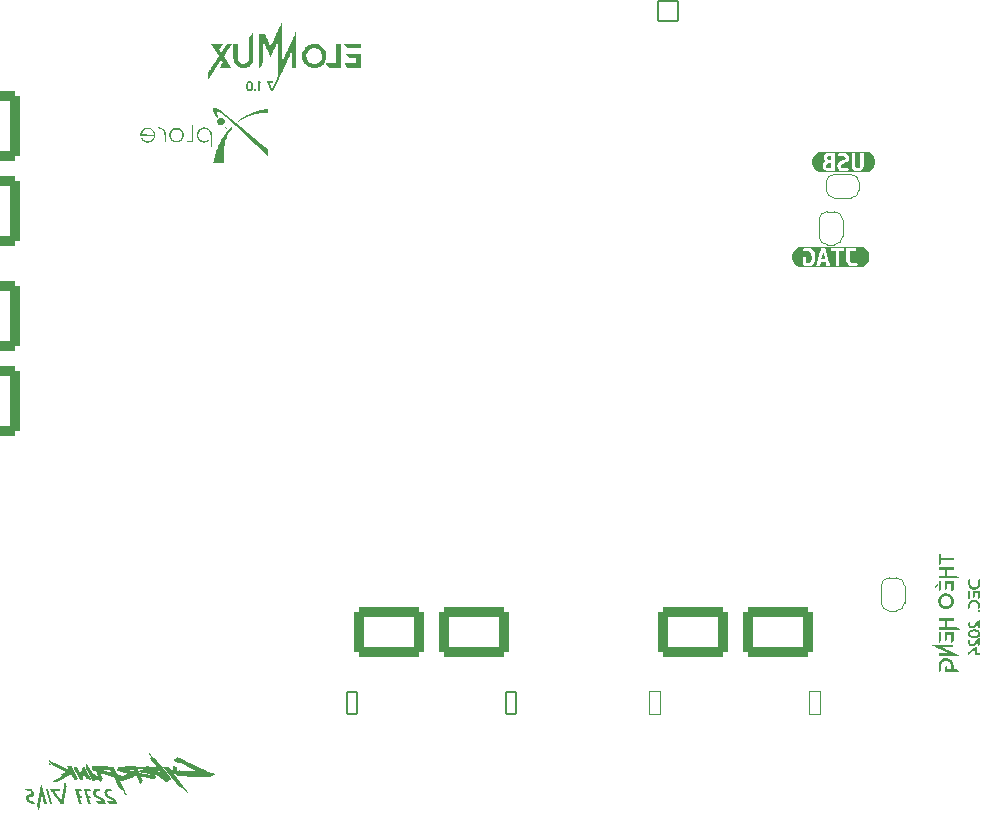
<source format=gbr>
%TF.GenerationSoftware,KiCad,Pcbnew,8.0.5*%
%TF.CreationDate,2024-12-17T17:43:05+01:00*%
%TF.ProjectId,ElonMux,456c6f6e-4d75-4782-9e6b-696361645f70,1.1*%
%TF.SameCoordinates,Original*%
%TF.FileFunction,Legend,Bot*%
%TF.FilePolarity,Positive*%
%FSLAX46Y46*%
G04 Gerber Fmt 4.6, Leading zero omitted, Abs format (unit mm)*
G04 Created by KiCad (PCBNEW 8.0.5) date 2024-12-17 17:43:05*
%MOMM*%
%LPD*%
G01*
G04 APERTURE LIST*
G04 Aperture macros list*
%AMRoundRect*
0 Rectangle with rounded corners*
0 $1 Rounding radius*
0 $2 $3 $4 $5 $6 $7 $8 $9 X,Y pos of 4 corners*
0 Add a 4 corners polygon primitive as box body*
4,1,4,$2,$3,$4,$5,$6,$7,$8,$9,$2,$3,0*
0 Add four circle primitives for the rounded corners*
1,1,$1+$1,$2,$3*
1,1,$1+$1,$4,$5*
1,1,$1+$1,$6,$7*
1,1,$1+$1,$8,$9*
0 Add four rect primitives between the rounded corners*
20,1,$1+$1,$2,$3,$4,$5,0*
20,1,$1+$1,$4,$5,$6,$7,0*
20,1,$1+$1,$6,$7,$8,$9,0*
20,1,$1+$1,$8,$9,$2,$3,0*%
%AMFreePoly0*
4,1,35,0.535355,0.785355,0.550000,0.750000,0.550000,-0.750000,0.535355,-0.785355,0.500000,-0.800000,0.000000,-0.800000,-0.012286,-0.794911,-0.071157,-0.794911,-0.085244,-0.792886,-0.221795,-0.752791,-0.234740,-0.746879,-0.354462,-0.669938,-0.365217,-0.660618,-0.458414,-0.553063,-0.466109,-0.541091,-0.525228,-0.411637,-0.529237,-0.397982,-0.549491,-0.257116,-0.550000,-0.250000,-0.550000,0.250000,
-0.549491,0.257116,-0.529237,0.397982,-0.525228,0.411637,-0.466109,0.541091,-0.458414,0.553063,-0.365217,0.660618,-0.354462,0.669938,-0.234740,0.746879,-0.221795,0.752791,-0.085244,0.792886,-0.071157,0.794911,-0.012286,0.794911,0.000000,0.800000,0.500000,0.800000,0.535355,0.785355,0.535355,0.785355,$1*%
%AMFreePoly1*
4,1,35,0.012286,0.794911,0.071157,0.794911,0.085244,0.792886,0.221795,0.752791,0.234740,0.746879,0.354462,0.669938,0.365217,0.660618,0.458414,0.553063,0.466109,0.541091,0.525228,0.411637,0.529237,0.397982,0.549491,0.257116,0.550000,0.250000,0.550000,-0.250000,0.549491,-0.257116,0.529237,-0.397982,0.525228,-0.411637,0.466109,-0.541091,0.458414,-0.553063,0.365217,-0.660618,
0.354462,-0.669938,0.234740,-0.746879,0.221795,-0.752791,0.085244,-0.792886,0.071157,-0.794911,0.012286,-0.794911,0.000000,-0.800000,-0.500000,-0.800000,-0.535355,-0.785355,-0.550000,-0.750000,-0.550000,0.750000,-0.535355,0.785355,-0.500000,0.800000,0.000000,0.800000,0.012286,0.794911,0.012286,0.794911,$1*%
G04 Aperture macros list end*
%ADD10C,0.000000*%
%ADD11C,0.150000*%
%ADD12C,0.137500*%
%ADD13C,0.200000*%
%ADD14C,0.120000*%
%ADD15RoundRect,0.425000X2.550000X1.700000X-2.550000X1.700000X-2.550000X-1.700000X2.550000X-1.700000X0*%
%ADD16RoundRect,0.050000X0.450000X1.000000X-0.450000X1.000000X-0.450000X-1.000000X0.450000X-1.000000X0*%
%ADD17RoundRect,0.425000X1.700000X-2.550000X1.700000X2.550000X-1.700000X2.550000X-1.700000X-2.550000X0*%
%ADD18RoundRect,0.100000X0.950000X-0.400000X0.950000X0.400000X-0.950000X0.400000X-0.950000X-0.400000X0*%
%ADD19C,0.750000*%
%ADD20O,2.304000X1.204000*%
%ADD21O,2.004000X1.204000*%
%ADD22C,0.900000*%
%ADD23C,6.500000*%
%ADD24RoundRect,0.100000X0.400000X0.950000X-0.400000X0.950000X-0.400000X-0.950000X0.400000X-0.950000X0*%
%ADD25C,0.850000*%
%ADD26RoundRect,0.050000X1.000000X-0.450000X1.000000X0.450000X-1.000000X0.450000X-1.000000X-0.450000X0*%
%ADD27RoundRect,0.050000X0.850000X-0.850000X0.850000X0.850000X-0.850000X0.850000X-0.850000X-0.850000X0*%
%ADD28O,1.800000X1.800000*%
%ADD29C,2.000000*%
%ADD30FreePoly0,90.000000*%
%ADD31FreePoly1,90.000000*%
%ADD32FreePoly0,0.000000*%
%ADD33FreePoly1,0.000000*%
G04 APERTURE END LIST*
D10*
G36*
X143993826Y-121743803D02*
G01*
X143995975Y-121745898D01*
X143998017Y-121747991D01*
X143999960Y-121750091D01*
X144001809Y-121752206D01*
X144003573Y-121754343D01*
X144005258Y-121756512D01*
X144006871Y-121758719D01*
X144008418Y-121760973D01*
X144009908Y-121763282D01*
X144011347Y-121765655D01*
X144012742Y-121768098D01*
X144014100Y-121770620D01*
X144015428Y-121773229D01*
X144016732Y-121775934D01*
X144018021Y-121778741D01*
X144012765Y-121777652D01*
X144010426Y-121777119D01*
X144008250Y-121776572D01*
X144006213Y-121775994D01*
X144004291Y-121775369D01*
X144002461Y-121774679D01*
X144000700Y-121773909D01*
X143998984Y-121773043D01*
X143997289Y-121772062D01*
X143995593Y-121770951D01*
X143993872Y-121769694D01*
X143992103Y-121768273D01*
X143990262Y-121766673D01*
X143988326Y-121764876D01*
X143986271Y-121762866D01*
X143986932Y-121759135D01*
X143987470Y-121756210D01*
X143987945Y-121753844D01*
X143988421Y-121751787D01*
X143988958Y-121749792D01*
X143989620Y-121747611D01*
X143990467Y-121744996D01*
X143991563Y-121741700D01*
X143993826Y-121743803D01*
G37*
G36*
X137048896Y-121672908D02*
G01*
X137059480Y-121672908D01*
X137059480Y-121694075D01*
X137070063Y-121694075D01*
X137070063Y-121715241D01*
X137080647Y-121715241D01*
X137082397Y-121718299D01*
X137083968Y-121721264D01*
X137085365Y-121724153D01*
X137086597Y-121726984D01*
X137087672Y-121729774D01*
X137088596Y-121732542D01*
X137089378Y-121735305D01*
X137090024Y-121738081D01*
X137090543Y-121740887D01*
X137090942Y-121743741D01*
X137091227Y-121746661D01*
X137091408Y-121749665D01*
X137091491Y-121752769D01*
X137091484Y-121755992D01*
X137091394Y-121759352D01*
X137091229Y-121762866D01*
X137080647Y-121762866D01*
X137064771Y-121715241D01*
X137054188Y-121715241D01*
X137054188Y-121694075D01*
X137043604Y-121694075D01*
X137043604Y-121667616D01*
X137033021Y-121667616D01*
X137033021Y-121651741D01*
X137048896Y-121651741D01*
X137048896Y-121672908D01*
G37*
G36*
X144224396Y-121741700D02*
G01*
X144224396Y-121752283D01*
X144192646Y-121762866D01*
X144192646Y-121736408D01*
X144240271Y-121736408D01*
X144224396Y-121741700D01*
G37*
G36*
X136593813Y-120831533D02*
G01*
X136604397Y-120831533D01*
X136611690Y-120843728D01*
X136615191Y-120849750D01*
X136618539Y-120855800D01*
X136621690Y-120861939D01*
X136623178Y-120865059D01*
X136624601Y-120868224D01*
X136625953Y-120871441D01*
X136627229Y-120874716D01*
X136628424Y-120878058D01*
X136629532Y-120881473D01*
X136630854Y-120889741D01*
X136641438Y-120889741D01*
X136646729Y-120905616D01*
X136647889Y-120912262D01*
X136649153Y-120918890D01*
X136650528Y-120925496D01*
X136652021Y-120932075D01*
X136662605Y-120937366D01*
X136662605Y-120969116D01*
X136652021Y-120974408D01*
X136625562Y-120947950D01*
X136625562Y-120926783D01*
X136614979Y-120926783D01*
X136614979Y-120910908D01*
X136604397Y-120910908D01*
X136604397Y-120889741D01*
X136593813Y-120889741D01*
X136593813Y-120868575D01*
X136590303Y-120868564D01*
X136588850Y-120868537D01*
X136587560Y-120868487D01*
X136586406Y-120868403D01*
X136585360Y-120868278D01*
X136584393Y-120868104D01*
X136583931Y-120867995D01*
X136583478Y-120867872D01*
X136583031Y-120867732D01*
X136582586Y-120867574D01*
X136581689Y-120867202D01*
X136580759Y-120866748D01*
X136579768Y-120866203D01*
X136578687Y-120865559D01*
X136577490Y-120864808D01*
X136574631Y-120862952D01*
X136571592Y-120858598D01*
X136570370Y-120856704D01*
X136569332Y-120854907D01*
X136568467Y-120853137D01*
X136567765Y-120851325D01*
X136567216Y-120849402D01*
X136566807Y-120847299D01*
X136566530Y-120844945D01*
X136566373Y-120842273D01*
X136566325Y-120839212D01*
X136566376Y-120835694D01*
X136566731Y-120827007D01*
X136567354Y-120815658D01*
X136593813Y-120810366D01*
X136593813Y-120831533D01*
G37*
G36*
X146291411Y-120824694D02*
G01*
X146292783Y-120826223D01*
X146294028Y-120827554D01*
X146295178Y-120828707D01*
X146296268Y-120829706D01*
X146297332Y-120830572D01*
X146298404Y-120831327D01*
X146299518Y-120831994D01*
X146300707Y-120832594D01*
X146302007Y-120833150D01*
X146303449Y-120833684D01*
X146305070Y-120834218D01*
X146306902Y-120834773D01*
X146311338Y-120836039D01*
X146325849Y-120840132D01*
X146340442Y-120844307D01*
X146351646Y-120847408D01*
X146351646Y-120857991D01*
X146372812Y-120857991D01*
X146372812Y-120868575D01*
X146399271Y-120868575D01*
X146404562Y-120879158D01*
X146425729Y-120879158D01*
X146427188Y-120882992D01*
X146427824Y-120884557D01*
X146428429Y-120885916D01*
X146429028Y-120887092D01*
X146429332Y-120887618D01*
X146429643Y-120888106D01*
X146429965Y-120888560D01*
X146430299Y-120888982D01*
X146430650Y-120889374D01*
X146431020Y-120889740D01*
X146431412Y-120890083D01*
X146431828Y-120890404D01*
X146432273Y-120890707D01*
X146432749Y-120890995D01*
X146433259Y-120891270D01*
X146433805Y-120891535D01*
X146435021Y-120892046D01*
X146436421Y-120892551D01*
X146438027Y-120893071D01*
X146441955Y-120894247D01*
X146455164Y-120898340D01*
X146468414Y-120902516D01*
X146478646Y-120905616D01*
X146478646Y-120916200D01*
X146471630Y-120916191D01*
X146466178Y-120916127D01*
X146463906Y-120916058D01*
X146461866Y-120915955D01*
X146460007Y-120915812D01*
X146458275Y-120915621D01*
X146456617Y-120915376D01*
X146454982Y-120915069D01*
X146453316Y-120914695D01*
X146451566Y-120914246D01*
X146449680Y-120913716D01*
X146447606Y-120913098D01*
X146442679Y-120911569D01*
X146427052Y-120905616D01*
X146413151Y-120900353D01*
X146399271Y-120895033D01*
X146399271Y-120884450D01*
X146378104Y-120884450D01*
X146378104Y-120873866D01*
X146351646Y-120873866D01*
X146351646Y-120863283D01*
X146347909Y-120863460D01*
X146344292Y-120863552D01*
X146340783Y-120863554D01*
X146337366Y-120863459D01*
X146334029Y-120863263D01*
X146330759Y-120862959D01*
X146327541Y-120862541D01*
X146324362Y-120862003D01*
X146321210Y-120861340D01*
X146318069Y-120860546D01*
X146314928Y-120859615D01*
X146311771Y-120858540D01*
X146308587Y-120857318D01*
X146305360Y-120855941D01*
X146302079Y-120854403D01*
X146298729Y-120852700D01*
X146293437Y-120836825D01*
X146277562Y-120836825D01*
X146277562Y-120826241D01*
X146288146Y-120820950D01*
X146291411Y-120824694D01*
G37*
G36*
X135742185Y-121111660D02*
G01*
X135745551Y-121115901D01*
X135746988Y-121117625D01*
X135748320Y-121119113D01*
X135749590Y-121120388D01*
X135750842Y-121121470D01*
X135752120Y-121122383D01*
X135752781Y-121122782D01*
X135753466Y-121123147D01*
X135754179Y-121123481D01*
X135754925Y-121123786D01*
X135756540Y-121124319D01*
X135758354Y-121124770D01*
X135760413Y-121125159D01*
X135762758Y-121125510D01*
X135765433Y-121125842D01*
X135771950Y-121126543D01*
X135789480Y-121127866D01*
X135789480Y-121133158D01*
X135736563Y-121133158D01*
X135734827Y-121126151D01*
X135734145Y-121123275D01*
X135733587Y-121120756D01*
X135733153Y-121118546D01*
X135732843Y-121116601D01*
X135732734Y-121115712D01*
X135732657Y-121114872D01*
X135732610Y-121114075D01*
X135732595Y-121113314D01*
X135732610Y-121112585D01*
X135732657Y-121111880D01*
X135732734Y-121111195D01*
X135732843Y-121110524D01*
X135732982Y-121109860D01*
X135733153Y-121109198D01*
X135733354Y-121108533D01*
X135733587Y-121107857D01*
X135734145Y-121106454D01*
X135734827Y-121104943D01*
X135735633Y-121103276D01*
X135736563Y-121101408D01*
X135742185Y-121111660D01*
G37*
G36*
X135592655Y-121078732D02*
G01*
X135598318Y-121090494D01*
X135601478Y-121097326D01*
X135602642Y-121099747D01*
X135603703Y-121101842D01*
X135604794Y-121103862D01*
X135606047Y-121106059D01*
X135609563Y-121111991D01*
X135620146Y-121117283D01*
X135620146Y-121138450D01*
X135519604Y-121139814D01*
X135478595Y-121140434D01*
X135418100Y-121141240D01*
X135398971Y-121141550D01*
X135380361Y-121141735D01*
X135363031Y-121142054D01*
X135357320Y-121142162D01*
X135351988Y-121142363D01*
X135349432Y-121142518D01*
X135346931Y-121142721D01*
X135344471Y-121142980D01*
X135342041Y-121143302D01*
X135339625Y-121143696D01*
X135337211Y-121144169D01*
X135334786Y-121144731D01*
X135332336Y-121145388D01*
X135329848Y-121146149D01*
X135327309Y-121147023D01*
X135324705Y-121148016D01*
X135322024Y-121149138D01*
X135313230Y-121154325D01*
X135320211Y-121141402D01*
X135326021Y-121135926D01*
X135328517Y-121133704D01*
X135330850Y-121131792D01*
X135333099Y-121130161D01*
X135335346Y-121128787D01*
X135337672Y-121127641D01*
X135340157Y-121126698D01*
X135342884Y-121125931D01*
X135345932Y-121125313D01*
X135349384Y-121124818D01*
X135353319Y-121124420D01*
X135357820Y-121124090D01*
X135362966Y-121123804D01*
X135375521Y-121123255D01*
X135392026Y-121122967D01*
X135418268Y-121122084D01*
X135444514Y-121121349D01*
X135462777Y-121120885D01*
X135481039Y-121120351D01*
X135529964Y-121118822D01*
X135578895Y-121117507D01*
X135588396Y-121117283D01*
X135588396Y-121090825D01*
X135577813Y-121090825D01*
X135577813Y-121069658D01*
X135588396Y-121069658D01*
X135592655Y-121078732D01*
G37*
G36*
X136630854Y-120656908D02*
G01*
X136641438Y-120656908D01*
X136641438Y-120699241D01*
X136625562Y-120699241D01*
X136620271Y-120651616D01*
X136630854Y-120646325D01*
X136630854Y-120656908D01*
G37*
G36*
X142270004Y-120286502D02*
G01*
X142272846Y-120286574D01*
X142274108Y-120286653D01*
X142275316Y-120286770D01*
X142276508Y-120286934D01*
X142277724Y-120287153D01*
X142279002Y-120287433D01*
X142280380Y-120287783D01*
X142281898Y-120288211D01*
X142283594Y-120288724D01*
X142287677Y-120290036D01*
X142292937Y-120291783D01*
X142292937Y-120302366D01*
X142303521Y-120302366D01*
X142311500Y-120311627D01*
X142320057Y-120323533D01*
X142327692Y-120334096D01*
X142335271Y-120344700D01*
X142324688Y-120349991D01*
X142319396Y-120339408D01*
X142317280Y-120339381D01*
X142315206Y-120339301D01*
X142313170Y-120339171D01*
X142311166Y-120338993D01*
X142309188Y-120338771D01*
X142307232Y-120338506D01*
X142303361Y-120337860D01*
X142299510Y-120337078D01*
X142295636Y-120336179D01*
X142291696Y-120335185D01*
X142287646Y-120334116D01*
X142287646Y-120318241D01*
X142277063Y-120318241D01*
X142277063Y-120302366D01*
X142266479Y-120302366D01*
X142266479Y-120286491D01*
X142270004Y-120286502D01*
G37*
G36*
X142458667Y-121455547D02*
G01*
X142460425Y-121460299D01*
X142462260Y-121464946D01*
X142464179Y-121469519D01*
X142466191Y-121474049D01*
X142468302Y-121478568D01*
X142470521Y-121483108D01*
X142472854Y-121487700D01*
X142483438Y-121487700D01*
X142488729Y-121498283D01*
X142481432Y-121500040D01*
X142478730Y-121500655D01*
X142476244Y-121501177D01*
X142473665Y-121501668D01*
X142470684Y-121502190D01*
X142462271Y-121503575D01*
X142457347Y-121501776D01*
X142453502Y-121500405D01*
X142451886Y-121499855D01*
X142450423Y-121499381D01*
X142449074Y-121498974D01*
X142447799Y-121498623D01*
X142446559Y-121498318D01*
X142445315Y-121498048D01*
X142444029Y-121497804D01*
X142442660Y-121497575D01*
X142439521Y-121497122D01*
X142435585Y-121496609D01*
X142404063Y-121492991D01*
X142404063Y-121487700D01*
X142446396Y-121487700D01*
X142446430Y-121484729D01*
X142446534Y-121481964D01*
X142446711Y-121479379D01*
X142446963Y-121476949D01*
X142447294Y-121474648D01*
X142447707Y-121472451D01*
X142448204Y-121470334D01*
X142448789Y-121468270D01*
X142449465Y-121466234D01*
X142450234Y-121464201D01*
X142451100Y-121462147D01*
X142452065Y-121460045D01*
X142453132Y-121457870D01*
X142454305Y-121455598D01*
X142456979Y-121450658D01*
X142458667Y-121455547D01*
G37*
G36*
X147394104Y-121429491D02*
G01*
X147383521Y-121429491D01*
X147383521Y-121440075D01*
X147351771Y-121440075D01*
X147351771Y-121429491D01*
X147357053Y-121427796D01*
X147362299Y-121426237D01*
X147367528Y-121424799D01*
X147372761Y-121423468D01*
X147378016Y-121422228D01*
X147383312Y-121421065D01*
X147388668Y-121419963D01*
X147394104Y-121418908D01*
X147394104Y-121429491D01*
G37*
G36*
X142758935Y-120398278D02*
G01*
X142763896Y-120408200D01*
X142774479Y-120408200D01*
X142774479Y-120418783D01*
X142785063Y-120418783D01*
X142785063Y-120434658D01*
X142795646Y-120434658D01*
X142798390Y-120436968D01*
X142800545Y-120438813D01*
X142802297Y-120440379D01*
X142803080Y-120441115D01*
X142803832Y-120441851D01*
X142804576Y-120442611D01*
X142805335Y-120443417D01*
X142806994Y-120445262D01*
X142808994Y-120447572D01*
X142811521Y-120450533D01*
X142816812Y-120466408D01*
X142827396Y-120466408D01*
X142838310Y-120488236D01*
X142843271Y-120498158D01*
X142853854Y-120498158D01*
X142864438Y-120524616D01*
X142875021Y-120524616D01*
X142875021Y-120535200D01*
X142885604Y-120535200D01*
X142885604Y-120545783D01*
X142896187Y-120545783D01*
X142896187Y-120556366D01*
X142906771Y-120556366D01*
X142911856Y-120562650D01*
X142913654Y-120564924D01*
X142915205Y-120566950D01*
X142916693Y-120568975D01*
X142918305Y-120571249D01*
X142922646Y-120577533D01*
X142906771Y-120582825D01*
X142906771Y-120572241D01*
X142890896Y-120572241D01*
X142885604Y-120561658D01*
X142872044Y-120558351D01*
X142859146Y-120556366D01*
X142859146Y-120545783D01*
X142843271Y-120540491D01*
X142837979Y-120514033D01*
X142832727Y-120512265D01*
X142830578Y-120511508D01*
X142828703Y-120510803D01*
X142827071Y-120510128D01*
X142826336Y-120509794D01*
X142825649Y-120509458D01*
X142825006Y-120509117D01*
X142824403Y-120508769D01*
X142823837Y-120508411D01*
X142823303Y-120508039D01*
X142822797Y-120507650D01*
X142822315Y-120507242D01*
X142821853Y-120506812D01*
X142821407Y-120506356D01*
X142820973Y-120505872D01*
X142820547Y-120505356D01*
X142820124Y-120504807D01*
X142819701Y-120504220D01*
X142818838Y-120502922D01*
X142817926Y-120501440D01*
X142815820Y-120497827D01*
X142811521Y-120487575D01*
X142800938Y-120487575D01*
X142800938Y-120476991D01*
X142790354Y-120476991D01*
X142779771Y-120455825D01*
X142769188Y-120455825D01*
X142779771Y-120445241D01*
X142769188Y-120434658D01*
X142769188Y-120413491D01*
X142758604Y-120413491D01*
X142758604Y-120402908D01*
X142748021Y-120402908D01*
X142737437Y-120376450D01*
X142748021Y-120376450D01*
X142758935Y-120398278D01*
G37*
G36*
X148043028Y-65768311D02*
G01*
X148057751Y-65769482D01*
X148072395Y-65771329D01*
X148086933Y-65773860D01*
X148101340Y-65777083D01*
X148115588Y-65781007D01*
X148129653Y-65785640D01*
X148143508Y-65790991D01*
X148157127Y-65797067D01*
X148170483Y-65803878D01*
X148183550Y-65811432D01*
X148196302Y-65819736D01*
X148208713Y-65828799D01*
X148220757Y-65838631D01*
X148232407Y-65849238D01*
X148244995Y-65862818D01*
X148253456Y-65872102D01*
X148261490Y-65881434D01*
X148269101Y-65890835D01*
X148276297Y-65900328D01*
X148283082Y-65909935D01*
X148289463Y-65919679D01*
X148295445Y-65929581D01*
X148301035Y-65939664D01*
X148306237Y-65949950D01*
X148311058Y-65960461D01*
X148315504Y-65971220D01*
X148319581Y-65982249D01*
X148323293Y-65993569D01*
X148326648Y-66005204D01*
X148329651Y-66017176D01*
X148332308Y-66029506D01*
X148333473Y-66049367D01*
X148333979Y-66068771D01*
X148333792Y-66087743D01*
X148332878Y-66106310D01*
X148331203Y-66124499D01*
X148328734Y-66142338D01*
X148325437Y-66159852D01*
X148321278Y-66177069D01*
X148316223Y-66194015D01*
X148310239Y-66210718D01*
X148303292Y-66227204D01*
X148295348Y-66243500D01*
X148286374Y-66259632D01*
X148276336Y-66275628D01*
X148265200Y-66291515D01*
X148252933Y-66307318D01*
X148242128Y-66317750D01*
X148231189Y-66327693D01*
X148220094Y-66337129D01*
X148208822Y-66346037D01*
X148197350Y-66354398D01*
X148185658Y-66362193D01*
X148173723Y-66369402D01*
X148161524Y-66376005D01*
X148149040Y-66381984D01*
X148136248Y-66387319D01*
X148123127Y-66391990D01*
X148109655Y-66395978D01*
X148095811Y-66399263D01*
X148081573Y-66401826D01*
X148066919Y-66403647D01*
X148051829Y-66404708D01*
X148033182Y-66404825D01*
X148014883Y-66404440D01*
X147996922Y-66403504D01*
X147979289Y-66401964D01*
X147961973Y-66399773D01*
X147944965Y-66396878D01*
X147928254Y-66393231D01*
X147911830Y-66388780D01*
X147895684Y-66383475D01*
X147879805Y-66377268D01*
X147864183Y-66370106D01*
X147848809Y-66361940D01*
X147833672Y-66352720D01*
X147818761Y-66342396D01*
X147804068Y-66330916D01*
X147789581Y-66318232D01*
X147778915Y-66306054D01*
X147768835Y-66293454D01*
X147759356Y-66280453D01*
X147750492Y-66267075D01*
X147742258Y-66253342D01*
X147734669Y-66239276D01*
X147727738Y-66224901D01*
X147721480Y-66210238D01*
X147715909Y-66195310D01*
X147711040Y-66180139D01*
X147706888Y-66164749D01*
X147703465Y-66149161D01*
X147700788Y-66133398D01*
X147698870Y-66117483D01*
X147697726Y-66101438D01*
X147697370Y-66085285D01*
X147698609Y-66068401D01*
X147700359Y-66051863D01*
X147702650Y-66035664D01*
X147705509Y-66019799D01*
X147708965Y-66004262D01*
X147713044Y-65989047D01*
X147717776Y-65974147D01*
X147723189Y-65959557D01*
X147729310Y-65945271D01*
X147736168Y-65931283D01*
X147743790Y-65917586D01*
X147752206Y-65904175D01*
X147761442Y-65891044D01*
X147771527Y-65878186D01*
X147782489Y-65865597D01*
X147794356Y-65853269D01*
X147806023Y-65843704D01*
X147818082Y-65834665D01*
X147830508Y-65826160D01*
X147843274Y-65818196D01*
X147869720Y-65803930D01*
X147897213Y-65791932D01*
X147925542Y-65782269D01*
X147954498Y-65775009D01*
X147983870Y-65770218D01*
X147998648Y-65768770D01*
X148013451Y-65767963D01*
X148028253Y-65767808D01*
X148043028Y-65768311D01*
G37*
G36*
X143160044Y-120754499D02*
G01*
X143162248Y-120754720D01*
X143164453Y-120755082D01*
X143166654Y-120755578D01*
X143168847Y-120756201D01*
X143171030Y-120756943D01*
X143173199Y-120757799D01*
X143175350Y-120758762D01*
X143177480Y-120759824D01*
X143179585Y-120760979D01*
X143181662Y-120762220D01*
X143183708Y-120763541D01*
X143187690Y-120766393D01*
X143191504Y-120769480D01*
X143195122Y-120772749D01*
X143198516Y-120776146D01*
X143201657Y-120779615D01*
X143204519Y-120783102D01*
X143207073Y-120786554D01*
X143213687Y-120799783D01*
X143218084Y-120804040D01*
X143222125Y-120808024D01*
X143224020Y-120809962D01*
X143225838Y-120811890D01*
X143227580Y-120813826D01*
X143229251Y-120815791D01*
X143230855Y-120817803D01*
X143232394Y-120819882D01*
X143233872Y-120822048D01*
X143235293Y-120824318D01*
X143236661Y-120826714D01*
X143237978Y-120829253D01*
X143239249Y-120831955D01*
X143240477Y-120834840D01*
X143245438Y-120847408D01*
X143250698Y-120850922D01*
X143254778Y-120853694D01*
X143256473Y-120854879D01*
X143257987Y-120855972D01*
X143259361Y-120857004D01*
X143260633Y-120858007D01*
X143261841Y-120859011D01*
X143263024Y-120860047D01*
X143264220Y-120861148D01*
X143265468Y-120862343D01*
X143268275Y-120865144D01*
X143271751Y-120868699D01*
X143282810Y-120881142D01*
X143286738Y-120885550D01*
X143290522Y-120889898D01*
X143294163Y-120894240D01*
X143297661Y-120898629D01*
X143301017Y-120903119D01*
X143302642Y-120905419D01*
X143304232Y-120907764D01*
X143305786Y-120910161D01*
X143307306Y-120912616D01*
X143308790Y-120915137D01*
X143310240Y-120917729D01*
X143314229Y-120926783D01*
X143324813Y-120926783D01*
X143327067Y-120931189D01*
X143329262Y-120935597D01*
X143331400Y-120940016D01*
X143333485Y-120944451D01*
X143335519Y-120948910D01*
X143337506Y-120953400D01*
X143339448Y-120957928D01*
X143341349Y-120962502D01*
X143345979Y-120974408D01*
X143361854Y-120974408D01*
X143361854Y-120984991D01*
X143372437Y-120984991D01*
X143374838Y-120991084D01*
X143377288Y-120997130D01*
X143379798Y-121003132D01*
X143382378Y-121009093D01*
X143385038Y-121015019D01*
X143387789Y-121020912D01*
X143390641Y-121026777D01*
X143393604Y-121032616D01*
X143409479Y-121032616D01*
X143420145Y-121045205D01*
X143433173Y-121063723D01*
X143439769Y-121072839D01*
X143446521Y-121081804D01*
X143453505Y-121090574D01*
X143457109Y-121094873D01*
X143460799Y-121099108D01*
X143464585Y-121103273D01*
X143468477Y-121107364D01*
X143472485Y-121111374D01*
X143476617Y-121115298D01*
X143480502Y-121118921D01*
X143482306Y-121120684D01*
X143484028Y-121122431D01*
X143485672Y-121124172D01*
X143487246Y-121125920D01*
X143488754Y-121127685D01*
X143490205Y-121129479D01*
X143491603Y-121131314D01*
X143492955Y-121133201D01*
X143494268Y-121135151D01*
X143495547Y-121137177D01*
X143496800Y-121139288D01*
X143498031Y-121141497D01*
X143499248Y-121143816D01*
X143500456Y-121146255D01*
X143503120Y-121151884D01*
X143505817Y-121157223D01*
X143507195Y-121159800D01*
X143508602Y-121162324D01*
X143510046Y-121164801D01*
X143511535Y-121167238D01*
X143513074Y-121169641D01*
X143514673Y-121172018D01*
X143516336Y-121174374D01*
X143518073Y-121176716D01*
X143519890Y-121179051D01*
X143521795Y-121181384D01*
X143523794Y-121183723D01*
X143525896Y-121186075D01*
X143528973Y-121187092D01*
X143531996Y-121188000D01*
X143534975Y-121188804D01*
X143537918Y-121189512D01*
X143540836Y-121190130D01*
X143543737Y-121190664D01*
X143546631Y-121191122D01*
X143549527Y-121191510D01*
X143555360Y-121192101D01*
X143561312Y-121192490D01*
X143567457Y-121192731D01*
X143573867Y-121192877D01*
X143592662Y-121192400D01*
X143622650Y-121192515D01*
X143637641Y-121192472D01*
X143652637Y-121192327D01*
X143673486Y-121192098D01*
X143694335Y-121192012D01*
X143750220Y-121191986D01*
X143806102Y-121191521D01*
X143816938Y-121191366D01*
X143816938Y-121207241D01*
X143557646Y-121207241D01*
X143560797Y-121214114D01*
X143563314Y-121219456D01*
X143564414Y-121221682D01*
X143565451Y-121223679D01*
X143566456Y-121225501D01*
X143567461Y-121227197D01*
X143568497Y-121228820D01*
X143569597Y-121230421D01*
X143570793Y-121232053D01*
X143572115Y-121233765D01*
X143573596Y-121235611D01*
X143575267Y-121237642D01*
X143579309Y-121242464D01*
X143590976Y-121256041D01*
X143596770Y-121262829D01*
X143602448Y-121269692D01*
X143607941Y-121276687D01*
X143610597Y-121280250D01*
X143613182Y-121283868D01*
X143615686Y-121287547D01*
X143618102Y-121291293D01*
X143620421Y-121295115D01*
X143622634Y-121299019D01*
X143626437Y-121307783D01*
X143637021Y-121307783D01*
X143640287Y-121311711D01*
X143643365Y-121315654D01*
X143646280Y-121319634D01*
X143649052Y-121323672D01*
X143651706Y-121327792D01*
X143654264Y-121332014D01*
X143656747Y-121336362D01*
X143659180Y-121340856D01*
X143663479Y-121350116D01*
X143679354Y-121350116D01*
X143680879Y-121355723D01*
X143681549Y-121358046D01*
X143682192Y-121360109D01*
X143682835Y-121361959D01*
X143683505Y-121363640D01*
X143684229Y-121365198D01*
X143685032Y-121366678D01*
X143685943Y-121368127D01*
X143686987Y-121369590D01*
X143688191Y-121371112D01*
X143689581Y-121372739D01*
X143691185Y-121374516D01*
X143693030Y-121376489D01*
X143697544Y-121381205D01*
X143700854Y-121385120D01*
X143703831Y-121388848D01*
X143705212Y-121390674D01*
X143706534Y-121392491D01*
X143707801Y-121394312D01*
X143709023Y-121396149D01*
X143710207Y-121398016D01*
X143711360Y-121399924D01*
X143712489Y-121401886D01*
X143713603Y-121403915D01*
X143714708Y-121406024D01*
X143715813Y-121408225D01*
X143718049Y-121412955D01*
X143721688Y-121424200D01*
X143732271Y-121424200D01*
X143746973Y-121447054D01*
X143750843Y-121452933D01*
X143754837Y-121458761D01*
X143758974Y-121464482D01*
X143763278Y-121470038D01*
X143767771Y-121475371D01*
X143772474Y-121480422D01*
X143777410Y-121485135D01*
X143779972Y-121487346D01*
X143782601Y-121489450D01*
X143785299Y-121491442D01*
X143788069Y-121493312D01*
X143790913Y-121495054D01*
X143793835Y-121496661D01*
X143796838Y-121498125D01*
X143799923Y-121499439D01*
X143803094Y-121500597D01*
X143806354Y-121501590D01*
X143822229Y-121503575D01*
X143822229Y-121519450D01*
X143811646Y-121519450D01*
X143811646Y-121540616D01*
X143822229Y-121540616D01*
X143822229Y-121551200D01*
X143832813Y-121551200D01*
X143841052Y-121559238D01*
X143849231Y-121567470D01*
X143857285Y-121575902D01*
X143865147Y-121584542D01*
X143872752Y-121593398D01*
X143876437Y-121597909D01*
X143880032Y-121602477D01*
X143883530Y-121607103D01*
X143886923Y-121611787D01*
X143890201Y-121616531D01*
X143893357Y-121621335D01*
X143900099Y-121633907D01*
X143906896Y-121646450D01*
X143922771Y-121651741D01*
X143928062Y-121678199D01*
X143931570Y-121678214D01*
X143933018Y-121678247D01*
X143934298Y-121678312D01*
X143935435Y-121678420D01*
X143935958Y-121678493D01*
X143936456Y-121678580D01*
X143936931Y-121678683D01*
X143937387Y-121678804D01*
X143937828Y-121678942D01*
X143938256Y-121679101D01*
X143938675Y-121679281D01*
X143939088Y-121679483D01*
X143939498Y-121679710D01*
X143939910Y-121679961D01*
X143940325Y-121680238D01*
X143940748Y-121680544D01*
X143941181Y-121680878D01*
X143941629Y-121681243D01*
X143942579Y-121682069D01*
X143943624Y-121683032D01*
X143946108Y-121685414D01*
X143954852Y-121695728D01*
X143965719Y-121708612D01*
X143976488Y-121721575D01*
X143997846Y-121747653D01*
X144006109Y-121757822D01*
X144014414Y-121767950D01*
X144022799Y-121778013D01*
X144031296Y-121787986D01*
X144039725Y-121797634D01*
X144056716Y-121817106D01*
X144066450Y-121828078D01*
X144071222Y-121833591D01*
X144075888Y-121839173D01*
X144080415Y-121844859D01*
X144084770Y-121850688D01*
X144086873Y-121853668D01*
X144088921Y-121856697D01*
X144090910Y-121859780D01*
X144092835Y-121862922D01*
X144096563Y-121869691D01*
X144100339Y-121876433D01*
X144107979Y-121889866D01*
X144123854Y-121900450D01*
X144128600Y-121910118D01*
X144130608Y-121914121D01*
X144132445Y-121917674D01*
X144134165Y-121920853D01*
X144135822Y-121923737D01*
X144137471Y-121926402D01*
X144139166Y-121928927D01*
X144140962Y-121931389D01*
X144142912Y-121933865D01*
X144145071Y-121936434D01*
X144147493Y-121939171D01*
X144150232Y-121942156D01*
X144153343Y-121945465D01*
X144160896Y-121953366D01*
X144165665Y-121957074D01*
X144170266Y-121960582D01*
X144174668Y-121964028D01*
X144176785Y-121965771D01*
X144178842Y-121967549D01*
X144180833Y-121969380D01*
X144182756Y-121971281D01*
X144184607Y-121973270D01*
X144186382Y-121975362D01*
X144188077Y-121977576D01*
X144189689Y-121979928D01*
X144191213Y-121982436D01*
X144192646Y-121985116D01*
X144194345Y-121988860D01*
X144195070Y-121990414D01*
X144195742Y-121991800D01*
X144196381Y-121993047D01*
X144197011Y-121994189D01*
X144197652Y-121995257D01*
X144198327Y-121996282D01*
X144199058Y-121997296D01*
X144199865Y-121998331D01*
X144200772Y-121999418D01*
X144201800Y-122000590D01*
X144202971Y-122001878D01*
X144204307Y-122003314D01*
X144207560Y-122006754D01*
X144217309Y-122010995D01*
X144221379Y-122012712D01*
X144225034Y-122014186D01*
X144228363Y-122015436D01*
X144231458Y-122016481D01*
X144234409Y-122017341D01*
X144237308Y-122018036D01*
X144240244Y-122018584D01*
X144243309Y-122019004D01*
X144246593Y-122019317D01*
X144250187Y-122019541D01*
X144258667Y-122019799D01*
X144269475Y-122019935D01*
X144287400Y-122019905D01*
X144316081Y-122020226D01*
X144344763Y-122020433D01*
X144374445Y-122020596D01*
X144404126Y-122020845D01*
X144441850Y-122021228D01*
X144459775Y-122021294D01*
X144476525Y-122021407D01*
X144482093Y-122021463D01*
X144487551Y-122021596D01*
X144492933Y-122021821D01*
X144498272Y-122022154D01*
X144503600Y-122022608D01*
X144508951Y-122023200D01*
X144514358Y-122023942D01*
X144519854Y-122024851D01*
X144531313Y-122027450D01*
X144531313Y-121995700D01*
X144557771Y-121990408D01*
X144557771Y-122006283D01*
X144568354Y-122006283D01*
X144563062Y-122022158D01*
X144573646Y-122032741D01*
X144577523Y-122039410D01*
X144581462Y-122046043D01*
X144585462Y-122052640D01*
X144589521Y-122059199D01*
X144605396Y-122069783D01*
X144605396Y-122085658D01*
X144615979Y-122085658D01*
X144626563Y-122117408D01*
X144637146Y-122117408D01*
X144639482Y-122119218D01*
X144641607Y-122120986D01*
X144643540Y-122122729D01*
X144645298Y-122124462D01*
X144646899Y-122126200D01*
X144648361Y-122127960D01*
X144649703Y-122129756D01*
X144650942Y-122131605D01*
X144652096Y-122133522D01*
X144653183Y-122135522D01*
X144654221Y-122137621D01*
X144655228Y-122139835D01*
X144656222Y-122142180D01*
X144657221Y-122144670D01*
X144659305Y-122150150D01*
X144663604Y-122165033D01*
X144674187Y-122165033D01*
X144674187Y-122180908D01*
X144684771Y-122180908D01*
X144684771Y-122196783D01*
X144695354Y-122196783D01*
X144699490Y-122201351D01*
X144703351Y-122205802D01*
X144705177Y-122208014D01*
X144706933Y-122210232D01*
X144708617Y-122212470D01*
X144710231Y-122214739D01*
X144711772Y-122217052D01*
X144713240Y-122219420D01*
X144714635Y-122221856D01*
X144715956Y-122224372D01*
X144717203Y-122226980D01*
X144718374Y-122229692D01*
X144719470Y-122232521D01*
X144720490Y-122235478D01*
X144721812Y-122244408D01*
X144732396Y-122244408D01*
X144732396Y-122254991D01*
X144742979Y-122254991D01*
X144744732Y-122258507D01*
X144746085Y-122261285D01*
X144747136Y-122263584D01*
X144747578Y-122264633D01*
X144747982Y-122265657D01*
X144748358Y-122266690D01*
X144748719Y-122267762D01*
X144749444Y-122270153D01*
X144750255Y-122273087D01*
X144751247Y-122276819D01*
X144753562Y-122286741D01*
X144764146Y-122286741D01*
X144768281Y-122291310D01*
X144772143Y-122295760D01*
X144773969Y-122297972D01*
X144775724Y-122300190D01*
X144777409Y-122302428D01*
X144779022Y-122304697D01*
X144780563Y-122307010D01*
X144782032Y-122309378D01*
X144783427Y-122311814D01*
X144784748Y-122314330D01*
X144785994Y-122316938D01*
X144787166Y-122319651D01*
X144788262Y-122322479D01*
X144789281Y-122325437D01*
X144790604Y-122334366D01*
X144801187Y-122334366D01*
X144804453Y-122338294D01*
X144807532Y-122342237D01*
X144810446Y-122346217D01*
X144813219Y-122350255D01*
X144815873Y-122354375D01*
X144818430Y-122358597D01*
X144820914Y-122362945D01*
X144823346Y-122367439D01*
X144827646Y-122376699D01*
X144838229Y-122376699D01*
X144838229Y-122392575D01*
X144848813Y-122392575D01*
X144852930Y-122398226D01*
X144856845Y-122403861D01*
X144860566Y-122409520D01*
X144864104Y-122415240D01*
X144867466Y-122421063D01*
X144870662Y-122427027D01*
X144873702Y-122433172D01*
X144876594Y-122439538D01*
X144880562Y-122450783D01*
X144891146Y-122450783D01*
X144896437Y-122466658D01*
X144907021Y-122466658D01*
X144907021Y-122482533D01*
X144917604Y-122482533D01*
X144917604Y-122498408D01*
X144928188Y-122498408D01*
X144928188Y-122508991D01*
X144938771Y-122508991D01*
X144954646Y-122540741D01*
X144965229Y-122540741D01*
X144965229Y-122556616D01*
X144975812Y-122556616D01*
X144975812Y-122567200D01*
X144986396Y-122567200D01*
X144988148Y-122570715D01*
X144989502Y-122573494D01*
X144990552Y-122575792D01*
X144990995Y-122576841D01*
X144991398Y-122577865D01*
X144991774Y-122578898D01*
X144992135Y-122579970D01*
X144992860Y-122582361D01*
X144993671Y-122585295D01*
X144994664Y-122589028D01*
X144996979Y-122598949D01*
X145007563Y-122598949D01*
X145012756Y-122604607D01*
X145017601Y-122610098D01*
X145022128Y-122615536D01*
X145024281Y-122618270D01*
X145026364Y-122621034D01*
X145028382Y-122623842D01*
X145030338Y-122626707D01*
X145032235Y-122629645D01*
X145034077Y-122632669D01*
X145035868Y-122635794D01*
X145037611Y-122639033D01*
X145039309Y-122642401D01*
X145040966Y-122645913D01*
X145044604Y-122657158D01*
X145055187Y-122657158D01*
X145058453Y-122661086D01*
X145061532Y-122665029D01*
X145064446Y-122669008D01*
X145067219Y-122673047D01*
X145069873Y-122677167D01*
X145072430Y-122681389D01*
X145074914Y-122685737D01*
X145077346Y-122690231D01*
X145081646Y-122699491D01*
X145092229Y-122699491D01*
X145095734Y-122704759D01*
X145098441Y-122708891D01*
X145100543Y-122712240D01*
X145101427Y-122713732D01*
X145102234Y-122715159D01*
X145102986Y-122716568D01*
X145103708Y-122718001D01*
X145104424Y-122719503D01*
X145105159Y-122721118D01*
X145106780Y-122724862D01*
X145108766Y-122729588D01*
X145113396Y-122741825D01*
X145123979Y-122741825D01*
X145123979Y-122752408D01*
X145134562Y-122752408D01*
X145139854Y-122768283D01*
X145150438Y-122768283D01*
X145150438Y-122784158D01*
X145161021Y-122784158D01*
X145161021Y-122800033D01*
X145171604Y-122800033D01*
X145171604Y-122810616D01*
X145182187Y-122810616D01*
X145183983Y-122812131D01*
X145185692Y-122813634D01*
X145187319Y-122815134D01*
X145188872Y-122816637D01*
X145190357Y-122818149D01*
X145191779Y-122819677D01*
X145193145Y-122821229D01*
X145194460Y-122822810D01*
X145195732Y-122824428D01*
X145196965Y-122826089D01*
X145198167Y-122827800D01*
X145199343Y-122829568D01*
X145200499Y-122831400D01*
X145201642Y-122833302D01*
X145202778Y-122835281D01*
X145203912Y-122837343D01*
X145206003Y-122841648D01*
X145208079Y-122845769D01*
X145210160Y-122849720D01*
X145212266Y-122853512D01*
X145214417Y-122857155D01*
X145216632Y-122860660D01*
X145218932Y-122864040D01*
X145221335Y-122867305D01*
X145223863Y-122870467D01*
X145226534Y-122873537D01*
X145229368Y-122876526D01*
X145232385Y-122879445D01*
X145235605Y-122882306D01*
X145239047Y-122885120D01*
X145242732Y-122887899D01*
X145246680Y-122890653D01*
X145257656Y-122898011D01*
X145262482Y-122902188D01*
X145264455Y-122904002D01*
X145266173Y-122905722D01*
X145267664Y-122907413D01*
X145268959Y-122909140D01*
X145270085Y-122910970D01*
X145271072Y-122912969D01*
X145271949Y-122915201D01*
X145272745Y-122917734D01*
X145273489Y-122920632D01*
X145274209Y-122923961D01*
X145274935Y-122927788D01*
X145275696Y-122932177D01*
X145277437Y-122942908D01*
X145240396Y-122937616D01*
X145240396Y-122927033D01*
X145229813Y-122927033D01*
X145219229Y-122911158D01*
X145208646Y-122916449D01*
X145229813Y-122927033D01*
X145240396Y-122953491D01*
X145213937Y-122958783D01*
X145213937Y-122948200D01*
X145198062Y-122948200D01*
X145198062Y-122937616D01*
X145192802Y-122937606D01*
X145190632Y-122937582D01*
X145188719Y-122937534D01*
X145187022Y-122937457D01*
X145185503Y-122937340D01*
X145184123Y-122937178D01*
X145182844Y-122936962D01*
X145181626Y-122936685D01*
X145180431Y-122936339D01*
X145179219Y-122935917D01*
X145177953Y-122935410D01*
X145176593Y-122934811D01*
X145175101Y-122934113D01*
X145171563Y-122932387D01*
X145160359Y-122925379D01*
X145156616Y-122923093D01*
X145153691Y-122921285D01*
X145151342Y-122919789D01*
X145149332Y-122918439D01*
X145147418Y-122917067D01*
X145145360Y-122915508D01*
X145142919Y-122913593D01*
X145139854Y-122911158D01*
X145138372Y-122905754D01*
X145137729Y-122903520D01*
X145137122Y-122901541D01*
X145136528Y-122899776D01*
X145135923Y-122898182D01*
X145135286Y-122896717D01*
X145134593Y-122895339D01*
X145133821Y-122894005D01*
X145132948Y-122892674D01*
X145131951Y-122891304D01*
X145130808Y-122889852D01*
X145129494Y-122888276D01*
X145127989Y-122886535D01*
X145124310Y-122882385D01*
X145120694Y-122877885D01*
X145117897Y-122874354D01*
X145115712Y-122871490D01*
X145114784Y-122870213D01*
X145113933Y-122868990D01*
X145113132Y-122867782D01*
X145112356Y-122866552D01*
X145111579Y-122865262D01*
X145110776Y-122863874D01*
X145108986Y-122860653D01*
X145106781Y-122856587D01*
X145102812Y-122847658D01*
X145092229Y-122847658D01*
X145092229Y-122831783D01*
X145081646Y-122831783D01*
X145081646Y-122815908D01*
X145071062Y-122815908D01*
X145071062Y-122805325D01*
X145060479Y-122805325D01*
X145055187Y-122784158D01*
X145044604Y-122784158D01*
X145034021Y-122757699D01*
X145023438Y-122757699D01*
X145019933Y-122752432D01*
X145017226Y-122748300D01*
X145015124Y-122744950D01*
X145014239Y-122743459D01*
X145013433Y-122742031D01*
X145012681Y-122740623D01*
X145011959Y-122739190D01*
X145011243Y-122737688D01*
X145010508Y-122736073D01*
X145008887Y-122732328D01*
X145006901Y-122727603D01*
X145002271Y-122715366D01*
X144991687Y-122715366D01*
X144988835Y-122712948D01*
X144986602Y-122711025D01*
X144984804Y-122709413D01*
X144984010Y-122708665D01*
X144983254Y-122707925D01*
X144982514Y-122707169D01*
X144981766Y-122706374D01*
X144980153Y-122704576D01*
X144978231Y-122702344D01*
X144975812Y-122699491D01*
X144975812Y-122688908D01*
X144965229Y-122688908D01*
X144961724Y-122683640D01*
X144959018Y-122679508D01*
X144956916Y-122676159D01*
X144956031Y-122674667D01*
X144955225Y-122673239D01*
X144954472Y-122671831D01*
X144953750Y-122670398D01*
X144953034Y-122668896D01*
X144952300Y-122667281D01*
X144950678Y-122663537D01*
X144948693Y-122658812D01*
X144944063Y-122646575D01*
X144933479Y-122646575D01*
X144930627Y-122644156D01*
X144928394Y-122642234D01*
X144926596Y-122640621D01*
X144925801Y-122639873D01*
X144925045Y-122639133D01*
X144924305Y-122638377D01*
X144923557Y-122637583D01*
X144921945Y-122635785D01*
X144920023Y-122633552D01*
X144917604Y-122630700D01*
X144917604Y-122620116D01*
X144907021Y-122620116D01*
X144907021Y-122609533D01*
X144896437Y-122609533D01*
X144885854Y-122593658D01*
X144872610Y-122585745D01*
X144859396Y-122577783D01*
X144859396Y-122567200D01*
X144843521Y-122567200D01*
X144838229Y-122551325D01*
X144827646Y-122551325D01*
X144827646Y-122540741D01*
X144817062Y-122540741D01*
X144817062Y-122530158D01*
X144812865Y-122529042D01*
X144808690Y-122527994D01*
X144804525Y-122527015D01*
X144800356Y-122526106D01*
X144796173Y-122525268D01*
X144791963Y-122524503D01*
X144787713Y-122523810D01*
X144783411Y-122523192D01*
X144770760Y-122521890D01*
X144757945Y-122520546D01*
X144748271Y-122519574D01*
X144748271Y-122508991D01*
X144727104Y-122508991D01*
X144725558Y-122505123D01*
X144724883Y-122503536D01*
X144724240Y-122502147D01*
X144723603Y-122500929D01*
X144722947Y-122499858D01*
X144722603Y-122499369D01*
X144722246Y-122498907D01*
X144721870Y-122498470D01*
X144721474Y-122498052D01*
X144721055Y-122497653D01*
X144720607Y-122497267D01*
X144720130Y-122496893D01*
X144719619Y-122496527D01*
X144718485Y-122495805D01*
X144717178Y-122495076D01*
X144715673Y-122494316D01*
X144713946Y-122493498D01*
X144709720Y-122491586D01*
X144695024Y-122484517D01*
X144680285Y-122477365D01*
X144668896Y-122471950D01*
X144668896Y-122461366D01*
X144642437Y-122461366D01*
X144642437Y-122450783D01*
X144621271Y-122450783D01*
X144621271Y-122440199D01*
X144589521Y-122440199D01*
X144589521Y-122434908D01*
X144557771Y-122424325D01*
X144557771Y-122413741D01*
X144478396Y-122413741D01*
X144478396Y-122397866D01*
X144467813Y-122397866D01*
X144467813Y-122381991D01*
X144457229Y-122381991D01*
X144453963Y-122378063D01*
X144450885Y-122374120D01*
X144447970Y-122370140D01*
X144445198Y-122366102D01*
X144442544Y-122361982D01*
X144439986Y-122357760D01*
X144437503Y-122353413D01*
X144435070Y-122348918D01*
X144430771Y-122339658D01*
X144420187Y-122339658D01*
X144416683Y-122334390D01*
X144413976Y-122330258D01*
X144411874Y-122326909D01*
X144410989Y-122325417D01*
X144410183Y-122323990D01*
X144409431Y-122322581D01*
X144408709Y-122321148D01*
X144407993Y-122319646D01*
X144407258Y-122318031D01*
X144405637Y-122314287D01*
X144403651Y-122309562D01*
X144399021Y-122297324D01*
X144388438Y-122297324D01*
X144388438Y-122286741D01*
X144372563Y-122281449D01*
X144366279Y-122267890D01*
X144361979Y-122254991D01*
X144351396Y-122254991D01*
X144351396Y-122239116D01*
X144340812Y-122239116D01*
X144340812Y-122228533D01*
X144330229Y-122228533D01*
X144327377Y-122226223D01*
X144325144Y-122224378D01*
X144324202Y-122223572D01*
X144323346Y-122222812D01*
X144322551Y-122222076D01*
X144321796Y-122221340D01*
X144321055Y-122220580D01*
X144320307Y-122219774D01*
X144319528Y-122218898D01*
X144318695Y-122217929D01*
X144316773Y-122215619D01*
X144314354Y-122212658D01*
X144314354Y-122196783D01*
X144303771Y-122196783D01*
X144303771Y-122180908D01*
X144293188Y-122180908D01*
X144293188Y-122170325D01*
X144282604Y-122170325D01*
X144279338Y-122166397D01*
X144276260Y-122162454D01*
X144273345Y-122158474D01*
X144270573Y-122154435D01*
X144267919Y-122150316D01*
X144265362Y-122146093D01*
X144262878Y-122141746D01*
X144260445Y-122137252D01*
X144256146Y-122127991D01*
X144245562Y-122127991D01*
X144245562Y-122112116D01*
X144234979Y-122112116D01*
X144234979Y-122101533D01*
X144224396Y-122101533D01*
X144220260Y-122096964D01*
X144216399Y-122092514D01*
X144214573Y-122090302D01*
X144212817Y-122088084D01*
X144211133Y-122085846D01*
X144209519Y-122083577D01*
X144207978Y-122081264D01*
X144206510Y-122078896D01*
X144205115Y-122076460D01*
X144203794Y-122073944D01*
X144202547Y-122071336D01*
X144201376Y-122068623D01*
X144200280Y-122065795D01*
X144199260Y-122062838D01*
X144197937Y-122053908D01*
X144187354Y-122053908D01*
X144187354Y-122043324D01*
X144176771Y-122043324D01*
X144173505Y-122039396D01*
X144170426Y-122035453D01*
X144167512Y-122031474D01*
X144164739Y-122027435D01*
X144162085Y-122023315D01*
X144159528Y-122019093D01*
X144157044Y-122014746D01*
X144154612Y-122010252D01*
X144150313Y-122000991D01*
X144139729Y-122000991D01*
X144139729Y-121985116D01*
X144129146Y-121985116D01*
X144122934Y-121975758D01*
X144120832Y-121972506D01*
X144119141Y-121969779D01*
X144117667Y-121967252D01*
X144116216Y-121964606D01*
X144114595Y-121961518D01*
X144112609Y-121957666D01*
X144107979Y-121948075D01*
X144097396Y-121948075D01*
X144088632Y-121938401D01*
X144078875Y-121925585D01*
X144075405Y-121921048D01*
X144072030Y-121916537D01*
X144068752Y-121912020D01*
X144065573Y-121907468D01*
X144062497Y-121902850D01*
X144059525Y-121898136D01*
X144056660Y-121893294D01*
X144053905Y-121888295D01*
X144049771Y-121879283D01*
X144039187Y-121879283D01*
X144036123Y-121874578D01*
X144033173Y-121869841D01*
X144030322Y-121865067D01*
X144027555Y-121860257D01*
X144024857Y-121855405D01*
X144022213Y-121850512D01*
X144017029Y-121840588D01*
X144012729Y-121831658D01*
X144002146Y-121831658D01*
X143997791Y-121826769D01*
X143993744Y-121821938D01*
X143991828Y-121819523D01*
X143989977Y-121817097D01*
X143988190Y-121814650D01*
X143986462Y-121812175D01*
X143984790Y-121809663D01*
X143983171Y-121807106D01*
X143981600Y-121804493D01*
X143980076Y-121801818D01*
X143978594Y-121799072D01*
X143977150Y-121796245D01*
X143975741Y-121793330D01*
X143974365Y-121790317D01*
X143970396Y-121778741D01*
X143959813Y-121778741D01*
X143956387Y-121775714D01*
X143953039Y-121772615D01*
X143949772Y-121769445D01*
X143946590Y-121766203D01*
X143943495Y-121762888D01*
X143940491Y-121759501D01*
X143937582Y-121756040D01*
X143934770Y-121752505D01*
X143932058Y-121748896D01*
X143929450Y-121745213D01*
X143926948Y-121741455D01*
X143924557Y-121737621D01*
X143922279Y-121733712D01*
X143920118Y-121729726D01*
X143918076Y-121725664D01*
X143916156Y-121721525D01*
X143912188Y-121709950D01*
X143901604Y-121709950D01*
X143898752Y-121707531D01*
X143896519Y-121705609D01*
X143894721Y-121703996D01*
X143893926Y-121703248D01*
X143893170Y-121702508D01*
X143892430Y-121701752D01*
X143891682Y-121700958D01*
X143890070Y-121699160D01*
X143888148Y-121696927D01*
X143885729Y-121694075D01*
X143885729Y-121683491D01*
X143875146Y-121683491D01*
X143868531Y-121672577D01*
X143865603Y-121667794D01*
X143862664Y-121663258D01*
X143859684Y-121658913D01*
X143856630Y-121654707D01*
X143853473Y-121650584D01*
X143850180Y-121646492D01*
X143846721Y-121642375D01*
X143843065Y-121638181D01*
X143839839Y-121634571D01*
X143836795Y-121631029D01*
X143833914Y-121627503D01*
X143831176Y-121623940D01*
X143828561Y-121620289D01*
X143827294Y-121618413D01*
X143826050Y-121616495D01*
X143824827Y-121614528D01*
X143823622Y-121612507D01*
X143822433Y-121610423D01*
X143821258Y-121608271D01*
X143816938Y-121598825D01*
X143806354Y-121598825D01*
X143806354Y-121582950D01*
X143795771Y-121582950D01*
X143789088Y-121576425D01*
X143782664Y-121569757D01*
X143779557Y-121566359D01*
X143776526Y-121562911D01*
X143773573Y-121559410D01*
X143770703Y-121555851D01*
X143767919Y-121552229D01*
X143765223Y-121548540D01*
X143762621Y-121544779D01*
X143760114Y-121540942D01*
X143757708Y-121537024D01*
X143755405Y-121533021D01*
X143753208Y-121528928D01*
X143751122Y-121524741D01*
X143748146Y-121514158D01*
X143737563Y-121514158D01*
X143737563Y-121498283D01*
X143726979Y-121498283D01*
X143726979Y-121487700D01*
X143716396Y-121487700D01*
X143711203Y-121482042D01*
X143706357Y-121476551D01*
X143701830Y-121471113D01*
X143699678Y-121468379D01*
X143697594Y-121465615D01*
X143695576Y-121462807D01*
X143693621Y-121459942D01*
X143691723Y-121457004D01*
X143689881Y-121453980D01*
X143688090Y-121450855D01*
X143686348Y-121447616D01*
X143684650Y-121444248D01*
X143682992Y-121440736D01*
X143679354Y-121429491D01*
X143668771Y-121429491D01*
X143668771Y-121418908D01*
X143658188Y-121418908D01*
X143658188Y-121408325D01*
X143647604Y-121408325D01*
X143642313Y-121387158D01*
X143631729Y-121387158D01*
X143631729Y-121371283D01*
X143621146Y-121371283D01*
X143621146Y-121360700D01*
X143610562Y-121360700D01*
X143610562Y-121350116D01*
X143599979Y-121350116D01*
X143599979Y-121339533D01*
X143589396Y-121339533D01*
X143584104Y-121318366D01*
X143573521Y-121318366D01*
X143573521Y-121302491D01*
X143562938Y-121302491D01*
X143562938Y-121291908D01*
X143552354Y-121291908D01*
X143552354Y-121281325D01*
X143541771Y-121281325D01*
X143541771Y-121270741D01*
X143531187Y-121270741D01*
X143525896Y-121249575D01*
X143515313Y-121249575D01*
X143515313Y-121233700D01*
X143504729Y-121233700D01*
X143504729Y-121223116D01*
X143494146Y-121223116D01*
X143494146Y-121212533D01*
X143483563Y-121212533D01*
X143478271Y-121191366D01*
X143467687Y-121191366D01*
X143467687Y-121175491D01*
X143457104Y-121175491D01*
X143454800Y-121173452D01*
X143452581Y-121171422D01*
X143450443Y-121169394D01*
X143448379Y-121167362D01*
X143446384Y-121165318D01*
X143444452Y-121163256D01*
X143442577Y-121161169D01*
X143440754Y-121159050D01*
X143438977Y-121156891D01*
X143437240Y-121154686D01*
X143435538Y-121152429D01*
X143433863Y-121150111D01*
X143432212Y-121147727D01*
X143430578Y-121145269D01*
X143428956Y-121142730D01*
X143427339Y-121140103D01*
X143420063Y-121127866D01*
X143409479Y-121122575D01*
X143409479Y-121106700D01*
X143398896Y-121106700D01*
X143398896Y-121090825D01*
X143388312Y-121090825D01*
X143382235Y-121083466D01*
X143378611Y-121078007D01*
X143374984Y-121072651D01*
X143371314Y-121067396D01*
X143367561Y-121062239D01*
X143363687Y-121057178D01*
X143359652Y-121052209D01*
X143357561Y-121049758D01*
X143355416Y-121047330D01*
X143353211Y-121044923D01*
X143350940Y-121042538D01*
X143345051Y-121036699D01*
X143339480Y-121030840D01*
X143336815Y-121027880D01*
X143334232Y-121024889D01*
X143331729Y-121021858D01*
X143329307Y-121018776D01*
X143326968Y-121015637D01*
X143324710Y-121012430D01*
X143322535Y-121009147D01*
X143320442Y-121005778D01*
X143318433Y-121002316D01*
X143316507Y-120998751D01*
X143314665Y-120995073D01*
X143312906Y-120991275D01*
X143308937Y-120979700D01*
X143298354Y-120979700D01*
X143293970Y-120975927D01*
X143291928Y-120974108D01*
X143289983Y-120972312D01*
X143288132Y-120970522D01*
X143286373Y-120968723D01*
X143284702Y-120966898D01*
X143283117Y-120965031D01*
X143281616Y-120963106D01*
X143280195Y-120961106D01*
X143278853Y-120959015D01*
X143277586Y-120956817D01*
X143276392Y-120954495D01*
X143275267Y-120952034D01*
X143274211Y-120949416D01*
X143273219Y-120946627D01*
X143271896Y-120937366D01*
X143261313Y-120937366D01*
X143261313Y-120921491D01*
X143250729Y-120921491D01*
X143246345Y-120917719D01*
X143244303Y-120915899D01*
X143242358Y-120914103D01*
X143240508Y-120912314D01*
X143238748Y-120910515D01*
X143237077Y-120908690D01*
X143235492Y-120906823D01*
X143233991Y-120904897D01*
X143232571Y-120902897D01*
X143231228Y-120900806D01*
X143229961Y-120898608D01*
X143228767Y-120896287D01*
X143227643Y-120893825D01*
X143226586Y-120891208D01*
X143225594Y-120888418D01*
X143224271Y-120879158D01*
X143213687Y-120879158D01*
X143213687Y-120863283D01*
X143203104Y-120863283D01*
X143199373Y-120859986D01*
X143196448Y-120857371D01*
X143194082Y-120855190D01*
X143192025Y-120853196D01*
X143190030Y-120851139D01*
X143187849Y-120848772D01*
X143185235Y-120845847D01*
X143181938Y-120842116D01*
X143181938Y-120831533D01*
X143171354Y-120831533D01*
X143170031Y-120818965D01*
X143169172Y-120814111D01*
X143168777Y-120812123D01*
X143168376Y-120810387D01*
X143167947Y-120808873D01*
X143167715Y-120808190D01*
X143167468Y-120807551D01*
X143167203Y-120806952D01*
X143166917Y-120806389D01*
X143166609Y-120805859D01*
X143166274Y-120805357D01*
X143165910Y-120804881D01*
X143165515Y-120804425D01*
X143165085Y-120803987D01*
X143164619Y-120803563D01*
X143164113Y-120803148D01*
X143163565Y-120802739D01*
X143162971Y-120802331D01*
X143162330Y-120801923D01*
X143160892Y-120801084D01*
X143159231Y-120800193D01*
X143155148Y-120798129D01*
X143144896Y-120794491D01*
X143144896Y-120757450D01*
X143147005Y-120756498D01*
X143149138Y-120755734D01*
X143151292Y-120755152D01*
X143153463Y-120754744D01*
X143155647Y-120754504D01*
X143157842Y-120754424D01*
X143160044Y-120754499D01*
G37*
G36*
X139848188Y-121503575D02*
G01*
X139811146Y-121503575D01*
X139811146Y-121487700D01*
X139853479Y-121487700D01*
X139848188Y-121503575D01*
G37*
G36*
X140239771Y-121461241D02*
G01*
X140213313Y-121461241D01*
X140213313Y-121434783D01*
X140239771Y-121434783D01*
X140239771Y-121461241D01*
G37*
G36*
X138349014Y-121351594D02*
G01*
X138351117Y-121351944D01*
X138353498Y-121352504D01*
X138356220Y-121353281D01*
X138359344Y-121354284D01*
X138367047Y-121356995D01*
X138377104Y-121360700D01*
X138385271Y-121363983D01*
X138393326Y-121367096D01*
X138401334Y-121369996D01*
X138409358Y-121372644D01*
X138417464Y-121374997D01*
X138421568Y-121376050D01*
X138425717Y-121377015D01*
X138429918Y-121377885D01*
X138434181Y-121378657D01*
X138438512Y-121379324D01*
X138442920Y-121379882D01*
X138461771Y-121381866D01*
X138467305Y-121385354D01*
X138471705Y-121388036D01*
X138473613Y-121389132D01*
X138475396Y-121390095D01*
X138477110Y-121390947D01*
X138478806Y-121391712D01*
X138480538Y-121392412D01*
X138482360Y-121393070D01*
X138484324Y-121393709D01*
X138486485Y-121394351D01*
X138491606Y-121395737D01*
X138498152Y-121397410D01*
X138504865Y-121399572D01*
X138511211Y-121401720D01*
X138517276Y-121403937D01*
X138523147Y-121406305D01*
X138526037Y-121407570D01*
X138528912Y-121408904D01*
X138531781Y-121410316D01*
X138534657Y-121411817D01*
X138537550Y-121413416D01*
X138540470Y-121415124D01*
X138543429Y-121416951D01*
X138546438Y-121418908D01*
X138541445Y-121419099D01*
X138536565Y-121419167D01*
X138531785Y-121419115D01*
X138527089Y-121418944D01*
X138522465Y-121418656D01*
X138517899Y-121418253D01*
X138513377Y-121417737D01*
X138508884Y-121417111D01*
X138504407Y-121416375D01*
X138499933Y-121415531D01*
X138495447Y-121414582D01*
X138490935Y-121413530D01*
X138481779Y-121411123D01*
X138472354Y-121408325D01*
X138466064Y-121401598D01*
X138464661Y-121400181D01*
X138463277Y-121398864D01*
X138461890Y-121397644D01*
X138460475Y-121396518D01*
X138459007Y-121395482D01*
X138457463Y-121394535D01*
X138455819Y-121393672D01*
X138454051Y-121392891D01*
X138452135Y-121392190D01*
X138450046Y-121391564D01*
X138447761Y-121391010D01*
X138445255Y-121390527D01*
X138432998Y-121390796D01*
X138427889Y-121390880D01*
X138425487Y-121390973D01*
X138423168Y-121391107D01*
X138420918Y-121391287D01*
X138418724Y-121391519D01*
X138416571Y-121391808D01*
X138414445Y-121392159D01*
X138412333Y-121392577D01*
X138410221Y-121393069D01*
X138408094Y-121393638D01*
X138405940Y-121394291D01*
X138403743Y-121395033D01*
X138401491Y-121395869D01*
X138399169Y-121396804D01*
X138396762Y-121397845D01*
X138387688Y-121403033D01*
X138388044Y-121398829D01*
X138388164Y-121397075D01*
X138388234Y-121395502D01*
X138388247Y-121394070D01*
X138388195Y-121392741D01*
X138388070Y-121391475D01*
X138387865Y-121390235D01*
X138387571Y-121388982D01*
X138387182Y-121387676D01*
X138386689Y-121386280D01*
X138386084Y-121384753D01*
X138385360Y-121383058D01*
X138384510Y-121381156D01*
X138382396Y-121376575D01*
X138377848Y-121373982D01*
X138373283Y-121371554D01*
X138368690Y-121369266D01*
X138364061Y-121367094D01*
X138359387Y-121365017D01*
X138354659Y-121363009D01*
X138345003Y-121359108D01*
X138334771Y-121355408D01*
X138338770Y-121353460D01*
X138340505Y-121352716D01*
X138342146Y-121352134D01*
X138343755Y-121351723D01*
X138345395Y-121351491D01*
X138347127Y-121351446D01*
X138349014Y-121351594D01*
G37*
G36*
X142121127Y-121683275D02*
G01*
X142123857Y-121683475D01*
X142126225Y-121683751D01*
X142128286Y-121684094D01*
X142130096Y-121684497D01*
X142131709Y-121684949D01*
X142133180Y-121685442D01*
X142134563Y-121685968D01*
X142137288Y-121687080D01*
X142138739Y-121687650D01*
X142140322Y-121688216D01*
X142142092Y-121688770D01*
X142144103Y-121689303D01*
X142146411Y-121689806D01*
X142149070Y-121690271D01*
X142151541Y-121690483D01*
X142154055Y-121690643D01*
X142159165Y-121690894D01*
X142164306Y-121691194D01*
X142166858Y-121691415D01*
X142169381Y-121691712D01*
X142171864Y-121692106D01*
X142174295Y-121692619D01*
X142176661Y-121693271D01*
X142178950Y-121694083D01*
X142180062Y-121694557D01*
X142181151Y-121695078D01*
X142182215Y-121695650D01*
X142183252Y-121696276D01*
X142184261Y-121696958D01*
X142185240Y-121697698D01*
X142186189Y-121698500D01*
X142187104Y-121699366D01*
X142176521Y-121720533D01*
X142165318Y-121721091D01*
X142150724Y-121721525D01*
X142145910Y-121721706D01*
X142142138Y-121721824D01*
X142139091Y-121721865D01*
X142136451Y-121721820D01*
X142133900Y-121721675D01*
X142131121Y-121721420D01*
X142127795Y-121721043D01*
X142123604Y-121720533D01*
X142120608Y-121715960D01*
X142117742Y-121711425D01*
X142114992Y-121706900D01*
X142112343Y-121702359D01*
X142109778Y-121697775D01*
X142107282Y-121693120D01*
X142104840Y-121688368D01*
X142102437Y-121683491D01*
X142117982Y-121683160D01*
X142121127Y-121683275D01*
G37*
G36*
X145376982Y-121133445D02*
G01*
X145380154Y-121133638D01*
X145383196Y-121134026D01*
X145384678Y-121134298D01*
X145386139Y-121134625D01*
X145387583Y-121135009D01*
X145389013Y-121135452D01*
X145390434Y-121135956D01*
X145391849Y-121136524D01*
X145393261Y-121137157D01*
X145394675Y-121137857D01*
X145396094Y-121138627D01*
X145397523Y-121139469D01*
X145400422Y-121141376D01*
X145403403Y-121143594D01*
X145406495Y-121146141D01*
X145409729Y-121149033D01*
X145388893Y-121151348D01*
X145383504Y-121151978D01*
X145378122Y-121152678D01*
X145372752Y-121153457D01*
X145367396Y-121154325D01*
X145362104Y-121159616D01*
X145356812Y-121149033D01*
X145340937Y-121149033D01*
X145330354Y-121138450D01*
X145342343Y-121136734D01*
X145358135Y-121134812D01*
X145362404Y-121134283D01*
X145366392Y-121133865D01*
X145370132Y-121133575D01*
X145373652Y-121133429D01*
X145376982Y-121133445D01*
G37*
G36*
X138684021Y-121022033D02*
G01*
X138694604Y-121022033D01*
X138696355Y-121025091D01*
X138697925Y-121028055D01*
X138699323Y-121030944D01*
X138700555Y-121033775D01*
X138701630Y-121036566D01*
X138702554Y-121039334D01*
X138703336Y-121042097D01*
X138703982Y-121044872D01*
X138704501Y-121047679D01*
X138704900Y-121050533D01*
X138705185Y-121053453D01*
X138705366Y-121056456D01*
X138705449Y-121059561D01*
X138705442Y-121062784D01*
X138705353Y-121066144D01*
X138705188Y-121069658D01*
X138694604Y-121069658D01*
X138689788Y-121061142D01*
X138683691Y-121049814D01*
X138677551Y-121038652D01*
X138676721Y-121036249D01*
X138676030Y-121033990D01*
X138675474Y-121031855D01*
X138675050Y-121029825D01*
X138674752Y-121027878D01*
X138674579Y-121025994D01*
X138674524Y-121024153D01*
X138674584Y-121022335D01*
X138674756Y-121020519D01*
X138675035Y-121018685D01*
X138675416Y-121016812D01*
X138675897Y-121014880D01*
X138676473Y-121012869D01*
X138677140Y-121010759D01*
X138678730Y-121006158D01*
X138684021Y-121022033D01*
G37*
G36*
X143164357Y-121342676D02*
G01*
X143168692Y-121347000D01*
X143172929Y-121351405D01*
X143177046Y-121355900D01*
X143181023Y-121360493D01*
X143184839Y-121365192D01*
X143188471Y-121370006D01*
X143191900Y-121374942D01*
X143195102Y-121380009D01*
X143198059Y-121385215D01*
X143200747Y-121390568D01*
X143203146Y-121396076D01*
X143205235Y-121401748D01*
X143206992Y-121407592D01*
X143208396Y-121413616D01*
X143192521Y-121413616D01*
X143187229Y-121424200D01*
X143197813Y-121424200D01*
X143197813Y-121434783D01*
X143181938Y-121440075D01*
X143176341Y-121436008D01*
X143171954Y-121432778D01*
X143168403Y-121430075D01*
X143166826Y-121428825D01*
X143165318Y-121427590D01*
X143163834Y-121426331D01*
X143162326Y-121425011D01*
X143159055Y-121422029D01*
X143155133Y-121418334D01*
X143150187Y-121413616D01*
X143150187Y-121403033D01*
X143181938Y-121413616D01*
X143181938Y-121403033D01*
X143192521Y-121403033D01*
X143175985Y-121369960D01*
X143171354Y-121360700D01*
X143160771Y-121360700D01*
X143150187Y-121344825D01*
X143155479Y-121334241D01*
X143164357Y-121342676D01*
G37*
G36*
X136810771Y-121238991D02*
G01*
X136800188Y-121238991D01*
X136800188Y-121223116D01*
X136789604Y-121223116D01*
X136789604Y-121201950D01*
X136805479Y-121201950D01*
X136810771Y-121238991D01*
G37*
G36*
X141070562Y-121900450D02*
G01*
X141081146Y-121900450D01*
X141081146Y-121926908D01*
X141091729Y-121926908D01*
X141091729Y-121953366D01*
X141081146Y-121953366D01*
X141078045Y-121943134D01*
X141073870Y-121929885D01*
X141071599Y-121922217D01*
X141070746Y-121919498D01*
X141069946Y-121917146D01*
X141069100Y-121914877D01*
X141068106Y-121912409D01*
X141065271Y-121905741D01*
X141054688Y-121900450D01*
X141054688Y-121879283D01*
X141070562Y-121873991D01*
X141070562Y-121900450D01*
G37*
G36*
X140118062Y-120916200D02*
G01*
X140062666Y-120917822D01*
X140040011Y-120918515D01*
X140006693Y-120919484D01*
X139996106Y-120919817D01*
X139981281Y-120920325D01*
X139974020Y-120920722D01*
X139966823Y-120921304D01*
X139959664Y-120922135D01*
X139956090Y-120922664D01*
X139952516Y-120923281D01*
X139948938Y-120923993D01*
X139945352Y-120924808D01*
X139941756Y-120925736D01*
X139938146Y-120926783D01*
X139938146Y-120937366D01*
X139924627Y-120937552D01*
X139907057Y-120937697D01*
X139895523Y-120937920D01*
X139890151Y-120937923D01*
X139887529Y-120937845D01*
X139884936Y-120937694D01*
X139882363Y-120937455D01*
X139879800Y-120937114D01*
X139877236Y-120936655D01*
X139874661Y-120936063D01*
X139872067Y-120935324D01*
X139869442Y-120934423D01*
X139866777Y-120933345D01*
X139864063Y-120932075D01*
X139879937Y-120926783D01*
X139879937Y-120916200D01*
X139875499Y-120918743D01*
X139873370Y-120919882D01*
X139871283Y-120920938D01*
X139869225Y-120921913D01*
X139867183Y-120922810D01*
X139865143Y-120923633D01*
X139863093Y-120924384D01*
X139861018Y-120925067D01*
X139858907Y-120925684D01*
X139856745Y-120926239D01*
X139854520Y-120926735D01*
X139852217Y-120927175D01*
X139849824Y-120927562D01*
X139847328Y-120927899D01*
X139844715Y-120928188D01*
X139829667Y-120928106D01*
X139822485Y-120928046D01*
X139819095Y-120927926D01*
X139815819Y-120927734D01*
X139812639Y-120927458D01*
X139809540Y-120927090D01*
X139806504Y-120926621D01*
X139803517Y-120926039D01*
X139800562Y-120925336D01*
X139797622Y-120924502D01*
X139794681Y-120923527D01*
X139791723Y-120922401D01*
X139788732Y-120921115D01*
X139785691Y-120919660D01*
X139782584Y-120918024D01*
X139779396Y-120916200D01*
X139779396Y-120905616D01*
X140118062Y-120905616D01*
X140118062Y-120916200D01*
G37*
G36*
X145203354Y-121323658D02*
G01*
X145182187Y-121323658D01*
X145176896Y-121297200D01*
X145203354Y-121297200D01*
X145203354Y-121323658D01*
G37*
G36*
X137699771Y-120910908D02*
G01*
X137715646Y-120910908D01*
X137726230Y-120921491D01*
X137717249Y-120920181D01*
X137708414Y-120918592D01*
X137699694Y-120916749D01*
X137691055Y-120914679D01*
X137682465Y-120912408D01*
X137673894Y-120909961D01*
X137665307Y-120907365D01*
X137656673Y-120904645D01*
X137653422Y-120903198D01*
X137652086Y-120902572D01*
X137650914Y-120901982D01*
X137649884Y-120901405D01*
X137648973Y-120900821D01*
X137648159Y-120900207D01*
X137647782Y-120899882D01*
X137647420Y-120899542D01*
X137647073Y-120899183D01*
X137646735Y-120898803D01*
X137646080Y-120897969D01*
X137645435Y-120897017D01*
X137644776Y-120895927D01*
X137644081Y-120894676D01*
X137643329Y-120893243D01*
X137641563Y-120889741D01*
X137705063Y-120889741D01*
X137699771Y-120910908D01*
G37*
G36*
X138805378Y-121218796D02*
G01*
X138818628Y-121220140D01*
X138822864Y-121220478D01*
X138826921Y-121220734D01*
X138830807Y-121221048D01*
X138832690Y-121221270D01*
X138834535Y-121221560D01*
X138836342Y-121221935D01*
X138838113Y-121222411D01*
X138839850Y-121223008D01*
X138840706Y-121223357D01*
X138841554Y-121223743D01*
X138842394Y-121224167D01*
X138843226Y-121224632D01*
X138844050Y-121225141D01*
X138844867Y-121225695D01*
X138845676Y-121226296D01*
X138846479Y-121226947D01*
X138847274Y-121227651D01*
X138848062Y-121228408D01*
X138842795Y-121231906D01*
X138840608Y-121233329D01*
X138838662Y-121234561D01*
X138836910Y-121235619D01*
X138835310Y-121236523D01*
X138833817Y-121237291D01*
X138832387Y-121237942D01*
X138830975Y-121238495D01*
X138829538Y-121238968D01*
X138828031Y-121239380D01*
X138826410Y-121239750D01*
X138824631Y-121240097D01*
X138822650Y-121240438D01*
X138817904Y-121241182D01*
X138802091Y-121242299D01*
X138788038Y-121243328D01*
X138773979Y-121244283D01*
X138763396Y-121228408D01*
X138795146Y-121233700D01*
X138795146Y-121217825D01*
X138805378Y-121218796D01*
G37*
G36*
X144552479Y-122069783D02*
G01*
X144515437Y-122069783D01*
X144515437Y-122053908D01*
X144552479Y-122053908D01*
X144552479Y-122069783D01*
G37*
G36*
X136779021Y-121313075D02*
G01*
X136779021Y-121334241D01*
X136789604Y-121334241D01*
X136789604Y-121355408D01*
X136800188Y-121355408D01*
X136803495Y-121361825D01*
X136806546Y-121368281D01*
X136809376Y-121374786D01*
X136812016Y-121381347D01*
X136814501Y-121387973D01*
X136816863Y-121394673D01*
X136819137Y-121401454D01*
X136821355Y-121408325D01*
X136794896Y-121403033D01*
X136794896Y-121371283D01*
X136784312Y-121371283D01*
X136784312Y-121350116D01*
X136773729Y-121350116D01*
X136773729Y-121328950D01*
X136763147Y-121328950D01*
X136768438Y-121307783D01*
X136779021Y-121313075D01*
G37*
G36*
X144913707Y-121152547D02*
G01*
X144914833Y-121155316D01*
X144915814Y-121157590D01*
X144916290Y-121158618D01*
X144916776Y-121159616D01*
X144917287Y-121160613D01*
X144917840Y-121161641D01*
X144919132Y-121163915D01*
X144920776Y-121166685D01*
X144922896Y-121170200D01*
X144938771Y-121175491D01*
X144930214Y-121177266D01*
X144921655Y-121178864D01*
X144913088Y-121180308D01*
X144904509Y-121181624D01*
X144887296Y-121183963D01*
X144869979Y-121186075D01*
X144885854Y-121180783D01*
X144885854Y-121154325D01*
X144912312Y-121149033D01*
X144913707Y-121152547D01*
G37*
G36*
X146690312Y-121318366D02*
G01*
X146706187Y-121318366D01*
X146706187Y-121307783D01*
X146714125Y-121313736D01*
X146716747Y-121317043D01*
X146717814Y-121318445D01*
X146718734Y-121319730D01*
X146719523Y-121320938D01*
X146720194Y-121322108D01*
X146720760Y-121323277D01*
X146721236Y-121324485D01*
X146721633Y-121325770D01*
X146721967Y-121327172D01*
X146722250Y-121328729D01*
X146722496Y-121330479D01*
X146722720Y-121332462D01*
X146722933Y-121334717D01*
X146723385Y-121340194D01*
X146722938Y-121345226D01*
X146722737Y-121347283D01*
X146722538Y-121349072D01*
X146722331Y-121350626D01*
X146722221Y-121351323D01*
X146722106Y-121351973D01*
X146721984Y-121352578D01*
X146721855Y-121353143D01*
X146721716Y-121353672D01*
X146721566Y-121354168D01*
X146721405Y-121354634D01*
X146721231Y-121355076D01*
X146721043Y-121355496D01*
X146720840Y-121355898D01*
X146720621Y-121356285D01*
X146720383Y-121356663D01*
X146720127Y-121357034D01*
X146719851Y-121357403D01*
X146719553Y-121357772D01*
X146719233Y-121358146D01*
X146718520Y-121358923D01*
X146717702Y-121359764D01*
X146716771Y-121360700D01*
X146708916Y-121361072D01*
X146706074Y-121361165D01*
X146703542Y-121361196D01*
X146701009Y-121361165D01*
X146698167Y-121361072D01*
X146690312Y-121360700D01*
X146688565Y-121358921D01*
X146687857Y-121358139D01*
X146687248Y-121357387D01*
X146686730Y-121356633D01*
X146686295Y-121355845D01*
X146685935Y-121354993D01*
X146685641Y-121354044D01*
X146685405Y-121352967D01*
X146685219Y-121351730D01*
X146685075Y-121350303D01*
X146684964Y-121348654D01*
X146684810Y-121344562D01*
X146684690Y-121339202D01*
X146685021Y-121323658D01*
X146674437Y-121323658D01*
X146674437Y-121344825D01*
X146663854Y-121344825D01*
X146669146Y-121297200D01*
X146690312Y-121297200D01*
X146690312Y-121318366D01*
G37*
G36*
X140050583Y-121508326D02*
G01*
X140052743Y-121508378D01*
X140054837Y-121508473D01*
X140056882Y-121508623D01*
X140058893Y-121508838D01*
X140060888Y-121509129D01*
X140062881Y-121509505D01*
X140064889Y-121509978D01*
X140066929Y-121510558D01*
X140069017Y-121511256D01*
X140071169Y-121512081D01*
X140073401Y-121513045D01*
X140075729Y-121514158D01*
X140075729Y-121524741D01*
X140058249Y-121525181D01*
X140040765Y-121525516D01*
X140026451Y-121525733D01*
X140012322Y-121526136D01*
X139998731Y-121526292D01*
X139986219Y-121526543D01*
X139983759Y-121526092D01*
X139981493Y-121525573D01*
X139979402Y-121524983D01*
X139977466Y-121524316D01*
X139976550Y-121523953D01*
X139975665Y-121523570D01*
X139974810Y-121523165D01*
X139973982Y-121522738D01*
X139972396Y-121521819D01*
X139970888Y-121520806D01*
X139969438Y-121519697D01*
X139968028Y-121518487D01*
X139966638Y-121517171D01*
X139965249Y-121515746D01*
X139963841Y-121514207D01*
X139962395Y-121512550D01*
X139959312Y-121508866D01*
X139996416Y-121508608D01*
X140011568Y-121508535D01*
X140026595Y-121508401D01*
X140040962Y-121508349D01*
X140046001Y-121508313D01*
X140050583Y-121508326D01*
G37*
G36*
X140956130Y-121576356D02*
G01*
X140957743Y-121579725D01*
X140959169Y-121582970D01*
X140960595Y-121586588D01*
X140962208Y-121591073D01*
X140964192Y-121596923D01*
X140970021Y-121614700D01*
X140948854Y-121593533D01*
X140948301Y-121596938D01*
X140947841Y-121599631D01*
X140947413Y-121601858D01*
X140946953Y-121603868D01*
X140946400Y-121605909D01*
X140945692Y-121608230D01*
X140944767Y-121611077D01*
X140943563Y-121614700D01*
X140927688Y-121619991D01*
X140927688Y-121598825D01*
X140917104Y-121598825D01*
X140922396Y-121572366D01*
X140943563Y-121582950D01*
X140943563Y-121572366D01*
X140954146Y-121572366D01*
X140956130Y-121576356D01*
G37*
G36*
X142255896Y-121455950D02*
G01*
X142118313Y-121455950D01*
X142123604Y-121424200D01*
X142128896Y-121445366D01*
X142171229Y-121445366D01*
X142171229Y-121434783D01*
X142176334Y-121436675D01*
X142180351Y-121438112D01*
X142182062Y-121438685D01*
X142183633Y-121439176D01*
X142185109Y-121439593D01*
X142186533Y-121439947D01*
X142187951Y-121440249D01*
X142189405Y-121440509D01*
X142190941Y-121440736D01*
X142192603Y-121440942D01*
X142196479Y-121441328D01*
X142201388Y-121441749D01*
X142217201Y-121443051D01*
X142245313Y-121445366D01*
X142245313Y-121413616D01*
X142255896Y-121413616D01*
X142255896Y-121455950D01*
G37*
G36*
X143234854Y-120820950D02*
G01*
X143236797Y-120827420D01*
X143237459Y-120829740D01*
X143237996Y-120831781D01*
X143238471Y-120833791D01*
X143238947Y-120836018D01*
X143240146Y-120842116D01*
X143213687Y-120847408D01*
X143213687Y-120836825D01*
X143224271Y-120836825D01*
X143218979Y-120826241D01*
X143224271Y-120815658D01*
X143234854Y-120820950D01*
G37*
G36*
X136599105Y-120471700D02*
G01*
X136562063Y-120487575D01*
X136562890Y-120477136D01*
X136563272Y-120473296D01*
X136563717Y-120469798D01*
X136564285Y-120466206D01*
X136565040Y-120462088D01*
X136567354Y-120450533D01*
X136570977Y-120447138D01*
X136573825Y-120444518D01*
X136575035Y-120443440D01*
X136576145Y-120442487D01*
X136577185Y-120441634D01*
X136578186Y-120440859D01*
X136579180Y-120440138D01*
X136580196Y-120439448D01*
X136581267Y-120438766D01*
X136582424Y-120438069D01*
X136585116Y-120436534D01*
X136588521Y-120434658D01*
X136599105Y-120471700D01*
G37*
G36*
X145669021Y-120545783D02*
G01*
X145690187Y-120545783D01*
X145690187Y-120561658D01*
X145683316Y-120561586D01*
X145680279Y-120561481D01*
X145677462Y-120561317D01*
X145674828Y-120561084D01*
X145672342Y-120560771D01*
X145669969Y-120560369D01*
X145667674Y-120559868D01*
X145665421Y-120559257D01*
X145663174Y-120558527D01*
X145660899Y-120557667D01*
X145658560Y-120556668D01*
X145656121Y-120555519D01*
X145653547Y-120554210D01*
X145650803Y-120552732D01*
X145647854Y-120551075D01*
X145647854Y-120535200D01*
X145669021Y-120535200D01*
X145669021Y-120545783D01*
G37*
G36*
X145039312Y-121074950D02*
G01*
X145044604Y-121096116D01*
X145049896Y-121080241D01*
X145065771Y-121080241D01*
X145069709Y-121086205D01*
X145071317Y-121088752D01*
X145072716Y-121091114D01*
X145073929Y-121093367D01*
X145074980Y-121095589D01*
X145075890Y-121097858D01*
X145076685Y-121100250D01*
X145077386Y-121102845D01*
X145078018Y-121105718D01*
X145078603Y-121108948D01*
X145079165Y-121112611D01*
X145080313Y-121121551D01*
X145081646Y-121133158D01*
X145049896Y-121133158D01*
X145049896Y-121117283D01*
X145023438Y-121117283D01*
X145018146Y-121106700D01*
X145018270Y-121098763D01*
X145018311Y-121090825D01*
X145018270Y-121082886D01*
X145018146Y-121074950D01*
X145007563Y-121064366D01*
X145060479Y-121064366D01*
X145039312Y-121074950D01*
G37*
G36*
X144383146Y-119931950D02*
G01*
X144409604Y-119931950D01*
X144409604Y-119942533D01*
X144436062Y-119942533D01*
X144441354Y-119953116D01*
X144461426Y-119952760D01*
X144471381Y-119952738D01*
X144481296Y-119952961D01*
X144491179Y-119953533D01*
X144496111Y-119953984D01*
X144501039Y-119954562D01*
X144505964Y-119955280D01*
X144510886Y-119956151D01*
X144515808Y-119957190D01*
X144520729Y-119958408D01*
X144520729Y-119968991D01*
X144541896Y-119968991D01*
X144541896Y-119979575D01*
X144526021Y-119979575D01*
X144523261Y-119977919D01*
X144520711Y-119976444D01*
X144518338Y-119975142D01*
X144516104Y-119974008D01*
X144513975Y-119973036D01*
X144511915Y-119972219D01*
X144509889Y-119971552D01*
X144507861Y-119971030D01*
X144505796Y-119970644D01*
X144503658Y-119970391D01*
X144501413Y-119970264D01*
X144499024Y-119970256D01*
X144496456Y-119970363D01*
X144493674Y-119970577D01*
X144490642Y-119970894D01*
X144487325Y-119971306D01*
X144482915Y-119971935D01*
X144478559Y-119972460D01*
X144474252Y-119972873D01*
X144469989Y-119973166D01*
X144465766Y-119973330D01*
X144461578Y-119973357D01*
X144457418Y-119973237D01*
X144453284Y-119972963D01*
X144449169Y-119972526D01*
X144445069Y-119971917D01*
X144440978Y-119971127D01*
X144436892Y-119970149D01*
X144432806Y-119968973D01*
X144428715Y-119967591D01*
X144424614Y-119965995D01*
X144420497Y-119964175D01*
X144409604Y-119958408D01*
X144367271Y-119937241D01*
X144367271Y-119921366D01*
X144383146Y-119921366D01*
X144383146Y-119931950D01*
G37*
G36*
X134840080Y-120836870D02*
G01*
X134843035Y-120837007D01*
X134845864Y-120837231D01*
X134848584Y-120837543D01*
X134851213Y-120837940D01*
X134853770Y-120838420D01*
X134856272Y-120838981D01*
X134858737Y-120839623D01*
X134861184Y-120840342D01*
X134863631Y-120841137D01*
X134866095Y-120842007D01*
X134868595Y-120842949D01*
X134873774Y-120845044D01*
X134879312Y-120847408D01*
X134879312Y-120857991D01*
X134900479Y-120857991D01*
X134900479Y-120868575D01*
X134926938Y-120868575D01*
X134932230Y-120884450D01*
X134929166Y-120884694D01*
X134926255Y-120884867D01*
X134923479Y-120884966D01*
X134920817Y-120884985D01*
X134918250Y-120884922D01*
X134915757Y-120884770D01*
X134913319Y-120884527D01*
X134910915Y-120884188D01*
X134908527Y-120883749D01*
X134906134Y-120883205D01*
X134903716Y-120882552D01*
X134901253Y-120881786D01*
X134898726Y-120880902D01*
X134896114Y-120879897D01*
X134893398Y-120878766D01*
X134890558Y-120877504D01*
X134885955Y-120875050D01*
X134881378Y-120872672D01*
X134876809Y-120870363D01*
X134872232Y-120868119D01*
X134867631Y-120865931D01*
X134862989Y-120863794D01*
X134858290Y-120861700D01*
X134853517Y-120859645D01*
X134836980Y-120852700D01*
X134836980Y-120836825D01*
X134840080Y-120836870D01*
G37*
G36*
X139125928Y-121870282D02*
G01*
X139128743Y-121877040D01*
X139131673Y-121883703D01*
X139134720Y-121890292D01*
X139137880Y-121896828D01*
X139141153Y-121903332D01*
X139144538Y-121909824D01*
X139148034Y-121916324D01*
X139150984Y-121921715D01*
X139152301Y-121924221D01*
X139153512Y-121926632D01*
X139154616Y-121928973D01*
X139155612Y-121931268D01*
X139156498Y-121933541D01*
X139157274Y-121935817D01*
X139157938Y-121938119D01*
X139158490Y-121940472D01*
X139158929Y-121942900D01*
X139159253Y-121945426D01*
X139159461Y-121948076D01*
X139159553Y-121950872D01*
X139159527Y-121953841D01*
X139159382Y-121957004D01*
X139157898Y-121961064D01*
X139157236Y-121962747D01*
X139156589Y-121964244D01*
X139155926Y-121965588D01*
X139155217Y-121966812D01*
X139154434Y-121967950D01*
X139153546Y-121969034D01*
X139152523Y-121970100D01*
X139151336Y-121971180D01*
X139149955Y-121972307D01*
X139148351Y-121973515D01*
X139146494Y-121974837D01*
X139144353Y-121976307D01*
X139139104Y-121979824D01*
X139133813Y-121953366D01*
X139123230Y-121953366D01*
X139123230Y-121942783D01*
X139133813Y-121937491D01*
X139139104Y-121921616D01*
X139137796Y-121917841D01*
X139136731Y-121914885D01*
X139136252Y-121913637D01*
X139135787Y-121912500D01*
X139135321Y-121911444D01*
X139134838Y-121910437D01*
X139134323Y-121909449D01*
X139133761Y-121908448D01*
X139133136Y-121907405D01*
X139132432Y-121906286D01*
X139130727Y-121903703D01*
X139128521Y-121900450D01*
X139117938Y-121895158D01*
X139117948Y-121888151D01*
X139117973Y-121885275D01*
X139118021Y-121882756D01*
X139118099Y-121880546D01*
X139118217Y-121878601D01*
X139118381Y-121876872D01*
X139118599Y-121875314D01*
X139118880Y-121873880D01*
X139119046Y-121873195D01*
X139119230Y-121872524D01*
X139119658Y-121871198D01*
X139120170Y-121869857D01*
X139120776Y-121868454D01*
X139121483Y-121866943D01*
X139123230Y-121863408D01*
X139125928Y-121870282D01*
G37*
G36*
X140181563Y-121657033D02*
G01*
X140155104Y-121657033D01*
X140160396Y-121641158D01*
X140164018Y-121639954D01*
X140166866Y-121639029D01*
X140169186Y-121638321D01*
X140171227Y-121637768D01*
X140173238Y-121637308D01*
X140175465Y-121636879D01*
X140178157Y-121636419D01*
X140181563Y-121635866D01*
X140181563Y-121657033D01*
G37*
G36*
X138823644Y-121513939D02*
G01*
X138826480Y-121514075D01*
X138829297Y-121514275D01*
X138832107Y-121514544D01*
X138834919Y-121514887D01*
X138837742Y-121515308D01*
X138840586Y-121515814D01*
X138843461Y-121516410D01*
X138846375Y-121517101D01*
X138849339Y-121517892D01*
X138852362Y-121518788D01*
X138856194Y-121520774D01*
X138857764Y-121521618D01*
X138859137Y-121522395D01*
X138860338Y-121523130D01*
X138861391Y-121523846D01*
X138862321Y-121524568D01*
X138862747Y-121524939D01*
X138863152Y-121525320D01*
X138863539Y-121525715D01*
X138863910Y-121526126D01*
X138864269Y-121526557D01*
X138864619Y-121527011D01*
X138865304Y-121527999D01*
X138865989Y-121529113D01*
X138866700Y-121530379D01*
X138867460Y-121531820D01*
X138869229Y-121535325D01*
X138832188Y-121535325D01*
X138832188Y-121524741D01*
X138805730Y-121524741D01*
X138805730Y-121514158D01*
X138811937Y-121513922D01*
X138817883Y-121513835D01*
X138823644Y-121513939D01*
G37*
G36*
X145384313Y-121329025D02*
G01*
X145390380Y-121329255D01*
X145396259Y-121329646D01*
X145402028Y-121330205D01*
X145407769Y-121330937D01*
X145413558Y-121331850D01*
X145419477Y-121332949D01*
X145425604Y-121334241D01*
X145425604Y-121355408D01*
X145418204Y-121355721D01*
X145414878Y-121355820D01*
X145411757Y-121355857D01*
X145408806Y-121355813D01*
X145405992Y-121355670D01*
X145403282Y-121355410D01*
X145400642Y-121355015D01*
X145398037Y-121354467D01*
X145395435Y-121353748D01*
X145392801Y-121352839D01*
X145390102Y-121351724D01*
X145387304Y-121350382D01*
X145384373Y-121348797D01*
X145381276Y-121346951D01*
X145377979Y-121344825D01*
X145377979Y-121328950D01*
X145384313Y-121329025D01*
G37*
G36*
X141933104Y-121387158D02*
G01*
X141896062Y-121392450D01*
X141885479Y-121376575D01*
X141933104Y-121376575D01*
X141933104Y-121387158D01*
G37*
G36*
X140597504Y-121101323D02*
G01*
X140600498Y-121101512D01*
X140603473Y-121101769D01*
X140606440Y-121102097D01*
X140609413Y-121102500D01*
X140612403Y-121102982D01*
X140615423Y-121103546D01*
X140618485Y-121104197D01*
X140621601Y-121104937D01*
X140624785Y-121105770D01*
X140628047Y-121106700D01*
X140641938Y-121111991D01*
X140641938Y-121101408D01*
X140652521Y-121101408D01*
X140652521Y-121117283D01*
X140648191Y-121119868D01*
X140646162Y-121121016D01*
X140644197Y-121122067D01*
X140642280Y-121123022D01*
X140640392Y-121123880D01*
X140638514Y-121124642D01*
X140636628Y-121125307D01*
X140634716Y-121125876D01*
X140632759Y-121126347D01*
X140630740Y-121126722D01*
X140628639Y-121127000D01*
X140626438Y-121127181D01*
X140624120Y-121127266D01*
X140621665Y-121127253D01*
X140619056Y-121127143D01*
X140606549Y-121124228D01*
X140602361Y-121123326D01*
X140599089Y-121122597D01*
X140596466Y-121121958D01*
X140595314Y-121121647D01*
X140594225Y-121121329D01*
X140593164Y-121120993D01*
X140592098Y-121120629D01*
X140589818Y-121119775D01*
X140587118Y-121118687D01*
X140583730Y-121117283D01*
X140578438Y-121101408D01*
X140585085Y-121101172D01*
X140591408Y-121101133D01*
X140597504Y-121101323D01*
G37*
G36*
X142264439Y-121704315D02*
G01*
X142266445Y-121704420D01*
X142268444Y-121704593D01*
X142270507Y-121704846D01*
X142272705Y-121705192D01*
X142277793Y-121706211D01*
X142284282Y-121707750D01*
X142303749Y-121712781D01*
X142335271Y-121720533D01*
X142308813Y-121746991D01*
X142304378Y-121744602D01*
X142300055Y-121742433D01*
X142295785Y-121740468D01*
X142291505Y-121738691D01*
X142287157Y-121737082D01*
X142282679Y-121735626D01*
X142278011Y-121734304D01*
X142273094Y-121733101D01*
X142261187Y-121731116D01*
X142266479Y-121715241D01*
X142234729Y-121715241D01*
X142234729Y-121704658D01*
X142254904Y-121704327D01*
X142260116Y-121704260D01*
X142264439Y-121704315D01*
G37*
G36*
X136641438Y-120937366D02*
G01*
X136625562Y-120937366D01*
X136625562Y-120926783D01*
X136614979Y-120926783D01*
X136614979Y-120910908D01*
X136630854Y-120905616D01*
X136641438Y-120937366D01*
G37*
G36*
X139536536Y-122034841D02*
G01*
X139537140Y-122041600D01*
X139537517Y-122044782D01*
X139537976Y-122047854D01*
X139538540Y-122050832D01*
X139539232Y-122053732D01*
X139540075Y-122056571D01*
X139541094Y-122059364D01*
X139542311Y-122062128D01*
X139543749Y-122064878D01*
X139545432Y-122067631D01*
X139547384Y-122070403D01*
X139549627Y-122073209D01*
X139552185Y-122076067D01*
X139562437Y-122085658D01*
X139562437Y-122106825D01*
X139573021Y-122106825D01*
X139573021Y-122133283D01*
X139583604Y-122133283D01*
X139586865Y-122141249D01*
X139589993Y-122149249D01*
X139593005Y-122157284D01*
X139595921Y-122165349D01*
X139601530Y-122181564D01*
X139606962Y-122197878D01*
X139610063Y-122207366D01*
X139620646Y-122207366D01*
X139620646Y-122228533D01*
X139631230Y-122228533D01*
X139631230Y-122254991D01*
X139641812Y-122254991D01*
X139644057Y-122263889D01*
X139646179Y-122272795D01*
X139648185Y-122281729D01*
X139650081Y-122290710D01*
X139652396Y-122302616D01*
X139662979Y-122302616D01*
X139664098Y-122308827D01*
X139664553Y-122311082D01*
X139665022Y-122313102D01*
X139665566Y-122315133D01*
X139666247Y-122317426D01*
X139668271Y-122323783D01*
X139678854Y-122329075D01*
X139678854Y-122350241D01*
X139689438Y-122350241D01*
X139689438Y-122376699D01*
X139700021Y-122376699D01*
X139700021Y-122397866D01*
X139710605Y-122397866D01*
X139713705Y-122408098D01*
X139717881Y-122421348D01*
X139720151Y-122429015D01*
X139721005Y-122431734D01*
X139721804Y-122434086D01*
X139722651Y-122436355D01*
X139723645Y-122438824D01*
X139726479Y-122445491D01*
X139737063Y-122450783D01*
X139737063Y-122477241D01*
X139747646Y-122477241D01*
X139747646Y-122487825D01*
X139731771Y-122487825D01*
X139731771Y-122471950D01*
X139721187Y-122471950D01*
X139715896Y-122445491D01*
X139705313Y-122445491D01*
X139705313Y-122424325D01*
X139694729Y-122424325D01*
X139694729Y-122397866D01*
X139684146Y-122397866D01*
X139684146Y-122371408D01*
X139668271Y-122371408D01*
X139668271Y-122350241D01*
X139657688Y-122350241D01*
X139655443Y-122341344D01*
X139653321Y-122332437D01*
X139651315Y-122323503D01*
X139649419Y-122314523D01*
X139647104Y-122302616D01*
X139636521Y-122302616D01*
X139636521Y-122276158D01*
X139625938Y-122276158D01*
X139617669Y-122234817D01*
X139615354Y-122223241D01*
X139599479Y-122223241D01*
X139599479Y-122212658D01*
X139588896Y-122212658D01*
X139588896Y-122175616D01*
X139578313Y-122175616D01*
X139578313Y-122154450D01*
X139562437Y-122154450D01*
X139557146Y-122101533D01*
X139546563Y-122101533D01*
X139546563Y-122085658D01*
X139535979Y-122085658D01*
X139531990Y-122079343D01*
X139530382Y-122076637D01*
X139529010Y-122074118D01*
X139527861Y-122071700D01*
X139526917Y-122069300D01*
X139526163Y-122066831D01*
X139525585Y-122064208D01*
X139525166Y-122061345D01*
X139524891Y-122058158D01*
X139524744Y-122054562D01*
X139524711Y-122050471D01*
X139524920Y-122040462D01*
X139525396Y-122027450D01*
X139535979Y-122027450D01*
X139536536Y-122034841D01*
G37*
G36*
X141906646Y-121662325D02*
G01*
X141891101Y-121662655D01*
X141885742Y-121662536D01*
X141883553Y-121662467D01*
X141881650Y-121662381D01*
X141880795Y-121662330D01*
X141880000Y-121662271D01*
X141879261Y-121662203D01*
X141878573Y-121662126D01*
X141877933Y-121662039D01*
X141877337Y-121661940D01*
X141876781Y-121661829D01*
X141876260Y-121661704D01*
X141875772Y-121661565D01*
X141875311Y-121661410D01*
X141874875Y-121661239D01*
X141874459Y-121661050D01*
X141874059Y-121660842D01*
X141873671Y-121660615D01*
X141873292Y-121660367D01*
X141872917Y-121660097D01*
X141872542Y-121659805D01*
X141872164Y-121659488D01*
X141871779Y-121659147D01*
X141871383Y-121658780D01*
X141870540Y-121657964D01*
X141869604Y-121657033D01*
X141885479Y-121651741D01*
X141885479Y-121641158D01*
X141911938Y-121641158D01*
X141906646Y-121662325D01*
G37*
G36*
X145208646Y-121461241D02*
G01*
X145298604Y-121461241D01*
X145298604Y-121477116D01*
X145376592Y-121484008D01*
X145415546Y-121487103D01*
X145454503Y-121489761D01*
X145493486Y-121491830D01*
X145532517Y-121493160D01*
X145571619Y-121493597D01*
X145610812Y-121492991D01*
X145616104Y-121471825D01*
X145504979Y-121471825D01*
X145504979Y-121461241D01*
X145631979Y-121461241D01*
X145637271Y-121498283D01*
X145720533Y-121502865D01*
X145803793Y-121506561D01*
X145887090Y-121509187D01*
X145970469Y-121510559D01*
X145987492Y-121510685D01*
X146126419Y-121511512D01*
X146249071Y-121512209D01*
X146265966Y-121512339D01*
X146331226Y-121513256D01*
X146396277Y-121515323D01*
X146428764Y-121516931D01*
X146461249Y-121518999D01*
X146493745Y-121521583D01*
X146526271Y-121524741D01*
X146526271Y-121530033D01*
X146346881Y-121528152D01*
X146254464Y-121527194D01*
X146014663Y-121525216D01*
X145774854Y-121524741D01*
X145991812Y-121530033D01*
X145991812Y-121535325D01*
X145976081Y-121535979D01*
X145960352Y-121536689D01*
X145947495Y-121537309D01*
X145936031Y-121537850D01*
X145924660Y-121538579D01*
X145913295Y-121539499D01*
X145901854Y-121540616D01*
X145891271Y-121551200D01*
X145833062Y-121551200D01*
X145833062Y-121556491D01*
X145817014Y-121558420D01*
X145801031Y-121559806D01*
X145785086Y-121560719D01*
X145769154Y-121561229D01*
X145753211Y-121561406D01*
X145737229Y-121561317D01*
X145705050Y-121560625D01*
X145663664Y-121559442D01*
X145636310Y-121558723D01*
X145623256Y-121558352D01*
X145612194Y-121558023D01*
X145601155Y-121557604D01*
X145590118Y-121557093D01*
X145579062Y-121556491D01*
X145571093Y-121554498D01*
X145567175Y-121553577D01*
X145563266Y-121552728D01*
X145559341Y-121551969D01*
X145555376Y-121551317D01*
X145551344Y-121550787D01*
X145547221Y-121550398D01*
X145535829Y-121550197D01*
X145522826Y-121549929D01*
X145508927Y-121549711D01*
X145449086Y-121548554D01*
X145403576Y-121547691D01*
X145389203Y-121547396D01*
X145375272Y-121547179D01*
X145362320Y-121546910D01*
X145356969Y-121546781D01*
X145351621Y-121546576D01*
X145346276Y-121546287D01*
X145340937Y-121545908D01*
X145337914Y-121544945D01*
X145334937Y-121544086D01*
X145331998Y-121543323D01*
X145329089Y-121542651D01*
X145326202Y-121542062D01*
X145323330Y-121541552D01*
X145320464Y-121541113D01*
X145317597Y-121540740D01*
X145311829Y-121540163D01*
X145305963Y-121539772D01*
X145299935Y-121539517D01*
X145293684Y-121539346D01*
X145281055Y-121539128D01*
X145226836Y-121537970D01*
X145185585Y-121537108D01*
X145172576Y-121536813D01*
X145161735Y-121536583D01*
X145150919Y-121536263D01*
X145140105Y-121535846D01*
X145129271Y-121535325D01*
X145122982Y-121533204D01*
X145118008Y-121531607D01*
X145115871Y-121530981D01*
X145113890Y-121530456D01*
X145112009Y-121530022D01*
X145110169Y-121529671D01*
X145108313Y-121529391D01*
X145106385Y-121529174D01*
X145104325Y-121529009D01*
X145102078Y-121528886D01*
X145096788Y-121528730D01*
X145090057Y-121528627D01*
X145078297Y-121528359D01*
X145041020Y-121527373D01*
X145015058Y-121526711D01*
X144955119Y-121525143D01*
X144938771Y-121524741D01*
X144938771Y-121519450D01*
X144912312Y-121514158D01*
X144912312Y-121508866D01*
X145002271Y-121508866D01*
X145002271Y-121498283D01*
X145039312Y-121498283D01*
X145039312Y-121487700D01*
X145145146Y-121482408D01*
X145145146Y-121466533D01*
X144949354Y-121466533D01*
X144949354Y-121461241D01*
X145187479Y-121455950D01*
X145187479Y-121440075D01*
X145208646Y-121434783D01*
X145208646Y-121461241D01*
G37*
G36*
X146605646Y-121048491D02*
G01*
X146626812Y-121048491D01*
X146626812Y-121059075D01*
X146637396Y-121059075D01*
X146642687Y-121074950D01*
X146646597Y-121073892D01*
X146650300Y-121073018D01*
X146653823Y-121072329D01*
X146657192Y-121071823D01*
X146660436Y-121071503D01*
X146663582Y-121071367D01*
X146666656Y-121071417D01*
X146669686Y-121071652D01*
X146672700Y-121072072D01*
X146675723Y-121072679D01*
X146678784Y-121073472D01*
X146681910Y-121074452D01*
X146685128Y-121075618D01*
X146688465Y-121076972D01*
X146691948Y-121078513D01*
X146695604Y-121080241D01*
X146695604Y-121090825D01*
X146669146Y-121090825D01*
X146669146Y-121106700D01*
X146573896Y-121106700D01*
X146584479Y-121101408D01*
X146580306Y-121086907D01*
X146576211Y-121072392D01*
X146572282Y-121057833D01*
X146568604Y-121043200D01*
X146605646Y-121037908D01*
X146605646Y-121048491D01*
G37*
G36*
X144261437Y-121635866D02*
G01*
X144277312Y-121635866D01*
X144272021Y-121651741D01*
X144240271Y-121635866D01*
X144240271Y-121625283D01*
X144250854Y-121625283D01*
X144256146Y-121614700D01*
X144261437Y-121635866D01*
G37*
G36*
X145022115Y-120223012D02*
G01*
X145023797Y-120223061D01*
X145025339Y-120223157D01*
X145026789Y-120223314D01*
X145028192Y-120223549D01*
X145029595Y-120223878D01*
X145031044Y-120224314D01*
X145032587Y-120224875D01*
X145034269Y-120225575D01*
X145036137Y-120226430D01*
X145038237Y-120227456D01*
X145043322Y-120230081D01*
X145049896Y-120233575D01*
X145049896Y-120244158D01*
X145071062Y-120244158D01*
X145060479Y-120249450D01*
X145060479Y-120260033D01*
X145044604Y-120260033D01*
X145034021Y-120238866D01*
X145018146Y-120238866D01*
X145018146Y-120222991D01*
X145022115Y-120223012D01*
G37*
G36*
X143160771Y-121355408D02*
G01*
X143166645Y-121360797D01*
X143172157Y-121365952D01*
X143174749Y-121368503D01*
X143177216Y-121371070D01*
X143179548Y-121373678D01*
X143181732Y-121376350D01*
X143183757Y-121379112D01*
X143185611Y-121381988D01*
X143187284Y-121385004D01*
X143188764Y-121388183D01*
X143189427Y-121389842D01*
X143190039Y-121391551D01*
X143190596Y-121393313D01*
X143191097Y-121395132D01*
X143191542Y-121397010D01*
X143191929Y-121398951D01*
X143192255Y-121400958D01*
X143192521Y-121403033D01*
X143181938Y-121403033D01*
X143181938Y-121392450D01*
X143171354Y-121392450D01*
X143171354Y-121381866D01*
X143160771Y-121381866D01*
X143160771Y-121365991D01*
X143150187Y-121365991D01*
X143155479Y-121350116D01*
X143160771Y-121355408D01*
G37*
G36*
X145991812Y-120995575D02*
G01*
X146002396Y-120995575D01*
X146002396Y-121011450D01*
X145991812Y-121011450D01*
X145991812Y-121000866D01*
X145981229Y-121000866D01*
X145981229Y-121016741D01*
X145975937Y-120995575D01*
X145960062Y-120995575D01*
X145975937Y-120990283D01*
X145975937Y-120979700D01*
X145991812Y-120979700D01*
X145991812Y-120995575D01*
G37*
G36*
X138661078Y-121455956D02*
G01*
X138663860Y-121456004D01*
X138665056Y-121456056D01*
X138666166Y-121456133D01*
X138667221Y-121456240D01*
X138668255Y-121456384D01*
X138669298Y-121456568D01*
X138670384Y-121456797D01*
X138671544Y-121457078D01*
X138672812Y-121457415D01*
X138675797Y-121458276D01*
X138679598Y-121459422D01*
X138692620Y-121463887D01*
X138715771Y-121471825D01*
X138709561Y-121472943D01*
X138707305Y-121473398D01*
X138705286Y-121473867D01*
X138703254Y-121474411D01*
X138700962Y-121475092D01*
X138694604Y-121477116D01*
X138689313Y-121487700D01*
X138678730Y-121466533D01*
X138657563Y-121466533D01*
X138657563Y-121455950D01*
X138661078Y-121455956D01*
G37*
G36*
X142165938Y-121678199D02*
G01*
X142169927Y-121678249D01*
X142173802Y-121678395D01*
X142177576Y-121678635D01*
X142181265Y-121678965D01*
X142184882Y-121679383D01*
X142188442Y-121679884D01*
X142191961Y-121680465D01*
X142195452Y-121681124D01*
X142202411Y-121682660D01*
X142209435Y-121684466D01*
X142216641Y-121686516D01*
X142224146Y-121688783D01*
X142208271Y-121699366D01*
X142218854Y-121704658D01*
X142218854Y-121715241D01*
X142208271Y-121720533D01*
X142208271Y-121731116D01*
X142205742Y-121731988D01*
X142203327Y-121732752D01*
X142201008Y-121733412D01*
X142198767Y-121733971D01*
X142196587Y-121734433D01*
X142194449Y-121734800D01*
X142192337Y-121735077D01*
X142190232Y-121735265D01*
X142188116Y-121735369D01*
X142185972Y-121735392D01*
X142183782Y-121735338D01*
X142181528Y-121735208D01*
X142179192Y-121735007D01*
X142176757Y-121734739D01*
X142171519Y-121734010D01*
X142154693Y-121729793D01*
X142137784Y-121725742D01*
X142131752Y-121723469D01*
X142129246Y-121722412D01*
X142127010Y-121721327D01*
X142124993Y-121720150D01*
X142123143Y-121718820D01*
X142121408Y-121717275D01*
X142119736Y-121715454D01*
X142118077Y-121713294D01*
X142116377Y-121710733D01*
X142114585Y-121707710D01*
X142112650Y-121704162D01*
X142110520Y-121700029D01*
X142108142Y-121695247D01*
X142102437Y-121683491D01*
X142110374Y-121683366D01*
X142118312Y-121683326D01*
X142126251Y-121683368D01*
X142134187Y-121683491D01*
X142139479Y-121688783D01*
X142144771Y-121688783D01*
X142139479Y-121672908D01*
X142123604Y-121667616D01*
X142165938Y-121667616D01*
X142165938Y-121678199D01*
G37*
G36*
X139186729Y-121302491D02*
G01*
X139186729Y-121313075D01*
X139202605Y-121313075D01*
X139202605Y-121323658D01*
X139186729Y-121323658D01*
X139186729Y-121344825D01*
X139117938Y-121344825D01*
X139117938Y-121339533D01*
X139181438Y-121339533D01*
X139181438Y-121323658D01*
X139170854Y-121323658D01*
X139165562Y-121302491D01*
X139176146Y-121297200D01*
X139186729Y-121302491D01*
G37*
G36*
X144769035Y-122478929D02*
G01*
X144773787Y-122480687D01*
X144778434Y-122482522D01*
X144783007Y-122484441D01*
X144787537Y-122486453D01*
X144792056Y-122488564D01*
X144796596Y-122490783D01*
X144801187Y-122493116D01*
X144764146Y-122493116D01*
X144764146Y-122503700D01*
X144772872Y-122503430D01*
X144781152Y-122503400D01*
X144785158Y-122503509D01*
X144789095Y-122503717D01*
X144792975Y-122504039D01*
X144796813Y-122504489D01*
X144800622Y-122505079D01*
X144804416Y-122505823D01*
X144808209Y-122506735D01*
X144812015Y-122507828D01*
X144815848Y-122509116D01*
X144819722Y-122510612D01*
X144823650Y-122512330D01*
X144827646Y-122514283D01*
X144831594Y-122518283D01*
X144833227Y-122520038D01*
X144834674Y-122521724D01*
X144835966Y-122523410D01*
X144837134Y-122525166D01*
X144838209Y-122527061D01*
X144839221Y-122529166D01*
X144840203Y-122531549D01*
X144841185Y-122534282D01*
X144842198Y-122537433D01*
X144843273Y-122541072D01*
X144845733Y-122550095D01*
X144848813Y-122561908D01*
X144838229Y-122561908D01*
X144838229Y-122551325D01*
X144827646Y-122551325D01*
X144827646Y-122540741D01*
X144817062Y-122540741D01*
X144817062Y-122530158D01*
X144812865Y-122529042D01*
X144808690Y-122527994D01*
X144804525Y-122527015D01*
X144800356Y-122526106D01*
X144796173Y-122525268D01*
X144791963Y-122524503D01*
X144787713Y-122523810D01*
X144783411Y-122523192D01*
X144770760Y-122521890D01*
X144757945Y-122520546D01*
X144748271Y-122519574D01*
X144748271Y-122508991D01*
X144737687Y-122508991D01*
X144737687Y-122493116D01*
X144758854Y-122493116D01*
X144753562Y-122482533D01*
X144764146Y-122477241D01*
X144769035Y-122478929D01*
G37*
G36*
X139313730Y-120810366D02*
G01*
X139297854Y-120815658D01*
X139297854Y-120842116D01*
X139276688Y-120847408D01*
X139276688Y-120863283D01*
X139260813Y-120863283D01*
X139271396Y-120836825D01*
X139281980Y-120836825D01*
X139281994Y-120831570D01*
X139282028Y-120829414D01*
X139282093Y-120827528D01*
X139282142Y-120826675D01*
X139282202Y-120825876D01*
X139282275Y-120825127D01*
X139282363Y-120824424D01*
X139282468Y-120823763D01*
X139282589Y-120823138D01*
X139282729Y-120822546D01*
X139282889Y-120821983D01*
X139283071Y-120821444D01*
X139283275Y-120820925D01*
X139283503Y-120820422D01*
X139283756Y-120819930D01*
X139284036Y-120819445D01*
X139284344Y-120818962D01*
X139284681Y-120818478D01*
X139285049Y-120817988D01*
X139285449Y-120817489D01*
X139285882Y-120816974D01*
X139286854Y-120815885D01*
X139287975Y-120814686D01*
X139289256Y-120813343D01*
X139297854Y-120805075D01*
X139300116Y-120800403D01*
X139302064Y-120796289D01*
X139302987Y-120794415D01*
X139303911Y-120792648D01*
X139304862Y-120790979D01*
X139305867Y-120789397D01*
X139306398Y-120788636D01*
X139306953Y-120787892D01*
X139307534Y-120787164D01*
X139308145Y-120786452D01*
X139308789Y-120785754D01*
X139309471Y-120785068D01*
X139310191Y-120784394D01*
X139310956Y-120783729D01*
X139311766Y-120783074D01*
X139312627Y-120782425D01*
X139313540Y-120781783D01*
X139314511Y-120781145D01*
X139315540Y-120780511D01*
X139316633Y-120779879D01*
X139317792Y-120779248D01*
X139319021Y-120778616D01*
X139313730Y-120810366D01*
G37*
G36*
X143113146Y-121466533D02*
G01*
X143105209Y-121466403D01*
X143097271Y-121466366D01*
X143089333Y-121466413D01*
X143081396Y-121466533D01*
X143077024Y-121467666D01*
X143072762Y-121468702D01*
X143068564Y-121469634D01*
X143064389Y-121470454D01*
X143060192Y-121471154D01*
X143055930Y-121471727D01*
X143051559Y-121472165D01*
X143047036Y-121472461D01*
X143032081Y-121472425D01*
X143015071Y-121472424D01*
X142996812Y-121472341D01*
X142938808Y-121472224D01*
X142898433Y-121472115D01*
X142790276Y-121471860D01*
X142779771Y-121471825D01*
X142779771Y-121482408D01*
X142790354Y-121482408D01*
X142790354Y-121492991D01*
X142787057Y-121492655D01*
X142784443Y-121492350D01*
X142783313Y-121492190D01*
X142782262Y-121492015D01*
X142781257Y-121491816D01*
X142780267Y-121491586D01*
X142779262Y-121491317D01*
X142778210Y-121491002D01*
X142777081Y-121490632D01*
X142775844Y-121490201D01*
X142772919Y-121489121D01*
X142769188Y-121487700D01*
X142758604Y-121461241D01*
X143007313Y-121461241D01*
X143007313Y-121450658D01*
X142732146Y-121450658D01*
X142732146Y-121445366D01*
X143113146Y-121445366D01*
X143113146Y-121466533D01*
G37*
G36*
X137436909Y-121053791D02*
G01*
X137442343Y-121053850D01*
X137444595Y-121053913D01*
X137446605Y-121054008D01*
X137448423Y-121054140D01*
X137450099Y-121054315D01*
X137451685Y-121054541D01*
X137453232Y-121054823D01*
X137454790Y-121055167D01*
X137456409Y-121055579D01*
X137458141Y-121056067D01*
X137460036Y-121056636D01*
X137464519Y-121058041D01*
X137478514Y-121063705D01*
X137488659Y-121067567D01*
X137490861Y-121068453D01*
X137492946Y-121069359D01*
X137494923Y-121070314D01*
X137496801Y-121071345D01*
X137497705Y-121071897D01*
X137498588Y-121072478D01*
X137499450Y-121073091D01*
X137500292Y-121073740D01*
X137501116Y-121074428D01*
X137501923Y-121075158D01*
X137502713Y-121075934D01*
X137503489Y-121076760D01*
X137504250Y-121077637D01*
X137504998Y-121078571D01*
X137505734Y-121079564D01*
X137506459Y-121080619D01*
X137507174Y-121081740D01*
X137507880Y-121082931D01*
X137508579Y-121084194D01*
X137509271Y-121085533D01*
X137482813Y-121085533D01*
X137482813Y-121074950D01*
X137474816Y-121075268D01*
X137467685Y-121075465D01*
X137464370Y-121075464D01*
X137461184Y-121075367D01*
X137458096Y-121075153D01*
X137455078Y-121074800D01*
X137452099Y-121074286D01*
X137449131Y-121073590D01*
X137446144Y-121072690D01*
X137443109Y-121071564D01*
X137439996Y-121070190D01*
X137436776Y-121068547D01*
X137433419Y-121066613D01*
X137429896Y-121064366D01*
X137429896Y-121053783D01*
X137436909Y-121053791D01*
G37*
G36*
X141007063Y-121016741D02*
G01*
X140985896Y-121016741D01*
X140985896Y-120979700D01*
X140996479Y-120979700D01*
X141007063Y-121016741D01*
G37*
G36*
X140837147Y-121429040D02*
G01*
X140843021Y-121429491D01*
X140843021Y-121440075D01*
X140821855Y-121440075D01*
X140821855Y-121450658D01*
X140784813Y-121450658D01*
X140784813Y-121461241D01*
X140758354Y-121461241D01*
X140758354Y-121450658D01*
X140768842Y-121446002D01*
X140779095Y-121441577D01*
X140789245Y-121437555D01*
X140794322Y-121435748D01*
X140799423Y-121434107D01*
X140804563Y-121432652D01*
X140809758Y-121431405D01*
X140815026Y-121430387D01*
X140820383Y-121429620D01*
X140825844Y-121429126D01*
X140831427Y-121428925D01*
X140837147Y-121429040D01*
G37*
G36*
X137551604Y-121080241D02*
G01*
X137586641Y-121091597D01*
X137604160Y-121097531D01*
X137621594Y-121103749D01*
X137638878Y-121110337D01*
X137655948Y-121117377D01*
X137672739Y-121124956D01*
X137681010Y-121128974D01*
X137689188Y-121133158D01*
X137662729Y-121138450D01*
X137678604Y-121149033D01*
X137657438Y-121154325D01*
X137652146Y-121138450D01*
X137649839Y-121139838D01*
X137647623Y-121141116D01*
X137645483Y-121142288D01*
X137643401Y-121143357D01*
X137641360Y-121144327D01*
X137639343Y-121145202D01*
X137637333Y-121145984D01*
X137635313Y-121146677D01*
X137633265Y-121147286D01*
X137631174Y-121147813D01*
X137629020Y-121148262D01*
X137626789Y-121148637D01*
X137624462Y-121148942D01*
X137622022Y-121149179D01*
X137619453Y-121149353D01*
X137616737Y-121149467D01*
X137601545Y-121148041D01*
X137593613Y-121147353D01*
X137590218Y-121146982D01*
X137587139Y-121146559D01*
X137584327Y-121146057D01*
X137581731Y-121145450D01*
X137580499Y-121145098D01*
X137579303Y-121144711D01*
X137578137Y-121144285D01*
X137576994Y-121143816D01*
X137575869Y-121143301D01*
X137574755Y-121142737D01*
X137573646Y-121142121D01*
X137572536Y-121141450D01*
X137571419Y-121140719D01*
X137570288Y-121139926D01*
X137567963Y-121138142D01*
X137565510Y-121136069D01*
X137562880Y-121133684D01*
X137560026Y-121130958D01*
X137556896Y-121127866D01*
X137609813Y-121122575D01*
X137588646Y-121127866D01*
X137588646Y-121138450D01*
X137625688Y-121138450D01*
X137620396Y-121127866D01*
X137607321Y-121119783D01*
X137601849Y-121116490D01*
X137596918Y-121113639D01*
X137592402Y-121111183D01*
X137588173Y-121109080D01*
X137584105Y-121107284D01*
X137580071Y-121105752D01*
X137575943Y-121104440D01*
X137571595Y-121103303D01*
X137566901Y-121102297D01*
X137561733Y-121101378D01*
X137555964Y-121100502D01*
X137549468Y-121099624D01*
X137533786Y-121097687D01*
X137519854Y-121096116D01*
X137525146Y-121080241D01*
X137535730Y-121074950D01*
X137551604Y-121080241D01*
G37*
G36*
X142472854Y-121567075D02*
G01*
X142499312Y-121567075D01*
X142499312Y-121577658D01*
X142495333Y-121579611D01*
X142493627Y-121580379D01*
X142492037Y-121581007D01*
X142490508Y-121581495D01*
X142488988Y-121581844D01*
X142487421Y-121582053D01*
X142485753Y-121582123D01*
X142483930Y-121582053D01*
X142481898Y-121581844D01*
X142479602Y-121581495D01*
X142476988Y-121581007D01*
X142470591Y-121579611D01*
X142462271Y-121577658D01*
X142462271Y-121551200D01*
X142472854Y-121551200D01*
X142472854Y-121567075D01*
G37*
G36*
X139726479Y-121487700D02*
G01*
X139694729Y-121498283D01*
X139694729Y-121508866D01*
X139710605Y-121508866D01*
X139710605Y-121519450D01*
X139689438Y-121519450D01*
X139689369Y-121522414D01*
X139689165Y-121525204D01*
X139688828Y-121527840D01*
X139688361Y-121530339D01*
X139687766Y-121532720D01*
X139687046Y-121535002D01*
X139686204Y-121537204D01*
X139685243Y-121539345D01*
X139684164Y-121541442D01*
X139682971Y-121543515D01*
X139681667Y-121545583D01*
X139680254Y-121547663D01*
X139678734Y-121549776D01*
X139677110Y-121551939D01*
X139673563Y-121556491D01*
X139667966Y-121557034D01*
X139663579Y-121557421D01*
X139660029Y-121557654D01*
X139658451Y-121557712D01*
X139656943Y-121557731D01*
X139655459Y-121557712D01*
X139653951Y-121557654D01*
X139652374Y-121557557D01*
X139650680Y-121557421D01*
X139646758Y-121557034D01*
X139641812Y-121556491D01*
X139641812Y-121540616D01*
X139625938Y-121540616D01*
X139625938Y-121530033D01*
X139641812Y-121530033D01*
X139641812Y-121519450D01*
X139620646Y-121519450D01*
X139610063Y-121503575D01*
X139647104Y-121503575D01*
X139647104Y-121492991D01*
X139678854Y-121492991D01*
X139678854Y-121482408D01*
X139715896Y-121482408D01*
X139715896Y-121471825D01*
X139726479Y-121471825D01*
X139726479Y-121487700D01*
G37*
G36*
X139957122Y-122925524D02*
G01*
X139961297Y-122937285D01*
X139963579Y-122944110D01*
X139964435Y-122946530D01*
X139965236Y-122948624D01*
X139966081Y-122950645D01*
X139967072Y-122952843D01*
X139968310Y-122955472D01*
X139969896Y-122958783D01*
X139980479Y-122964075D01*
X139980479Y-122974658D01*
X139983974Y-122978178D01*
X139985391Y-122979656D01*
X139986608Y-122980993D01*
X139987644Y-122982226D01*
X139988514Y-122983390D01*
X139989235Y-122984521D01*
X139989544Y-122985085D01*
X139989823Y-122985655D01*
X139990072Y-122986234D01*
X139990294Y-122986827D01*
X139990492Y-122987439D01*
X139990666Y-122988074D01*
X139990955Y-122989432D01*
X139991176Y-122990936D01*
X139991348Y-122992622D01*
X139991485Y-122994526D01*
X139991724Y-122999132D01*
X139991063Y-123011699D01*
X140001646Y-123011699D01*
X140009914Y-123044773D01*
X140012229Y-123054033D01*
X140022813Y-123054033D01*
X140023144Y-123066931D01*
X140023024Y-123071417D01*
X140022955Y-123073253D01*
X140022870Y-123074853D01*
X140022818Y-123075574D01*
X140022759Y-123076246D01*
X140022691Y-123076874D01*
X140022615Y-123077460D01*
X140022527Y-123078008D01*
X140022429Y-123078521D01*
X140022317Y-123079003D01*
X140022193Y-123079458D01*
X140022054Y-123079888D01*
X140021899Y-123080298D01*
X140021727Y-123080690D01*
X140021538Y-123081068D01*
X140021331Y-123081436D01*
X140021103Y-123081797D01*
X140020855Y-123082154D01*
X140020586Y-123082512D01*
X140020293Y-123082873D01*
X140019977Y-123083240D01*
X140019268Y-123084010D01*
X140018453Y-123084848D01*
X140017521Y-123085783D01*
X140012229Y-123075199D01*
X139991063Y-123075199D01*
X139989313Y-123071682D01*
X139987978Y-123068884D01*
X139987440Y-123067670D01*
X139986975Y-123066535D01*
X139986573Y-123065444D01*
X139986223Y-123064363D01*
X139985916Y-123063258D01*
X139985642Y-123062096D01*
X139985389Y-123060842D01*
X139985148Y-123059462D01*
X139984660Y-123056190D01*
X139984097Y-123052007D01*
X139982795Y-123037497D01*
X139981451Y-123022903D01*
X139980479Y-123011699D01*
X139969896Y-123011699D01*
X139969896Y-122990533D01*
X139959312Y-122990533D01*
X139959312Y-122964075D01*
X139948730Y-122964075D01*
X139948730Y-122937616D01*
X139938146Y-122937616D01*
X139938146Y-122916449D01*
X139954021Y-122916449D01*
X139957122Y-122925524D01*
G37*
G36*
X142329979Y-119968991D02*
G01*
X142340562Y-119968991D01*
X142340562Y-119979575D01*
X142351146Y-119979575D01*
X142351146Y-119990158D01*
X142340562Y-119995450D01*
X142335271Y-119984866D01*
X142324688Y-119984866D01*
X142319396Y-119958408D01*
X142329979Y-119958408D01*
X142329979Y-119968991D01*
G37*
G36*
X147298883Y-121448866D02*
G01*
X147294787Y-121451536D01*
X147293076Y-121452611D01*
X147291536Y-121453540D01*
X147290127Y-121454343D01*
X147288808Y-121455040D01*
X147287540Y-121455652D01*
X147286282Y-121456199D01*
X147284994Y-121456701D01*
X147283635Y-121457179D01*
X147282166Y-121457654D01*
X147280547Y-121458145D01*
X147276695Y-121459257D01*
X147267104Y-121461241D01*
X147267104Y-121477116D01*
X147258206Y-121479360D01*
X147249300Y-121481482D01*
X147240366Y-121483488D01*
X147231385Y-121485384D01*
X147219479Y-121487700D01*
X147219479Y-121498283D01*
X147187729Y-121498283D01*
X147187729Y-121492991D01*
X147215575Y-121478423D01*
X147229774Y-121471125D01*
X147244179Y-121464179D01*
X147251463Y-121460923D01*
X147258803Y-121457858D01*
X147266202Y-121455016D01*
X147273662Y-121452434D01*
X147281185Y-121450143D01*
X147288771Y-121448179D01*
X147296424Y-121446576D01*
X147304146Y-121445366D01*
X147298883Y-121448866D01*
G37*
G36*
X146891396Y-121133158D02*
G01*
X146895571Y-121132832D01*
X146898878Y-121132600D01*
X146901628Y-121132460D01*
X146904129Y-121132414D01*
X146906692Y-121132460D01*
X146909627Y-121132600D01*
X146917854Y-121133158D01*
X146928437Y-121149033D01*
X146896687Y-121149033D01*
X146896687Y-121138450D01*
X146875521Y-121138450D01*
X146875521Y-121122575D01*
X146891396Y-121122575D01*
X146891396Y-121133158D01*
G37*
G36*
X138054313Y-121016741D02*
G01*
X138070519Y-121020049D01*
X138086063Y-121022033D01*
X138086063Y-121032616D01*
X138123105Y-121032616D01*
X138123105Y-121043200D01*
X138160146Y-121043200D01*
X138160146Y-121053783D01*
X138197188Y-121053783D01*
X138197188Y-121064366D01*
X138234229Y-121064366D01*
X138239521Y-121074950D01*
X138253598Y-121078898D01*
X138270619Y-121082327D01*
X138279112Y-121084088D01*
X138287579Y-121085941D01*
X138296011Y-121087932D01*
X138304396Y-121090105D01*
X138312724Y-121092508D01*
X138320984Y-121095186D01*
X138327304Y-121097705D01*
X138333546Y-121100092D01*
X138339754Y-121102324D01*
X138345972Y-121104377D01*
X138352243Y-121106229D01*
X138358611Y-121107855D01*
X138361846Y-121108576D01*
X138365120Y-121109232D01*
X138368441Y-121109820D01*
X138371813Y-121110338D01*
X138387688Y-121111991D01*
X138387688Y-121122575D01*
X138430021Y-121122575D01*
X138430021Y-121127866D01*
X138445896Y-121133158D01*
X138460542Y-121136835D01*
X138475131Y-121140618D01*
X138482402Y-121142591D01*
X138489655Y-121144640D01*
X138496890Y-121146782D01*
X138504104Y-121149033D01*
X138509396Y-121159616D01*
X138419438Y-121154325D01*
X138419438Y-121143741D01*
X138392979Y-121143741D01*
X138387688Y-121127866D01*
X138350646Y-121127866D01*
X138350646Y-121117283D01*
X138303021Y-121117283D01*
X138303021Y-121106700D01*
X138265979Y-121106700D01*
X138265979Y-121096116D01*
X138259837Y-121096359D01*
X138253950Y-121096458D01*
X138248245Y-121096366D01*
X138245438Y-121096234D01*
X138242649Y-121096037D01*
X138239868Y-121095769D01*
X138237086Y-121095425D01*
X138234295Y-121094998D01*
X138231484Y-121094483D01*
X138228645Y-121093873D01*
X138225768Y-121093164D01*
X138222844Y-121092350D01*
X138219864Y-121091424D01*
X138212524Y-121089023D01*
X138205161Y-121086772D01*
X138197775Y-121084652D01*
X138190364Y-121082641D01*
X138175470Y-121078865D01*
X138160477Y-121075280D01*
X138147052Y-121072152D01*
X138140381Y-121070523D01*
X138133744Y-121068802D01*
X138127146Y-121066953D01*
X138120591Y-121064940D01*
X138114083Y-121062726D01*
X138107629Y-121060275D01*
X138101583Y-121057642D01*
X138095751Y-121055223D01*
X138090036Y-121053011D01*
X138084345Y-121051001D01*
X138078583Y-121049186D01*
X138072658Y-121047560D01*
X138066473Y-121046118D01*
X138059935Y-121044853D01*
X138043730Y-121043200D01*
X138038438Y-121027325D01*
X138022563Y-121027325D01*
X138022563Y-121011450D01*
X138049021Y-121006158D01*
X138054313Y-121016741D01*
G37*
G36*
X137529320Y-121700179D02*
G01*
X137530479Y-121700338D01*
X137531642Y-121700588D01*
X137532845Y-121700935D01*
X137534124Y-121701387D01*
X137535515Y-121701948D01*
X137537054Y-121702626D01*
X137538778Y-121703427D01*
X137542923Y-121705423D01*
X137555573Y-121714249D01*
X137563134Y-121719408D01*
X137565770Y-121721257D01*
X137567996Y-121722884D01*
X137570075Y-121724486D01*
X137572270Y-121726260D01*
X137574845Y-121728404D01*
X137578063Y-121731116D01*
X137578063Y-121741700D01*
X137573557Y-121741627D01*
X137569399Y-121741406D01*
X137565549Y-121741034D01*
X137561967Y-121740505D01*
X137558613Y-121739817D01*
X137555445Y-121738964D01*
X137552424Y-121737943D01*
X137549508Y-121736751D01*
X137546658Y-121735382D01*
X137543833Y-121733833D01*
X137540993Y-121732100D01*
X137538097Y-121730179D01*
X137535105Y-121728066D01*
X137531976Y-121725756D01*
X137525146Y-121720533D01*
X137525146Y-121709950D01*
X137509271Y-121704658D01*
X137518283Y-121701082D01*
X137522320Y-121700527D01*
X137524001Y-121700326D01*
X137525505Y-121700185D01*
X137526869Y-121700109D01*
X137528129Y-121700104D01*
X137529320Y-121700179D01*
G37*
G36*
X141917229Y-121535325D02*
G01*
X141943687Y-121535325D01*
X141943687Y-121614700D01*
X141964854Y-121609408D01*
X141959563Y-121604116D01*
X141970146Y-121598825D01*
X141968182Y-121594835D01*
X141967390Y-121593104D01*
X141966715Y-121591466D01*
X141966148Y-121589859D01*
X141965681Y-121588221D01*
X141965308Y-121586489D01*
X141965020Y-121584603D01*
X141964809Y-121582500D01*
X141964668Y-121580118D01*
X141964590Y-121577394D01*
X141964565Y-121574268D01*
X141964648Y-121566558D01*
X141964854Y-121556491D01*
X141991313Y-121551200D01*
X141995979Y-121560451D01*
X141998190Y-121564926D01*
X142000291Y-121569382D01*
X142002263Y-121573880D01*
X142003193Y-121576164D01*
X142004083Y-121578482D01*
X142004930Y-121580840D01*
X142005732Y-121583248D01*
X142006485Y-121585713D01*
X142007188Y-121588241D01*
X142001896Y-121619991D01*
X142187104Y-121619991D01*
X142187104Y-121646450D01*
X142107729Y-121646450D01*
X142107729Y-121641158D01*
X142171229Y-121641158D01*
X142171229Y-121630575D01*
X142101559Y-121630833D01*
X142073003Y-121630905D01*
X142031117Y-121631069D01*
X142017750Y-121631091D01*
X142005214Y-121631082D01*
X141992806Y-121630855D01*
X141980494Y-121630358D01*
X141968247Y-121629542D01*
X141956032Y-121628353D01*
X141943816Y-121626740D01*
X141931568Y-121624652D01*
X141925422Y-121623414D01*
X141919255Y-121622038D01*
X141907307Y-121618338D01*
X141903263Y-121617147D01*
X141900106Y-121616187D01*
X141898781Y-121615760D01*
X141897581Y-121615352D01*
X141896476Y-121614950D01*
X141895432Y-121614539D01*
X141894419Y-121614108D01*
X141893403Y-121613643D01*
X141892354Y-121613131D01*
X141891239Y-121612559D01*
X141888683Y-121611182D01*
X141885479Y-121609408D01*
X141883778Y-121605132D01*
X141882493Y-121601575D01*
X141881987Y-121599915D01*
X141881560Y-121598255D01*
X141881205Y-121596534D01*
X141880912Y-121594692D01*
X141880675Y-121592669D01*
X141880484Y-121590405D01*
X141880209Y-121584914D01*
X141880022Y-121577739D01*
X141879857Y-121568398D01*
X141880188Y-121551200D01*
X141827271Y-121551200D01*
X141821979Y-121540616D01*
X141800813Y-121540616D01*
X141800813Y-121519450D01*
X141827271Y-121519450D01*
X141827271Y-121540616D01*
X141880188Y-121540616D01*
X141885479Y-121519450D01*
X141874896Y-121519450D01*
X141874896Y-121503575D01*
X141922521Y-121503575D01*
X141917229Y-121535325D01*
G37*
G36*
X140953216Y-120905296D02*
G01*
X140957223Y-120910048D01*
X140959094Y-120912384D01*
X140960877Y-120914718D01*
X140962573Y-120917065D01*
X140964182Y-120919444D01*
X140965706Y-120921871D01*
X140967143Y-120924364D01*
X140968495Y-120926939D01*
X140969762Y-120929615D01*
X140970944Y-120932409D01*
X140972043Y-120935337D01*
X140973058Y-120938417D01*
X140973990Y-120941666D01*
X140975313Y-120953241D01*
X140985896Y-120953241D01*
X140985896Y-120979700D01*
X140982821Y-120977917D01*
X140980039Y-120976212D01*
X140977528Y-120974556D01*
X140975264Y-120972925D01*
X140973224Y-120971289D01*
X140971382Y-120969622D01*
X140969718Y-120967898D01*
X140968205Y-120966088D01*
X140966822Y-120964166D01*
X140965544Y-120962106D01*
X140964349Y-120959879D01*
X140963211Y-120957458D01*
X140962109Y-120954818D01*
X140961018Y-120951930D01*
X140959915Y-120948768D01*
X140958776Y-120945304D01*
X140954146Y-120926783D01*
X140943563Y-120910908D01*
X140948854Y-120900325D01*
X140953216Y-120905296D01*
G37*
G36*
X139319021Y-121657033D02*
G01*
X139308438Y-121657033D01*
X139307435Y-121653880D01*
X139306598Y-121650929D01*
X139305921Y-121648152D01*
X139305395Y-121645520D01*
X139305014Y-121643004D01*
X139304772Y-121640574D01*
X139304662Y-121638203D01*
X139304675Y-121635861D01*
X139304807Y-121633519D01*
X139305049Y-121631148D01*
X139305394Y-121628719D01*
X139305837Y-121626204D01*
X139306370Y-121623573D01*
X139306985Y-121620798D01*
X139308438Y-121614700D01*
X139324312Y-121614700D01*
X139319021Y-121657033D01*
G37*
G36*
X136001146Y-121561783D02*
G01*
X136001146Y-121577658D01*
X136011729Y-121572366D01*
X136017021Y-121582950D01*
X136018554Y-121589088D01*
X136019195Y-121591869D01*
X136019744Y-121594498D01*
X136020196Y-121597006D01*
X136020544Y-121599424D01*
X136020783Y-121601781D01*
X136020907Y-121604107D01*
X136020909Y-121606434D01*
X136020783Y-121608792D01*
X136020525Y-121611211D01*
X136020127Y-121613721D01*
X136019583Y-121616353D01*
X136018888Y-121619137D01*
X136018036Y-121622103D01*
X136017021Y-121625283D01*
X136009890Y-121614265D01*
X136000815Y-121599817D01*
X135991700Y-121585492D01*
X135989588Y-121581129D01*
X135988754Y-121579302D01*
X135988066Y-121577656D01*
X135987521Y-121576147D01*
X135987119Y-121574734D01*
X135986971Y-121574049D01*
X135986858Y-121573373D01*
X135986780Y-121572699D01*
X135986736Y-121572023D01*
X135986726Y-121571338D01*
X135986751Y-121570640D01*
X135986902Y-121569183D01*
X135987187Y-121567608D01*
X135987604Y-121565874D01*
X135988152Y-121563938D01*
X135988828Y-121561757D01*
X135990562Y-121556491D01*
X136001146Y-121561783D01*
G37*
G36*
X143266604Y-121646450D02*
G01*
X143245438Y-121646450D01*
X143245438Y-121619991D01*
X143266604Y-121619991D01*
X143266604Y-121646450D01*
G37*
G36*
X143226236Y-121706208D02*
G01*
X143243408Y-121706895D01*
X143260754Y-121707955D01*
X143292807Y-121710429D01*
X143324689Y-121712784D01*
X143356563Y-121715241D01*
X143356563Y-121725825D01*
X143229562Y-121731116D01*
X143229562Y-121720533D01*
X143123729Y-121720533D01*
X143123729Y-121709950D01*
X143141028Y-121708389D01*
X143158167Y-121707203D01*
X143175202Y-121706393D01*
X143192188Y-121705957D01*
X143209181Y-121705896D01*
X143226236Y-121706208D01*
G37*
G36*
X134590226Y-121451142D02*
G01*
X134601159Y-121451609D01*
X134617044Y-121452642D01*
X134644995Y-121454233D01*
X134672938Y-121455950D01*
X134672938Y-121466533D01*
X134545938Y-121466533D01*
X134545938Y-121477116D01*
X134498313Y-121482408D01*
X134498313Y-121471825D01*
X134519480Y-121471825D01*
X134519480Y-121461241D01*
X134524711Y-121459410D01*
X134529852Y-121457790D01*
X134534918Y-121456372D01*
X134539925Y-121455145D01*
X134544889Y-121454100D01*
X134549825Y-121453225D01*
X134554750Y-121452511D01*
X134559679Y-121451947D01*
X134564628Y-121451523D01*
X134569612Y-121451229D01*
X134574649Y-121451054D01*
X134579753Y-121450988D01*
X134590226Y-121451142D01*
G37*
G36*
X143356433Y-121907834D02*
G01*
X143360511Y-121909524D01*
X143363875Y-121910997D01*
X143366898Y-121912438D01*
X143369952Y-121914035D01*
X143373409Y-121915973D01*
X143377641Y-121918438D01*
X143383021Y-121921616D01*
X143384551Y-121926334D01*
X143385708Y-121930029D01*
X143386167Y-121931590D01*
X143386556Y-121933011D01*
X143386882Y-121934331D01*
X143387155Y-121935590D01*
X143387381Y-121936825D01*
X143387568Y-121938075D01*
X143387725Y-121939380D01*
X143387858Y-121940778D01*
X143388085Y-121944008D01*
X143388312Y-121948075D01*
X143367146Y-121948075D01*
X143372437Y-121926908D01*
X143345979Y-121916324D01*
X143351271Y-121905741D01*
X143356433Y-121907834D01*
G37*
G36*
X137625688Y-121445366D02*
G01*
X137609813Y-121429491D01*
X137604521Y-121434783D01*
X137593938Y-121424200D01*
X137604521Y-121418908D01*
X137604521Y-121387158D01*
X137609813Y-121387158D01*
X137625688Y-121445366D01*
G37*
G36*
X136593813Y-120805075D02*
G01*
X136614979Y-120799783D01*
X136609688Y-120836825D01*
X136593813Y-120831533D01*
X136593813Y-120810366D01*
X136583230Y-120810366D01*
X136583230Y-120794491D01*
X136593813Y-120789200D01*
X136593813Y-120805075D01*
G37*
G36*
X138546438Y-121387158D02*
G01*
X138504104Y-121387158D01*
X138509396Y-121403033D01*
X138461771Y-121387158D01*
X138472354Y-121381866D01*
X138472354Y-121365991D01*
X138482938Y-121365991D01*
X138482938Y-121381866D01*
X138541146Y-121381866D01*
X138546438Y-121360700D01*
X138546438Y-121387158D01*
G37*
G36*
X141747896Y-121540616D02*
G01*
X141757156Y-121540491D01*
X141766417Y-121540451D01*
X141775678Y-121540493D01*
X141784937Y-121540616D01*
X141786855Y-121542571D01*
X141787638Y-121543441D01*
X141788319Y-121544292D01*
X141788908Y-121545161D01*
X141789416Y-121546089D01*
X141789856Y-121547113D01*
X141790238Y-121548273D01*
X141790573Y-121549607D01*
X141790872Y-121551153D01*
X141791147Y-121552952D01*
X141791409Y-121555040D01*
X141791936Y-121560244D01*
X141792544Y-121567075D01*
X141792784Y-121570826D01*
X141792991Y-121573766D01*
X141793202Y-121576142D01*
X141793450Y-121578201D01*
X141793600Y-121579190D01*
X141793771Y-121580193D01*
X141794200Y-121582365D01*
X141794772Y-121584965D01*
X141795521Y-121588241D01*
X141806104Y-121593533D01*
X141791289Y-121593965D01*
X141783893Y-121594086D01*
X141780207Y-121594062D01*
X141776533Y-121593959D01*
X141772874Y-121593761D01*
X141769232Y-121593449D01*
X141765609Y-121593007D01*
X141762010Y-121592418D01*
X141758437Y-121591664D01*
X141754891Y-121590728D01*
X141751377Y-121589593D01*
X141747896Y-121588241D01*
X141742604Y-121572366D01*
X141784937Y-121572366D01*
X141784937Y-121551200D01*
X141747896Y-121551200D01*
X141742604Y-121524741D01*
X141647354Y-121524741D01*
X141647354Y-121561783D01*
X141615605Y-121561783D01*
X141615605Y-121556491D01*
X141642063Y-121556491D01*
X141642063Y-121519450D01*
X141747896Y-121519450D01*
X141747896Y-121540616D01*
G37*
G36*
X143308917Y-121064387D02*
G01*
X143311111Y-121064436D01*
X143313072Y-121064532D01*
X143314847Y-121064689D01*
X143316482Y-121064924D01*
X143318025Y-121065253D01*
X143319521Y-121065689D01*
X143321017Y-121066250D01*
X143322559Y-121066950D01*
X143324195Y-121067805D01*
X143325970Y-121068831D01*
X143327931Y-121070043D01*
X143330125Y-121071456D01*
X143335396Y-121074950D01*
X143324813Y-121080241D01*
X143324813Y-121090825D01*
X143303646Y-121085533D01*
X143303646Y-121064366D01*
X143308917Y-121064387D01*
G37*
G36*
X140017249Y-120954087D02*
G01*
X140019520Y-120954148D01*
X140021867Y-120954266D01*
X140026844Y-120954668D01*
X140042326Y-120957541D01*
X140051543Y-120959185D01*
X140054781Y-120959805D01*
X140057544Y-120960388D01*
X140060162Y-120961008D01*
X140062964Y-120961738D01*
X140070438Y-120963825D01*
X140075729Y-120974408D01*
X140064650Y-120974596D01*
X140053570Y-120974739D01*
X140044662Y-120974766D01*
X140036099Y-120974708D01*
X140031942Y-120974570D01*
X140027865Y-120974315D01*
X140023866Y-120973915D01*
X140019944Y-120973336D01*
X140016096Y-120972548D01*
X140012320Y-120971519D01*
X140008614Y-120970218D01*
X140006787Y-120969456D01*
X140004976Y-120968614D01*
X140003182Y-120967688D01*
X140001404Y-120966674D01*
X139999642Y-120965569D01*
X139997896Y-120964368D01*
X139996165Y-120963068D01*
X139994449Y-120961665D01*
X139992749Y-120960155D01*
X139991063Y-120958533D01*
X139993464Y-120957754D01*
X139995780Y-120957056D01*
X139998025Y-120956437D01*
X140000213Y-120955895D01*
X140002357Y-120955427D01*
X140004470Y-120955033D01*
X140006565Y-120954709D01*
X140008657Y-120954454D01*
X140010757Y-120954267D01*
X140012881Y-120954144D01*
X140015040Y-120954085D01*
X140017249Y-120954087D01*
G37*
G36*
X144807759Y-122492766D02*
G01*
X144813727Y-122492950D01*
X144816646Y-122493119D01*
X144819541Y-122493350D01*
X144822425Y-122493651D01*
X144825313Y-122494031D01*
X144828220Y-122494496D01*
X144831158Y-122495057D01*
X144834144Y-122495720D01*
X144837190Y-122496494D01*
X144840311Y-122497388D01*
X144843521Y-122498408D01*
X144845149Y-122501424D01*
X144846608Y-122504340D01*
X144847906Y-122507174D01*
X144849054Y-122509945D01*
X144850062Y-122512671D01*
X144850940Y-122515371D01*
X144851697Y-122518064D01*
X144852345Y-122520769D01*
X144852892Y-122523503D01*
X144853350Y-122526285D01*
X144853727Y-122529135D01*
X144854035Y-122532070D01*
X144854480Y-122538272D01*
X144854766Y-122545041D01*
X144854104Y-122561908D01*
X144864688Y-122561908D01*
X144859396Y-122546033D01*
X144873315Y-122547089D01*
X144880023Y-122547728D01*
X144883324Y-122548132D01*
X144886595Y-122548615D01*
X144889836Y-122549193D01*
X144893053Y-122549882D01*
X144896247Y-122550700D01*
X144899421Y-122551661D01*
X144902579Y-122552783D01*
X144905723Y-122554082D01*
X144908856Y-122555575D01*
X144911982Y-122557278D01*
X144914556Y-122561874D01*
X144915609Y-122563861D01*
X144916528Y-122565733D01*
X144917329Y-122567558D01*
X144918027Y-122569406D01*
X144918639Y-122571345D01*
X144919180Y-122573443D01*
X144919667Y-122575770D01*
X144920116Y-122578395D01*
X144920962Y-122584812D01*
X144921846Y-122593244D01*
X144922896Y-122604241D01*
X144912312Y-122598949D01*
X144907021Y-122609533D01*
X144896437Y-122609533D01*
X144885854Y-122593658D01*
X144872610Y-122585745D01*
X144859396Y-122577783D01*
X144859396Y-122567200D01*
X144843521Y-122561908D01*
X144841030Y-122551080D01*
X144840056Y-122547143D01*
X144839097Y-122543612D01*
X144838030Y-122540053D01*
X144836731Y-122536032D01*
X144832937Y-122524866D01*
X144829691Y-122522671D01*
X144826519Y-122520667D01*
X144823406Y-122518841D01*
X144820334Y-122517179D01*
X144817287Y-122515670D01*
X144814249Y-122514299D01*
X144811202Y-122513054D01*
X144808131Y-122511921D01*
X144805019Y-122510889D01*
X144801848Y-122509942D01*
X144798603Y-122509070D01*
X144795267Y-122508258D01*
X144788256Y-122506763D01*
X144780682Y-122505353D01*
X144764146Y-122503700D01*
X144764146Y-122493116D01*
X144777478Y-122492930D01*
X144794904Y-122492786D01*
X144801522Y-122492733D01*
X144807759Y-122492766D01*
G37*
G36*
X142329979Y-121503575D02*
G01*
X142339240Y-121500267D01*
X142343211Y-121499633D01*
X142344899Y-121499417D01*
X142346454Y-121499285D01*
X142347923Y-121499251D01*
X142349355Y-121499325D01*
X142350799Y-121499522D01*
X142352304Y-121499854D01*
X142353916Y-121500333D01*
X142355686Y-121500971D01*
X142357661Y-121501783D01*
X142359890Y-121502779D01*
X142365303Y-121505377D01*
X142372312Y-121508866D01*
X142324688Y-121514158D01*
X142319396Y-121487700D01*
X142329979Y-121487700D01*
X142329979Y-121503575D01*
G37*
G36*
X143769312Y-121762866D02*
G01*
X143764694Y-121764378D01*
X143760091Y-121765827D01*
X143755495Y-121767220D01*
X143750896Y-121768558D01*
X143746283Y-121769847D01*
X143741648Y-121771089D01*
X143732271Y-121773450D01*
X143737563Y-121757574D01*
X143745603Y-121753875D01*
X143748492Y-121752598D01*
X143751040Y-121751539D01*
X143753556Y-121750572D01*
X143756352Y-121749575D01*
X143764021Y-121746991D01*
X143769312Y-121762866D01*
G37*
G36*
X137492890Y-121060960D02*
G01*
X137495542Y-121061540D01*
X137498375Y-121062456D01*
X137501475Y-121063732D01*
X137504926Y-121065390D01*
X137508813Y-121067455D01*
X137513223Y-121069950D01*
X137518241Y-121072896D01*
X137530438Y-121080241D01*
X137519854Y-121085533D01*
X137519854Y-121111991D01*
X137503979Y-121111991D01*
X137503979Y-121080241D01*
X137472229Y-121064366D01*
X137479359Y-121062292D01*
X137482385Y-121061539D01*
X137485166Y-121061006D01*
X137487787Y-121060716D01*
X137490333Y-121060693D01*
X137492890Y-121060960D01*
G37*
G36*
X136432185Y-121287206D02*
G01*
X136434498Y-121293063D01*
X136436700Y-121298918D01*
X136438780Y-121304793D01*
X136440726Y-121310711D01*
X136442526Y-121316695D01*
X136444171Y-121322767D01*
X136445647Y-121328950D01*
X136435063Y-121328950D01*
X136435063Y-121339533D01*
X136424480Y-121339533D01*
X136420490Y-121333218D01*
X136418882Y-121330512D01*
X136417511Y-121327993D01*
X136416361Y-121325576D01*
X136415418Y-121323175D01*
X136414664Y-121320706D01*
X136414086Y-121318083D01*
X136413667Y-121315220D01*
X136413392Y-121312034D01*
X136413245Y-121308437D01*
X136413212Y-121304346D01*
X136413421Y-121294337D01*
X136413896Y-121281325D01*
X136429771Y-121281325D01*
X136432185Y-121287206D01*
G37*
G36*
X143637021Y-120789200D02*
G01*
X143640532Y-120789212D01*
X143641987Y-120789243D01*
X143643279Y-120789302D01*
X143644438Y-120789400D01*
X143645492Y-120789546D01*
X143645989Y-120789640D01*
X143646470Y-120789750D01*
X143646939Y-120789877D01*
X143647400Y-120790021D01*
X143647856Y-120790185D01*
X143648311Y-120790369D01*
X143648768Y-120790575D01*
X143649231Y-120790804D01*
X143650190Y-120791336D01*
X143651215Y-120791973D01*
X143652335Y-120792725D01*
X143653580Y-120793603D01*
X143656555Y-120795773D01*
X143666456Y-120804413D01*
X143671090Y-120808451D01*
X143675671Y-120812549D01*
X143680192Y-120816714D01*
X143682428Y-120818822D01*
X143684646Y-120820950D01*
X143689937Y-120831533D01*
X143694407Y-120831564D01*
X143696286Y-120831638D01*
X143697989Y-120831781D01*
X143699564Y-120832017D01*
X143701057Y-120832370D01*
X143701787Y-120832597D01*
X143702513Y-120832862D01*
X143703981Y-120833517D01*
X143705505Y-120834358D01*
X143707134Y-120835409D01*
X143708912Y-120836692D01*
X143710888Y-120838230D01*
X143713107Y-120840048D01*
X143715615Y-120842168D01*
X143721688Y-120847408D01*
X143721688Y-120857991D01*
X143732271Y-120857991D01*
X143732271Y-120868575D01*
X143748146Y-120868575D01*
X143748146Y-120879158D01*
X143769312Y-120889741D01*
X143753438Y-120895033D01*
X143753438Y-120884450D01*
X143742854Y-120884450D01*
X143742854Y-120873866D01*
X143733710Y-120876568D01*
X143730573Y-120877450D01*
X143727992Y-120878117D01*
X143725667Y-120878641D01*
X143723297Y-120879096D01*
X143720583Y-120879554D01*
X143717223Y-120880088D01*
X143710785Y-120879509D01*
X143708027Y-120879155D01*
X143705461Y-120878694D01*
X143703001Y-120878078D01*
X143700561Y-120877260D01*
X143698053Y-120876192D01*
X143695391Y-120874825D01*
X143692489Y-120873112D01*
X143689261Y-120871005D01*
X143685619Y-120868456D01*
X143681478Y-120865418D01*
X143671351Y-120857680D01*
X143658188Y-120847408D01*
X143659697Y-120840150D01*
X143660270Y-120837135D01*
X143660711Y-120834446D01*
X143661012Y-120832022D01*
X143661166Y-120829800D01*
X143661164Y-120827719D01*
X143661103Y-120826712D01*
X143661000Y-120825716D01*
X143660855Y-120824725D01*
X143660666Y-120823730D01*
X143660153Y-120821697D01*
X143659454Y-120819558D01*
X143658561Y-120817248D01*
X143657466Y-120814707D01*
X143656163Y-120811873D01*
X143652896Y-120805075D01*
X143631729Y-120805075D01*
X143626437Y-120778616D01*
X143637021Y-120778616D01*
X143637021Y-120789200D01*
G37*
G36*
X144674187Y-122180908D02*
G01*
X144642437Y-122180908D01*
X144647729Y-122165033D01*
X144674187Y-122165033D01*
X144674187Y-122180908D01*
G37*
G36*
X135084469Y-120792052D02*
G01*
X135089988Y-120803090D01*
X135101563Y-120826241D01*
X135105434Y-120834227D01*
X135109368Y-120842183D01*
X135113368Y-120850105D01*
X135117437Y-120857991D01*
X135122189Y-120865095D01*
X135126756Y-120872095D01*
X135131120Y-120879066D01*
X135135260Y-120886087D01*
X135139156Y-120893234D01*
X135141007Y-120896879D01*
X135142789Y-120900584D01*
X135144501Y-120904359D01*
X135146140Y-120908214D01*
X135147703Y-120912157D01*
X135149188Y-120916200D01*
X135133313Y-120910908D01*
X135133313Y-120895033D01*
X135122729Y-120895033D01*
X135122729Y-120916200D01*
X135133313Y-120916200D01*
X135133313Y-120937366D01*
X135122729Y-120947950D01*
X135121611Y-120941739D01*
X135121156Y-120939484D01*
X135120687Y-120937464D01*
X135120143Y-120935432D01*
X135119461Y-120933140D01*
X135117437Y-120926783D01*
X135106855Y-120921491D01*
X135106855Y-120900325D01*
X135096272Y-120900325D01*
X135095449Y-120890731D01*
X135094486Y-120881394D01*
X135093323Y-120872250D01*
X135091899Y-120863236D01*
X135090154Y-120854290D01*
X135089141Y-120849823D01*
X135088026Y-120845350D01*
X135086799Y-120840862D01*
X135085455Y-120836352D01*
X135083984Y-120831811D01*
X135082380Y-120827233D01*
X135081187Y-120824152D01*
X135080128Y-120821232D01*
X135079203Y-120818448D01*
X135078415Y-120815777D01*
X135077766Y-120813195D01*
X135077258Y-120810679D01*
X135076894Y-120808205D01*
X135076675Y-120805749D01*
X135076603Y-120803287D01*
X135076680Y-120800796D01*
X135076909Y-120798252D01*
X135077291Y-120795632D01*
X135077829Y-120792911D01*
X135078525Y-120790066D01*
X135079380Y-120787073D01*
X135080396Y-120783908D01*
X135084469Y-120792052D01*
G37*
G36*
X142493066Y-121196552D02*
G01*
X142552756Y-121198539D01*
X142584531Y-121199689D01*
X142647479Y-121201950D01*
X142647479Y-121212533D01*
X142435813Y-121212533D01*
X142435813Y-121201950D01*
X142440660Y-121199634D01*
X142445558Y-121197937D01*
X142448454Y-121197309D01*
X142451877Y-121196821D01*
X142460988Y-121196245D01*
X142474261Y-121196168D01*
X142493066Y-121196552D01*
G37*
G36*
X141229312Y-121519450D02*
G01*
X141239896Y-121519450D01*
X141241014Y-121525660D01*
X141241469Y-121527916D01*
X141241938Y-121529935D01*
X141242482Y-121531967D01*
X141243164Y-121534259D01*
X141245188Y-121540616D01*
X141255771Y-121545908D01*
X141255771Y-121572366D01*
X141266354Y-121572366D01*
X141266354Y-121582950D01*
X141255771Y-121582950D01*
X141252246Y-121576010D01*
X141250637Y-121573006D01*
X141249079Y-121570277D01*
X141247533Y-121567798D01*
X141245961Y-121565542D01*
X141244326Y-121563483D01*
X141242587Y-121561596D01*
X141241668Y-121560708D01*
X141240708Y-121559854D01*
X141239704Y-121559030D01*
X141238649Y-121558232D01*
X141236373Y-121556703D01*
X141233841Y-121555241D01*
X141231014Y-121553820D01*
X141227854Y-121552415D01*
X141224324Y-121550999D01*
X141220383Y-121549546D01*
X141202854Y-121545908D01*
X141197563Y-121524741D01*
X141213438Y-121524741D01*
X141213438Y-121508866D01*
X141229312Y-121508866D01*
X141229312Y-121519450D01*
G37*
G36*
X137509271Y-121683491D02*
G01*
X137482813Y-121678199D01*
X137482813Y-121688783D01*
X137477521Y-121678199D01*
X137456355Y-121678199D01*
X137456355Y-121667616D01*
X137477521Y-121672908D01*
X137461646Y-121651741D01*
X137472229Y-121646450D01*
X137509271Y-121683491D01*
G37*
G36*
X142292937Y-121138450D02*
G01*
X142299131Y-121138834D01*
X142304939Y-121139466D01*
X142310399Y-121140348D01*
X142315549Y-121141481D01*
X142320426Y-121142869D01*
X142325070Y-121144513D01*
X142329518Y-121146414D01*
X142333808Y-121148576D01*
X142337979Y-121151001D01*
X142342068Y-121153689D01*
X142346113Y-121156645D01*
X142350153Y-121159868D01*
X142354226Y-121163363D01*
X142358369Y-121167130D01*
X142362622Y-121171172D01*
X142367021Y-121175491D01*
X142356438Y-121180783D01*
X142329979Y-121159616D01*
X142324688Y-121170200D01*
X142317284Y-121166460D01*
X142313786Y-121164637D01*
X142310414Y-121162816D01*
X142307161Y-121160975D01*
X142304019Y-121159092D01*
X142300980Y-121157145D01*
X142298038Y-121155113D01*
X142295184Y-121152974D01*
X142292412Y-121150706D01*
X142289713Y-121148286D01*
X142287080Y-121145694D01*
X142284506Y-121142907D01*
X142281984Y-121139903D01*
X142279505Y-121136661D01*
X142277063Y-121133158D01*
X142292937Y-121127866D01*
X142292937Y-121138450D01*
G37*
G36*
X140845829Y-121370965D02*
G01*
X140849163Y-121371089D01*
X140852379Y-121371312D01*
X140855495Y-121371622D01*
X140858530Y-121372010D01*
X140861499Y-121372465D01*
X140867315Y-121373529D01*
X140878945Y-121375971D01*
X140885042Y-121377175D01*
X140888222Y-121377733D01*
X140891514Y-121378249D01*
X140904536Y-121379551D01*
X140917642Y-121380895D01*
X140927688Y-121381866D01*
X140927688Y-121387158D01*
X140911854Y-121387344D01*
X140891308Y-121387489D01*
X140881881Y-121387538D01*
X140872454Y-121387507D01*
X140863028Y-121387385D01*
X140853604Y-121387158D01*
X140843021Y-121381866D01*
X140843021Y-121408325D01*
X140839133Y-121406260D01*
X140835991Y-121404651D01*
X140834591Y-121403978D01*
X140833245Y-121403371D01*
X140831912Y-121402814D01*
X140830547Y-121402290D01*
X140829107Y-121401785D01*
X140827548Y-121401282D01*
X140823899Y-121400218D01*
X140819251Y-121398970D01*
X140813255Y-121397410D01*
X140795396Y-121392450D01*
X140795396Y-121371283D01*
X140805979Y-121371283D01*
X140805979Y-121387158D01*
X140816563Y-121387158D01*
X140816563Y-121371283D01*
X140827766Y-121371097D01*
X140842359Y-121370952D01*
X140845829Y-121370965D01*
G37*
G36*
X144133452Y-121906852D02*
G01*
X144135055Y-121909156D01*
X144136541Y-121911191D01*
X144138094Y-121913207D01*
X144139901Y-121915451D01*
X144145021Y-121921616D01*
X144155604Y-121921616D01*
X144160896Y-121932200D01*
X144164410Y-121933522D01*
X144167180Y-121934597D01*
X144168363Y-121935080D01*
X144169453Y-121935548D01*
X144170482Y-121936016D01*
X144171479Y-121936499D01*
X144172477Y-121937013D01*
X144173505Y-121937574D01*
X144175779Y-121938897D01*
X144178548Y-121940592D01*
X144182062Y-121942783D01*
X144183375Y-121948271D01*
X144184378Y-121952581D01*
X144185132Y-121956084D01*
X144185701Y-121959154D01*
X144186145Y-121962162D01*
X144186527Y-121965479D01*
X144186910Y-121969479D01*
X144187354Y-121974533D01*
X144176771Y-121974533D01*
X144171479Y-121958658D01*
X144167968Y-121958641D01*
X144166511Y-121958600D01*
X144165215Y-121958522D01*
X144164050Y-121958392D01*
X144163508Y-121958304D01*
X144162988Y-121958199D01*
X144162486Y-121958074D01*
X144161999Y-121957929D01*
X144161522Y-121957762D01*
X144161053Y-121957570D01*
X144160588Y-121957353D01*
X144160123Y-121957109D01*
X144159654Y-121956836D01*
X144159178Y-121956533D01*
X144158691Y-121956198D01*
X144158189Y-121955830D01*
X144157128Y-121954987D01*
X144155965Y-121953990D01*
X144154671Y-121952828D01*
X144151574Y-121949956D01*
X144141383Y-121938483D01*
X144137964Y-121934717D01*
X144135307Y-121931754D01*
X144133206Y-121929336D01*
X144132300Y-121928250D01*
X144131456Y-121927202D01*
X144130648Y-121926161D01*
X144129851Y-121925094D01*
X144128186Y-121922752D01*
X144126255Y-121919915D01*
X144123854Y-121916324D01*
X144129146Y-121900450D01*
X144133452Y-121906852D01*
G37*
G36*
X143218979Y-121762866D02*
G01*
X143192521Y-121762866D01*
X143197813Y-121784033D01*
X143218979Y-121789325D01*
X143213687Y-121805200D01*
X143208396Y-121794616D01*
X143192521Y-121794616D01*
X143186237Y-121785108D01*
X143183963Y-121781501D01*
X143181938Y-121778080D01*
X143179912Y-121774411D01*
X143177638Y-121770060D01*
X143171354Y-121757574D01*
X143218979Y-121746991D01*
X143218979Y-121762866D01*
G37*
G36*
X146628776Y-121200647D02*
G01*
X146629568Y-121202378D01*
X146630244Y-121204017D01*
X146630811Y-121205624D01*
X146631277Y-121207262D01*
X146631651Y-121208993D01*
X146631939Y-121210879D01*
X146632149Y-121212982D01*
X146632290Y-121215365D01*
X146632369Y-121218088D01*
X146632393Y-121221215D01*
X146632311Y-121228925D01*
X146632104Y-121238991D01*
X146626812Y-121238991D01*
X146626812Y-121212533D01*
X146610937Y-121212533D01*
X146610937Y-121238991D01*
X146605646Y-121238991D01*
X146605646Y-121207241D01*
X146595062Y-121207241D01*
X146589771Y-121196658D01*
X146626812Y-121196658D01*
X146628776Y-121200647D01*
G37*
G36*
X145335646Y-121355408D02*
G01*
X145326386Y-121355533D01*
X145317125Y-121355573D01*
X145307864Y-121355531D01*
X145298604Y-121355408D01*
X145296847Y-121353620D01*
X145296116Y-121352815D01*
X145295462Y-121352018D01*
X145294871Y-121351190D01*
X145294325Y-121350292D01*
X145293811Y-121349286D01*
X145293312Y-121348132D01*
X145292814Y-121346792D01*
X145292300Y-121345228D01*
X145291163Y-121341269D01*
X145289778Y-121335947D01*
X145288021Y-121328950D01*
X145335646Y-121328950D01*
X145335646Y-121355408D01*
G37*
G36*
X137345229Y-121561783D02*
G01*
X137351457Y-121565437D01*
X137357580Y-121569168D01*
X137363612Y-121572983D01*
X137369565Y-121576887D01*
X137375454Y-121580888D01*
X137381289Y-121584992D01*
X137387085Y-121589205D01*
X137392855Y-121593533D01*
X137398116Y-121597542D01*
X137403397Y-121601525D01*
X137408698Y-121605481D01*
X137414021Y-121609408D01*
X137420697Y-121613273D01*
X137427341Y-121617196D01*
X137433939Y-121621193D01*
X137440479Y-121625283D01*
X137445771Y-121641158D01*
X137455679Y-121641281D01*
X137459964Y-121641574D01*
X137464004Y-121642145D01*
X137467945Y-121643086D01*
X137471938Y-121644490D01*
X137476131Y-121646449D01*
X137480673Y-121649057D01*
X137485713Y-121652404D01*
X137491400Y-121656585D01*
X137497883Y-121661692D01*
X137505310Y-121667816D01*
X137523597Y-121683490D01*
X137547450Y-121704348D01*
X137553324Y-121709733D01*
X137558931Y-121714752D01*
X137564432Y-121719423D01*
X137567192Y-121721631D01*
X137569985Y-121723758D01*
X137572831Y-121725806D01*
X137575751Y-121727775D01*
X137578764Y-121729668D01*
X137581889Y-121731488D01*
X137585148Y-121733235D01*
X137588560Y-121734911D01*
X137592144Y-121736520D01*
X137595922Y-121738062D01*
X137609813Y-121741700D01*
X137613089Y-121745335D01*
X137614461Y-121746826D01*
X137615700Y-121748131D01*
X137616836Y-121749274D01*
X137617903Y-121750279D01*
X137618932Y-121751169D01*
X137619957Y-121751968D01*
X137621009Y-121752700D01*
X137622120Y-121753389D01*
X137623324Y-121754058D01*
X137624651Y-121754732D01*
X137626135Y-121755434D01*
X137627808Y-121756188D01*
X137631848Y-121757947D01*
X137644870Y-121763528D01*
X137657975Y-121769191D01*
X137668021Y-121773450D01*
X137668021Y-121784033D01*
X137683896Y-121784033D01*
X137688129Y-121789746D01*
X137689915Y-121792102D01*
X137691542Y-121794181D01*
X137693058Y-121796024D01*
X137694508Y-121797673D01*
X137695939Y-121799171D01*
X137697398Y-121800560D01*
X137698931Y-121801883D01*
X137700585Y-121803180D01*
X137702406Y-121804495D01*
X137704441Y-121805870D01*
X137706736Y-121807346D01*
X137709337Y-121808966D01*
X137715646Y-121812806D01*
X137724245Y-121818484D01*
X137727273Y-121820530D01*
X137729867Y-121822341D01*
X137732337Y-121824138D01*
X137734994Y-121826143D01*
X137742104Y-121831658D01*
X137747396Y-121847533D01*
X137750917Y-121847557D01*
X137752396Y-121847613D01*
X137753737Y-121847724D01*
X137754974Y-121847906D01*
X137756146Y-121848178D01*
X137756718Y-121848353D01*
X137757287Y-121848558D01*
X137758434Y-121849062D01*
X137759624Y-121849711D01*
X137760893Y-121850520D01*
X137762278Y-121851509D01*
X137763814Y-121852695D01*
X137765538Y-121854097D01*
X137767486Y-121855731D01*
X137772201Y-121859770D01*
X137775378Y-121862450D01*
X137778556Y-121864969D01*
X137781741Y-121867339D01*
X137784939Y-121869572D01*
X137788157Y-121871680D01*
X137791401Y-121873673D01*
X137794679Y-121875564D01*
X137797997Y-121877363D01*
X137801361Y-121879083D01*
X137804779Y-121880735D01*
X137811799Y-121883881D01*
X137819113Y-121886894D01*
X137826771Y-121889866D01*
X137826771Y-121879283D01*
X137840000Y-121874369D01*
X137843080Y-121873165D01*
X137846078Y-121871927D01*
X137848998Y-121870633D01*
X137851842Y-121869261D01*
X137854617Y-121867788D01*
X137857325Y-121866193D01*
X137859972Y-121864454D01*
X137862560Y-121862549D01*
X137865094Y-121860455D01*
X137867578Y-121858151D01*
X137870016Y-121855615D01*
X137872412Y-121852825D01*
X137874838Y-121849315D01*
X137875868Y-121847863D01*
X137876815Y-121846577D01*
X137877707Y-121845428D01*
X137878574Y-121844389D01*
X137879445Y-121843432D01*
X137880349Y-121842531D01*
X137881315Y-121841656D01*
X137882372Y-121840781D01*
X137883550Y-121839877D01*
X137884876Y-121838918D01*
X137886381Y-121837876D01*
X137888093Y-121836723D01*
X137892256Y-121833973D01*
X137906146Y-121826366D01*
X137915705Y-121820582D01*
X137925293Y-121814929D01*
X137930120Y-121812167D01*
X137934981Y-121809456D01*
X137939885Y-121806800D01*
X137944842Y-121804207D01*
X137953771Y-121799908D01*
X137953771Y-121789325D01*
X137980229Y-121784033D01*
X137982193Y-121788043D01*
X137982985Y-121789823D01*
X137983661Y-121791557D01*
X137984228Y-121793322D01*
X137984694Y-121795195D01*
X137985068Y-121797254D01*
X137985356Y-121799577D01*
X137985566Y-121802241D01*
X137985707Y-121805324D01*
X137985810Y-121813054D01*
X137985728Y-121823390D01*
X137985521Y-121836949D01*
X137964355Y-121842241D01*
X137964355Y-121852825D01*
X137948479Y-121852825D01*
X137948479Y-121863408D01*
X137922021Y-121873991D01*
X137922021Y-121884575D01*
X137917308Y-121889660D01*
X137915603Y-121891458D01*
X137914084Y-121893008D01*
X137912564Y-121894496D01*
X137910859Y-121896109D01*
X137906146Y-121900450D01*
X137890271Y-121895158D01*
X137890271Y-121905741D01*
X137874396Y-121911033D01*
X137874396Y-121921616D01*
X137858521Y-121921616D01*
X137858521Y-121932200D01*
X137842646Y-121932200D01*
X137842622Y-121935720D01*
X137842563Y-121937198D01*
X137842450Y-121938535D01*
X137842263Y-121939768D01*
X137841983Y-121940932D01*
X137841804Y-121941499D01*
X137841594Y-121942062D01*
X137841352Y-121942627D01*
X137841075Y-121943196D01*
X137840409Y-121944369D01*
X137839578Y-121945616D01*
X137838562Y-121946974D01*
X137837344Y-121948478D01*
X137835905Y-121950164D01*
X137834227Y-121952068D01*
X137830078Y-121956673D01*
X137825473Y-121960822D01*
X137823569Y-121962500D01*
X137821883Y-121963939D01*
X137820379Y-121965157D01*
X137819021Y-121966173D01*
X137818386Y-121966611D01*
X137817774Y-121967004D01*
X137817181Y-121967357D01*
X137816601Y-121967670D01*
X137816032Y-121967947D01*
X137815468Y-121968189D01*
X137814904Y-121968399D01*
X137814337Y-121968578D01*
X137813761Y-121968731D01*
X137813173Y-121968858D01*
X137812567Y-121968962D01*
X137811940Y-121969045D01*
X137810603Y-121969158D01*
X137809125Y-121969217D01*
X137805605Y-121969241D01*
X137805605Y-121958658D01*
X137789729Y-121958658D01*
X137786768Y-121956239D01*
X137784459Y-121954317D01*
X137783490Y-121953484D01*
X137782614Y-121952705D01*
X137781808Y-121951957D01*
X137781048Y-121951216D01*
X137780312Y-121950461D01*
X137779575Y-121949666D01*
X137778816Y-121948810D01*
X137778009Y-121947868D01*
X137776165Y-121945635D01*
X137773855Y-121942783D01*
X137773855Y-121932200D01*
X137767439Y-121932158D01*
X137764755Y-121932060D01*
X137762337Y-121931869D01*
X137760124Y-121931554D01*
X137759074Y-121931340D01*
X137758052Y-121931083D01*
X137757051Y-121930780D01*
X137756061Y-121930427D01*
X137755077Y-121930019D01*
X137754089Y-121929554D01*
X137753090Y-121929026D01*
X137752072Y-121928432D01*
X137749950Y-121927032D01*
X137747659Y-121925321D01*
X137745139Y-121923270D01*
X137742328Y-121920846D01*
X137739162Y-121918020D01*
X137731521Y-121911033D01*
X137731521Y-121900450D01*
X137715646Y-121900450D01*
X137705063Y-121889866D01*
X137698384Y-121886005D01*
X137691746Y-121882075D01*
X137685151Y-121878071D01*
X137678604Y-121873991D01*
X137678604Y-121863408D01*
X137662729Y-121863408D01*
X137662729Y-121852825D01*
X137646855Y-121852825D01*
X137646855Y-121842241D01*
X137630979Y-121842241D01*
X137625688Y-121826366D01*
X137609482Y-121820082D01*
X137593938Y-121815783D01*
X137593938Y-121805200D01*
X137590968Y-121805166D01*
X137588203Y-121805062D01*
X137585618Y-121804885D01*
X137583187Y-121804633D01*
X137580886Y-121804302D01*
X137578690Y-121803889D01*
X137576572Y-121803391D01*
X137574508Y-121802806D01*
X137572472Y-121802131D01*
X137570440Y-121801362D01*
X137568385Y-121800496D01*
X137566283Y-121799531D01*
X137564108Y-121798463D01*
X137561836Y-121797290D01*
X137556896Y-121794616D01*
X137556896Y-121784033D01*
X137541021Y-121784033D01*
X137541021Y-121773450D01*
X137537503Y-121773434D01*
X137536032Y-121773399D01*
X137534706Y-121773329D01*
X137533492Y-121773214D01*
X137532357Y-121773042D01*
X137531266Y-121772802D01*
X137530185Y-121772483D01*
X137529080Y-121772074D01*
X137527918Y-121771562D01*
X137526664Y-121770937D01*
X137525284Y-121770188D01*
X137523744Y-121769303D01*
X137522011Y-121768270D01*
X137517829Y-121765719D01*
X137503318Y-121755590D01*
X137494706Y-121749640D01*
X137491697Y-121747515D01*
X137489148Y-121745658D01*
X137486759Y-121743844D01*
X137484226Y-121741847D01*
X137477521Y-121736408D01*
X137477521Y-121725825D01*
X137456355Y-121725825D01*
X137456355Y-121715241D01*
X137445771Y-121715241D01*
X137440479Y-121699366D01*
X137435208Y-121699345D01*
X137433015Y-121699296D01*
X137431054Y-121699201D01*
X137429278Y-121699043D01*
X137427643Y-121698808D01*
X137426100Y-121698480D01*
X137424604Y-121698043D01*
X137423108Y-121697483D01*
X137421566Y-121696782D01*
X137419930Y-121695927D01*
X137418155Y-121694901D01*
X137416194Y-121693689D01*
X137414000Y-121692276D01*
X137408730Y-121688783D01*
X137408730Y-121678199D01*
X137392855Y-121678199D01*
X137392855Y-121667616D01*
X137388862Y-121666354D01*
X137385686Y-121665323D01*
X137383015Y-121664398D01*
X137380540Y-121663456D01*
X137377950Y-121662373D01*
X137374937Y-121661024D01*
X137366396Y-121657033D01*
X137361292Y-121651433D01*
X137356517Y-121645801D01*
X137352061Y-121640124D01*
X137347913Y-121634389D01*
X137344066Y-121628585D01*
X137340508Y-121622698D01*
X137337231Y-121616715D01*
X137334224Y-121610624D01*
X137331479Y-121604413D01*
X137328986Y-121598068D01*
X137326734Y-121591577D01*
X137324715Y-121584928D01*
X137322919Y-121578107D01*
X137321336Y-121571103D01*
X137319957Y-121563902D01*
X137318772Y-121556491D01*
X137339937Y-121556491D01*
X137345229Y-121561783D01*
G37*
G36*
X136413896Y-120672783D02*
G01*
X136424480Y-120672783D01*
X136429771Y-120688658D01*
X136413896Y-120688658D01*
X136413896Y-120709825D01*
X136424480Y-120709825D01*
X136424480Y-120736283D01*
X136413896Y-120736283D01*
X136413896Y-120746866D01*
X136398021Y-120746866D01*
X136398974Y-120742603D01*
X136399794Y-120738548D01*
X136400472Y-120734675D01*
X136401000Y-120730956D01*
X136401370Y-120727366D01*
X136401574Y-120723876D01*
X136401604Y-120720461D01*
X136401452Y-120717094D01*
X136401111Y-120713747D01*
X136400571Y-120710395D01*
X136399826Y-120707010D01*
X136398867Y-120703565D01*
X136397685Y-120700034D01*
X136396274Y-120696391D01*
X136394625Y-120692608D01*
X136392729Y-120688658D01*
X136382146Y-120688658D01*
X136382146Y-120662200D01*
X136413896Y-120662200D01*
X136413896Y-120672783D01*
G37*
G36*
X138770440Y-121173715D02*
G01*
X138771791Y-121176497D01*
X138772346Y-121177693D01*
X138772837Y-121178803D01*
X138773275Y-121179858D01*
X138773672Y-121180891D01*
X138774040Y-121181935D01*
X138774392Y-121183021D01*
X138774738Y-121184181D01*
X138775091Y-121185449D01*
X138775866Y-121188434D01*
X138776811Y-121192234D01*
X138779602Y-121205257D01*
X138784563Y-121228408D01*
X138779271Y-121217825D01*
X138763396Y-121217825D01*
X138763396Y-121191366D01*
X138752813Y-121191366D01*
X138752813Y-121170200D01*
X138768687Y-121170200D01*
X138770440Y-121173715D01*
G37*
G36*
X137186479Y-121768158D02*
G01*
X137154730Y-121768158D01*
X137154730Y-121741700D01*
X137181187Y-121741700D01*
X137186479Y-121768158D01*
G37*
G36*
X136644934Y-120646297D02*
G01*
X136646353Y-120648476D01*
X136647575Y-120650407D01*
X136648619Y-120652133D01*
X136649502Y-120653695D01*
X136650240Y-120655135D01*
X136650851Y-120656495D01*
X136651352Y-120657815D01*
X136651761Y-120659139D01*
X136652095Y-120660507D01*
X136652370Y-120661962D01*
X136652606Y-120663544D01*
X136652818Y-120665296D01*
X136653241Y-120669476D01*
X136653014Y-120683366D01*
X136652921Y-120689189D01*
X136652707Y-120694620D01*
X136652333Y-120699778D01*
X136652075Y-120702293D01*
X136651762Y-120704785D01*
X136651390Y-120707269D01*
X136650955Y-120709760D01*
X136650450Y-120712273D01*
X136649872Y-120714824D01*
X136649216Y-120717427D01*
X136648477Y-120720097D01*
X136647649Y-120722850D01*
X136646729Y-120725700D01*
X136630854Y-120725700D01*
X136625562Y-120699241D01*
X136641438Y-120699241D01*
X136641438Y-120656908D01*
X136630854Y-120656908D01*
X136630854Y-120641033D01*
X136641438Y-120641033D01*
X136644934Y-120646297D01*
G37*
G36*
X144480094Y-122021431D02*
G01*
X144486171Y-122021577D01*
X144504854Y-122022158D01*
X144483687Y-122027450D01*
X144483687Y-122038033D01*
X144470789Y-122038364D01*
X144466303Y-122038244D01*
X144464467Y-122038175D01*
X144462867Y-122038090D01*
X144462146Y-122038038D01*
X144461474Y-122037979D01*
X144460846Y-122037911D01*
X144460261Y-122037835D01*
X144459713Y-122037747D01*
X144459199Y-122037649D01*
X144458717Y-122037538D01*
X144458263Y-122037413D01*
X144457832Y-122037274D01*
X144457423Y-122037119D01*
X144457031Y-122036947D01*
X144456652Y-122036758D01*
X144456284Y-122036551D01*
X144455923Y-122036324D01*
X144455566Y-122036075D01*
X144455209Y-122035806D01*
X144454848Y-122035513D01*
X144454480Y-122035197D01*
X144453711Y-122034489D01*
X144452872Y-122033673D01*
X144451938Y-122032741D01*
X144462521Y-122022158D01*
X144468973Y-122021577D01*
X144471991Y-122021431D01*
X144475533Y-122021383D01*
X144480094Y-122021431D01*
G37*
G36*
X139006812Y-121672908D02*
G01*
X139017396Y-121672908D01*
X139017396Y-121694075D01*
X139006812Y-121694075D01*
X139001521Y-121678199D01*
X138990938Y-121672908D01*
X138990938Y-121651741D01*
X139006812Y-121651741D01*
X139006812Y-121672908D01*
G37*
G36*
X144933479Y-122593658D02*
G01*
X144949354Y-122593658D01*
X144949354Y-122604241D01*
X144959937Y-122604241D01*
X144959937Y-122614824D01*
X144944063Y-122614824D01*
X144944063Y-122598949D01*
X144933479Y-122598949D01*
X144928188Y-122609533D01*
X144924860Y-122602050D01*
X144923676Y-122599301D01*
X144922648Y-122596800D01*
X144921650Y-122594237D01*
X144920560Y-122591301D01*
X144917604Y-122583075D01*
X144922896Y-122572491D01*
X144933479Y-122593658D01*
G37*
G36*
X138852215Y-121515576D02*
G01*
X138855034Y-121515887D01*
X138858318Y-121516456D01*
X138862159Y-121517296D01*
X138871895Y-121519844D01*
X138885003Y-121523639D01*
X138902240Y-121528793D01*
X138913383Y-121532580D01*
X138923734Y-121536396D01*
X138933353Y-121540301D01*
X138942299Y-121544352D01*
X138950631Y-121548609D01*
X138958408Y-121553131D01*
X138965689Y-121557977D01*
X138972535Y-121563206D01*
X138979003Y-121568877D01*
X138985153Y-121575049D01*
X138991044Y-121581780D01*
X138996736Y-121589131D01*
X139002287Y-121597160D01*
X139007756Y-121605925D01*
X139013204Y-121615487D01*
X139018688Y-121625903D01*
X139024341Y-121637189D01*
X139029494Y-121647348D01*
X139034444Y-121657517D01*
X139039222Y-121667775D01*
X139043855Y-121678199D01*
X139038563Y-121688783D01*
X139028641Y-121670593D01*
X139026286Y-121666257D01*
X139024178Y-121662489D01*
X139023161Y-121660788D01*
X139022140Y-121659193D01*
X139021092Y-121657692D01*
X139019995Y-121656273D01*
X139018827Y-121654924D01*
X139017566Y-121653634D01*
X139016190Y-121652390D01*
X139014677Y-121651181D01*
X139013005Y-121649994D01*
X139011152Y-121648818D01*
X139009095Y-121647640D01*
X139006812Y-121646450D01*
X139006812Y-121672908D01*
X139017396Y-121672908D01*
X139017396Y-121694075D01*
X139006812Y-121694075D01*
X139001521Y-121678199D01*
X138990938Y-121672908D01*
X138990938Y-121651741D01*
X138980354Y-121651741D01*
X138980354Y-121630575D01*
X138969771Y-121630575D01*
X138969771Y-121614700D01*
X138959188Y-121614700D01*
X138953896Y-121598825D01*
X138916855Y-121598825D01*
X138916855Y-121588241D01*
X138879813Y-121588241D01*
X138874521Y-121556491D01*
X138881954Y-121554927D01*
X138885432Y-121554133D01*
X138887117Y-121553688D01*
X138888768Y-121553194D01*
X138890387Y-121552637D01*
X138891977Y-121552005D01*
X138893538Y-121551285D01*
X138895073Y-121550464D01*
X138896582Y-121549528D01*
X138898069Y-121548466D01*
X138899534Y-121547263D01*
X138900259Y-121546606D01*
X138900979Y-121545908D01*
X138896804Y-121546233D01*
X138893497Y-121546466D01*
X138890747Y-121546605D01*
X138888246Y-121546652D01*
X138885683Y-121546605D01*
X138882748Y-121546466D01*
X138874521Y-121545908D01*
X138871489Y-121540392D01*
X138870203Y-121538139D01*
X138869022Y-121536180D01*
X138867912Y-121534482D01*
X138866835Y-121533012D01*
X138866298Y-121532353D01*
X138865756Y-121531739D01*
X138865205Y-121531166D01*
X138864640Y-121530629D01*
X138864056Y-121530125D01*
X138863450Y-121529651D01*
X138862816Y-121529200D01*
X138862150Y-121528771D01*
X138861449Y-121528358D01*
X138860706Y-121527957D01*
X138859080Y-121527178D01*
X138857237Y-121526400D01*
X138855141Y-121525591D01*
X138850047Y-121523749D01*
X138837480Y-121519450D01*
X138841745Y-121517398D01*
X138843671Y-121516629D01*
X138845586Y-121516048D01*
X138847585Y-121515670D01*
X138849763Y-121515508D01*
X138852215Y-121515576D01*
G37*
G36*
X133513805Y-120281278D02*
G01*
X133518557Y-120281515D01*
X133523112Y-120281915D01*
X133527551Y-120282482D01*
X133531958Y-120283219D01*
X133536415Y-120284131D01*
X133541006Y-120285220D01*
X133545813Y-120286491D01*
X133545813Y-120312950D01*
X133535229Y-120312950D01*
X133535229Y-120297075D01*
X133508772Y-120297075D01*
X133508772Y-120281200D01*
X133513805Y-120281278D01*
G37*
G36*
X142128896Y-120768033D02*
G01*
X142118313Y-120768033D01*
X142118313Y-120789200D01*
X142102437Y-120794491D01*
X142097146Y-120820950D01*
X142075979Y-120826241D01*
X142075979Y-120815658D01*
X142086563Y-120810366D01*
X142086563Y-120799783D01*
X142097146Y-120789200D01*
X142104753Y-120772994D01*
X142107513Y-120767853D01*
X142108691Y-120765752D01*
X142109781Y-120763925D01*
X142110819Y-120762339D01*
X142111840Y-120760966D01*
X142112355Y-120760349D01*
X142112879Y-120759773D01*
X142113416Y-120759235D01*
X142113972Y-120758731D01*
X142114550Y-120758257D01*
X142115154Y-120757810D01*
X142115790Y-120757384D01*
X142116461Y-120756977D01*
X142117927Y-120756204D01*
X142119589Y-120755460D01*
X142121482Y-120754714D01*
X142123640Y-120753935D01*
X142128896Y-120752158D01*
X142128896Y-120768033D01*
G37*
G36*
X135979980Y-121577658D02*
G01*
X135995854Y-121577658D01*
X135997739Y-121582352D01*
X135999692Y-121586980D01*
X136001716Y-121591552D01*
X136003810Y-121596080D01*
X136005976Y-121600575D01*
X136008214Y-121605048D01*
X136010524Y-121609512D01*
X136012907Y-121613976D01*
X136020293Y-121619947D01*
X136023395Y-121622374D01*
X136026204Y-121624472D01*
X136028795Y-121626271D01*
X136031244Y-121627802D01*
X136033626Y-121629096D01*
X136036019Y-121630184D01*
X136038496Y-121631098D01*
X136041135Y-121631869D01*
X136044010Y-121632527D01*
X136047198Y-121633105D01*
X136050773Y-121633632D01*
X136054812Y-121634140D01*
X136064585Y-121635225D01*
X136075229Y-121635866D01*
X136075229Y-121651741D01*
X136043480Y-121651741D01*
X136046586Y-121661141D01*
X136047637Y-121664490D01*
X136048482Y-121667410D01*
X136049219Y-121670251D01*
X136049945Y-121673368D01*
X136051748Y-121681838D01*
X136054063Y-121694075D01*
X136064646Y-121694075D01*
X136064646Y-121704658D01*
X136048772Y-121704658D01*
X136048772Y-121688783D01*
X136038188Y-121688783D01*
X136038188Y-121704658D01*
X136034121Y-121704648D01*
X136030891Y-121704575D01*
X136029493Y-121704496D01*
X136028188Y-121704379D01*
X136026938Y-121704215D01*
X136025703Y-121703996D01*
X136024444Y-121703716D01*
X136023124Y-121703366D01*
X136021703Y-121702938D01*
X136020142Y-121702425D01*
X136016447Y-121701113D01*
X136011729Y-121699366D01*
X136003792Y-121680515D01*
X136001718Y-121674218D01*
X135999507Y-121668194D01*
X135998343Y-121665266D01*
X135997135Y-121662385D01*
X135995881Y-121659543D01*
X135994576Y-121656733D01*
X135993219Y-121653948D01*
X135991806Y-121651180D01*
X135988797Y-121645669D01*
X135985525Y-121640143D01*
X135981964Y-121634543D01*
X135979314Y-121630600D01*
X135976874Y-121626812D01*
X135974631Y-121623100D01*
X135973581Y-121621247D01*
X135972575Y-121619383D01*
X135971613Y-121617498D01*
X135970693Y-121615583D01*
X135969813Y-121613626D01*
X135968972Y-121611618D01*
X135968168Y-121609549D01*
X135967400Y-121607409D01*
X135966666Y-121605188D01*
X135965965Y-121602876D01*
X135964105Y-121593533D01*
X135953521Y-121593533D01*
X135957243Y-121590350D01*
X135958759Y-121589015D01*
X135960072Y-121587808D01*
X135961203Y-121586698D01*
X135962171Y-121585652D01*
X135962998Y-121584639D01*
X135963364Y-121584134D01*
X135963703Y-121583626D01*
X135964016Y-121583110D01*
X135964307Y-121582582D01*
X135964830Y-121581474D01*
X135965292Y-121580271D01*
X135965715Y-121578940D01*
X135966118Y-121577450D01*
X135966522Y-121575769D01*
X135967412Y-121571705D01*
X135969397Y-121561783D01*
X135979980Y-121561783D01*
X135979980Y-121577658D01*
G37*
G36*
X136847813Y-121461241D02*
G01*
X136858396Y-121461241D01*
X136858396Y-121482408D01*
X136868979Y-121482408D01*
X136868979Y-121503575D01*
X136853104Y-121498283D01*
X136853104Y-121477116D01*
X136842522Y-121477116D01*
X136831938Y-121450658D01*
X136747271Y-121445366D01*
X136747271Y-121440075D01*
X136847813Y-121440075D01*
X136847813Y-121461241D01*
G37*
G36*
X145774854Y-121530033D02*
G01*
X145767557Y-121531790D01*
X145764855Y-121532405D01*
X145762369Y-121532927D01*
X145759790Y-121533418D01*
X145756809Y-121533940D01*
X145748396Y-121535325D01*
X145743351Y-121533462D01*
X145739392Y-121532045D01*
X145737713Y-121531479D01*
X145736178Y-121530994D01*
X145734745Y-121530580D01*
X145733370Y-121530227D01*
X145732012Y-121529924D01*
X145730628Y-121529661D01*
X145729175Y-121529428D01*
X145727611Y-121529215D01*
X145723980Y-121528809D01*
X145719395Y-121528359D01*
X145705070Y-121527056D01*
X145690622Y-121525713D01*
X145679604Y-121524741D01*
X145679604Y-121519450D01*
X145769562Y-121519450D01*
X145774854Y-121530033D01*
G37*
G36*
X145870104Y-121159616D02*
G01*
X145874471Y-121159457D01*
X145878715Y-121159402D01*
X145882850Y-121159453D01*
X145886893Y-121159611D01*
X145890857Y-121159876D01*
X145894758Y-121160250D01*
X145898611Y-121160733D01*
X145902432Y-121161328D01*
X145906234Y-121162034D01*
X145910033Y-121162853D01*
X145913844Y-121163787D01*
X145917682Y-121164835D01*
X145921562Y-121165999D01*
X145925499Y-121167281D01*
X145929508Y-121168681D01*
X145933604Y-121170200D01*
X145912437Y-121175491D01*
X145912437Y-121196658D01*
X145864812Y-121196658D01*
X145864812Y-121191366D01*
X145907146Y-121191366D01*
X145907146Y-121180783D01*
X145854229Y-121180783D01*
X145854229Y-121175491D01*
X145891271Y-121170200D01*
X145864812Y-121164908D01*
X145870104Y-121149033D01*
X145870104Y-121159616D01*
G37*
G36*
X141779646Y-121530033D02*
G01*
X141753188Y-121530033D01*
X141758479Y-121519450D01*
X141747896Y-121508866D01*
X141774355Y-121508866D01*
X141779646Y-121530033D01*
G37*
G36*
X137001272Y-121561783D02*
G01*
X137011854Y-121561783D01*
X137011854Y-121582950D01*
X137001272Y-121582950D01*
X137001272Y-121572366D01*
X136985396Y-121572366D01*
X136985396Y-121556491D01*
X136974813Y-121556491D01*
X136974813Y-121540616D01*
X136995980Y-121540616D01*
X137001272Y-121561783D01*
G37*
G36*
X136618222Y-120846114D02*
G01*
X136621228Y-120849977D01*
X136622642Y-120851886D01*
X136623999Y-120853793D01*
X136625299Y-120855709D01*
X136626541Y-120857646D01*
X136627727Y-120859615D01*
X136628857Y-120861626D01*
X136629932Y-120863690D01*
X136630952Y-120865819D01*
X136631917Y-120868022D01*
X136632829Y-120870311D01*
X136633688Y-120872696D01*
X136634493Y-120875189D01*
X136636146Y-120884450D01*
X136646729Y-120884450D01*
X136652331Y-120897596D01*
X136659627Y-120914877D01*
X136664388Y-120926186D01*
X136666692Y-120931821D01*
X136668920Y-120937470D01*
X136671053Y-120943153D01*
X136673070Y-120948889D01*
X136674952Y-120954698D01*
X136676681Y-120960600D01*
X136678480Y-120969116D01*
X136694354Y-120969116D01*
X136698302Y-120973106D01*
X136699935Y-120974837D01*
X136701382Y-120976475D01*
X136702674Y-120978082D01*
X136703842Y-120979720D01*
X136704917Y-120981451D01*
X136705930Y-120983338D01*
X136706912Y-120985441D01*
X136707894Y-120987823D01*
X136708907Y-120990546D01*
X136709981Y-120993673D01*
X136712441Y-121001383D01*
X136715521Y-121011450D01*
X136704937Y-121006158D01*
X136701631Y-120995244D01*
X136699646Y-120984991D01*
X136683772Y-120984991D01*
X136683772Y-120974408D01*
X136673188Y-120974408D01*
X136673188Y-121006158D01*
X136662605Y-121006158D01*
X136662605Y-120990283D01*
X136652021Y-120990283D01*
X136652021Y-120969116D01*
X136662605Y-120969116D01*
X136660863Y-120965601D01*
X136660167Y-120964135D01*
X136659582Y-120962822D01*
X136659103Y-120961629D01*
X136658727Y-120960524D01*
X136658449Y-120959475D01*
X136658264Y-120958450D01*
X136658168Y-120957418D01*
X136658157Y-120956346D01*
X136658227Y-120955202D01*
X136658372Y-120953954D01*
X136658589Y-120952571D01*
X136658874Y-120951020D01*
X136659627Y-120947288D01*
X136662605Y-120937366D01*
X136646729Y-120937366D01*
X136641438Y-120889741D01*
X136630854Y-120889741D01*
X136624538Y-120877857D01*
X136623144Y-120875079D01*
X136621836Y-120872335D01*
X136620622Y-120869605D01*
X136619507Y-120866866D01*
X136618499Y-120864099D01*
X136617605Y-120861281D01*
X136616830Y-120858391D01*
X136616181Y-120855407D01*
X136615665Y-120852309D01*
X136615288Y-120849076D01*
X136615057Y-120845685D01*
X136614979Y-120842116D01*
X136618222Y-120846114D01*
G37*
G36*
X143679354Y-121413616D02*
G01*
X143658188Y-121418908D01*
X143658188Y-121408325D01*
X143647604Y-121408325D01*
X143642313Y-121397741D01*
X143679354Y-121392450D01*
X143679354Y-121413616D01*
G37*
G36*
X146214062Y-121048491D02*
G01*
X146187604Y-121053783D01*
X146187604Y-121037908D01*
X146161146Y-121043200D01*
X146166437Y-120995575D01*
X146192896Y-121006158D01*
X146192896Y-121027325D01*
X146203479Y-121027325D01*
X146198187Y-120995575D01*
X146214062Y-120995575D01*
X146214062Y-121048491D01*
G37*
G36*
X141250479Y-121159616D02*
G01*
X141263626Y-121159244D01*
X141280906Y-121158955D01*
X141288617Y-121158839D01*
X141295808Y-121158921D01*
X141299248Y-121159073D01*
X141302607Y-121159318D01*
X141305898Y-121159672D01*
X141309139Y-121160150D01*
X141312346Y-121160766D01*
X141315533Y-121161535D01*
X141318717Y-121162472D01*
X141321914Y-121163592D01*
X141325140Y-121164910D01*
X141328410Y-121166441D01*
X141331740Y-121168199D01*
X141335146Y-121170200D01*
X141317120Y-121170427D01*
X141308153Y-121170387D01*
X141299204Y-121170208D01*
X141290261Y-121169862D01*
X141281316Y-121169323D01*
X141272359Y-121168563D01*
X141263378Y-121167554D01*
X141245188Y-121164908D01*
X141245188Y-121196658D01*
X141234604Y-121196658D01*
X141229312Y-121180783D01*
X141218730Y-121180783D01*
X141218730Y-121164908D01*
X141226503Y-121163800D01*
X141229325Y-121163347D01*
X141231850Y-121162879D01*
X141234389Y-121162334D01*
X141237251Y-121161650D01*
X141245188Y-121159616D01*
X141250479Y-121149033D01*
X141250479Y-121159616D01*
G37*
G36*
X144324937Y-121186075D02*
G01*
X144309063Y-121186075D01*
X144298479Y-121159616D01*
X144330229Y-121159616D01*
X144324937Y-121186075D01*
G37*
G36*
X146711479Y-121238991D02*
G01*
X146722062Y-121238991D01*
X146722062Y-121249575D01*
X146695604Y-121249575D01*
X146695604Y-121217825D01*
X146716771Y-121212533D01*
X146711479Y-121238991D01*
G37*
G36*
X134985146Y-121482408D02*
G01*
X134963979Y-121482408D01*
X134963979Y-121492991D01*
X134942813Y-121503575D01*
X134937522Y-121492991D01*
X134940043Y-121490061D01*
X134942592Y-121487394D01*
X134945175Y-121484969D01*
X134947800Y-121482767D01*
X134950475Y-121480768D01*
X134953205Y-121478952D01*
X134955998Y-121477300D01*
X134958862Y-121475791D01*
X134961802Y-121474407D01*
X134964827Y-121473127D01*
X134967944Y-121471932D01*
X134971159Y-121470801D01*
X134977913Y-121468656D01*
X134985146Y-121466533D01*
X134985146Y-121482408D01*
G37*
G36*
X137820809Y-121192765D02*
G01*
X137824307Y-121193193D01*
X137827799Y-121193813D01*
X137831299Y-121194605D01*
X137834821Y-121195551D01*
X137838378Y-121196633D01*
X137845651Y-121199131D01*
X137853230Y-121201950D01*
X137854976Y-121207221D01*
X137856289Y-121211375D01*
X137856802Y-121213150D01*
X137857230Y-121214786D01*
X137857580Y-121216329D01*
X137857860Y-121217825D01*
X137858078Y-121219321D01*
X137858242Y-121220863D01*
X137858360Y-121222499D01*
X137858439Y-121224274D01*
X137858511Y-121228429D01*
X137858521Y-121233700D01*
X137848290Y-121235043D01*
X137835039Y-121236676D01*
X137829019Y-121237400D01*
X137822987Y-121238038D01*
X137816946Y-121238573D01*
X137810896Y-121238991D01*
X137805605Y-121233700D01*
X137816188Y-121207241D01*
X137795021Y-121196658D01*
X137798940Y-121195234D01*
X137802758Y-121194130D01*
X137806489Y-121193328D01*
X137810146Y-121192809D01*
X137813742Y-121192554D01*
X137817292Y-121192546D01*
X137820809Y-121192765D01*
G37*
G36*
X143514000Y-121334262D02*
G01*
X143515707Y-121334311D01*
X143517297Y-121334407D01*
X143518825Y-121334564D01*
X143520346Y-121334799D01*
X143521913Y-121335127D01*
X143523581Y-121335564D01*
X143525404Y-121336125D01*
X143527436Y-121336825D01*
X143532345Y-121338706D01*
X143538743Y-121341331D01*
X143547062Y-121344825D01*
X143547062Y-121355408D01*
X143557646Y-121355408D01*
X143558764Y-121361618D01*
X143559219Y-121363874D01*
X143559688Y-121365893D01*
X143560232Y-121367925D01*
X143560914Y-121370217D01*
X143562938Y-121376575D01*
X143573521Y-121381866D01*
X143557646Y-121387158D01*
X143557646Y-121371283D01*
X143541771Y-121371283D01*
X143536479Y-121360700D01*
X143529832Y-121356785D01*
X143523206Y-121352835D01*
X143516602Y-121348848D01*
X143510021Y-121344825D01*
X143510021Y-121334241D01*
X143514000Y-121334262D01*
G37*
G36*
X146529574Y-121017784D02*
G01*
X146530204Y-121017866D01*
X146530832Y-121017981D01*
X146531462Y-121018129D01*
X146532100Y-121018312D01*
X146533418Y-121018791D01*
X146534828Y-121019430D01*
X146536368Y-121020241D01*
X146538079Y-121021237D01*
X146540001Y-121022431D01*
X146542175Y-121023835D01*
X146547437Y-121027325D01*
X146547437Y-121043200D01*
X146520979Y-121043200D01*
X146526271Y-121022033D01*
X146510396Y-121022033D01*
X146519987Y-121018726D01*
X146523839Y-121018091D01*
X146525458Y-121017875D01*
X146526927Y-121017744D01*
X146528285Y-121017709D01*
X146529574Y-121017784D01*
G37*
G36*
X145776330Y-121143013D02*
G01*
X145782604Y-121143225D01*
X145788795Y-121143617D01*
X145794921Y-121144217D01*
X145800998Y-121145049D01*
X145807045Y-121146142D01*
X145813078Y-121147519D01*
X145819114Y-121149209D01*
X145825172Y-121151238D01*
X145831268Y-121153631D01*
X145837420Y-121156415D01*
X145843646Y-121159616D01*
X145843646Y-121170200D01*
X145838233Y-121168710D01*
X145832825Y-121167390D01*
X145827412Y-121166219D01*
X145821987Y-121165179D01*
X145816540Y-121164249D01*
X145811064Y-121163411D01*
X145805550Y-121162645D01*
X145799990Y-121161931D01*
X145780146Y-121159616D01*
X145780146Y-121149033D01*
X145743104Y-121149033D01*
X145743104Y-121143741D01*
X145756834Y-121143198D01*
X145769955Y-121142955D01*
X145776330Y-121143013D01*
G37*
G36*
X140017521Y-121482408D02*
G01*
X140054563Y-121482408D01*
X140054563Y-121508866D01*
X139938146Y-121508866D01*
X139938146Y-121482408D01*
X140006938Y-121482408D01*
X140006938Y-121471825D01*
X140017521Y-121471825D01*
X140017521Y-121482408D01*
G37*
G36*
X142545998Y-120154241D02*
G01*
X142547830Y-120154339D01*
X142549496Y-120154530D01*
X142551041Y-120154846D01*
X142551783Y-120155059D01*
X142552512Y-120155316D01*
X142553235Y-120155619D01*
X142553957Y-120155972D01*
X142554683Y-120156380D01*
X142555420Y-120156845D01*
X142556949Y-120157967D01*
X142558590Y-120159367D01*
X142560389Y-120161078D01*
X142562394Y-120163129D01*
X142564651Y-120165553D01*
X142567206Y-120168380D01*
X142573396Y-120175366D01*
X142573396Y-120185950D01*
X142583979Y-120185950D01*
X142589271Y-120207116D01*
X142599854Y-120207116D01*
X142599854Y-120222991D01*
X142610438Y-120222991D01*
X142614687Y-120226798D01*
X142618659Y-120230568D01*
X142620549Y-120232459D01*
X142622381Y-120234365D01*
X142624157Y-120236295D01*
X142625882Y-120238257D01*
X142627557Y-120240258D01*
X142629188Y-120242307D01*
X142630777Y-120244412D01*
X142632328Y-120246581D01*
X142633844Y-120248823D01*
X142635329Y-120251145D01*
X142636786Y-120253556D01*
X142638219Y-120256064D01*
X142642188Y-120265325D01*
X142652771Y-120265325D01*
X142658062Y-120286491D01*
X142668646Y-120286491D01*
X142679229Y-120312950D01*
X142689813Y-120312950D01*
X142700396Y-120339408D01*
X142710979Y-120339408D01*
X142713320Y-120341422D01*
X142715527Y-120343452D01*
X142717611Y-120345503D01*
X142719579Y-120347581D01*
X142721441Y-120349689D01*
X142723205Y-120351834D01*
X142724881Y-120354022D01*
X142726478Y-120356256D01*
X142728003Y-120358542D01*
X142729466Y-120360886D01*
X142730876Y-120363293D01*
X142732242Y-120365768D01*
X142733572Y-120368315D01*
X142734875Y-120370941D01*
X142737437Y-120376450D01*
X142721563Y-120376450D01*
X142721563Y-120365866D01*
X142710979Y-120365866D01*
X142704034Y-120356606D01*
X142695104Y-120344700D01*
X142689242Y-120340251D01*
X142683950Y-120336055D01*
X142681490Y-120333996D01*
X142679138Y-120331935D01*
X142676882Y-120329849D01*
X142674712Y-120327716D01*
X142672616Y-120325515D01*
X142670583Y-120323223D01*
X142668600Y-120320818D01*
X142666658Y-120318278D01*
X142664743Y-120315582D01*
X142662846Y-120312708D01*
X142660953Y-120309633D01*
X142659055Y-120306335D01*
X142652771Y-120291783D01*
X142626313Y-120291783D01*
X142626313Y-120281200D01*
X142615729Y-120281200D01*
X142621021Y-120270616D01*
X142609922Y-120256941D01*
X142604664Y-120250150D01*
X142602145Y-120246719D01*
X142599712Y-120243247D01*
X142597377Y-120239721D01*
X142595149Y-120236128D01*
X142593041Y-120232454D01*
X142591061Y-120228686D01*
X142589220Y-120224811D01*
X142587530Y-120220815D01*
X142586000Y-120216685D01*
X142584641Y-120212408D01*
X142583979Y-120201825D01*
X142573396Y-120201825D01*
X142573396Y-120191241D01*
X142557521Y-120191241D01*
X142557521Y-120180658D01*
X142546938Y-120180658D01*
X142541646Y-120154200D01*
X142545998Y-120154241D01*
G37*
G36*
X143891021Y-121508866D02*
G01*
X143853979Y-121514158D01*
X143848687Y-121492991D01*
X143891021Y-121492991D01*
X143891021Y-121508866D01*
G37*
G36*
X141579515Y-121176629D02*
G01*
X141583623Y-121176923D01*
X141587645Y-121177417D01*
X141591615Y-121178136D01*
X141595569Y-121179101D01*
X141599541Y-121180337D01*
X141603567Y-121181865D01*
X141607680Y-121183709D01*
X141611916Y-121185892D01*
X141616310Y-121188437D01*
X141620896Y-121191366D01*
X141607525Y-121191503D01*
X141594249Y-121191449D01*
X141581040Y-121191185D01*
X141567871Y-121190693D01*
X141554716Y-121189955D01*
X141541547Y-121188951D01*
X141528339Y-121187664D01*
X141515063Y-121186075D01*
X141515063Y-121180783D01*
X141530710Y-121179439D01*
X141551112Y-121177806D01*
X141561528Y-121177007D01*
X141566328Y-121176726D01*
X141570902Y-121176554D01*
X141575287Y-121176514D01*
X141579515Y-121176629D01*
G37*
G36*
X145192771Y-120630450D02*
G01*
X145224521Y-120641033D01*
X145213937Y-120656908D01*
X145182187Y-120646325D01*
X145176896Y-120619866D01*
X145192771Y-120619866D01*
X145192771Y-120630450D01*
G37*
G36*
X142896187Y-121572366D02*
G01*
X142899375Y-121573486D01*
X142902334Y-121574644D01*
X142905088Y-121575847D01*
X142907663Y-121577103D01*
X142910081Y-121578418D01*
X142912367Y-121579799D01*
X142914545Y-121581254D01*
X142916638Y-121582789D01*
X142918671Y-121584412D01*
X142920668Y-121586130D01*
X142922652Y-121587950D01*
X142924648Y-121589879D01*
X142926680Y-121591924D01*
X142928771Y-121594091D01*
X142933229Y-121598825D01*
X142906771Y-121588241D01*
X142908263Y-121591864D01*
X142908902Y-121593351D01*
X142909496Y-121594656D01*
X142910064Y-121595801D01*
X142910626Y-121596813D01*
X142910912Y-121597275D01*
X142911203Y-121597714D01*
X142911503Y-121598131D01*
X142911814Y-121598529D01*
X142912139Y-121598913D01*
X142912479Y-121599284D01*
X142912838Y-121599646D01*
X142913218Y-121600001D01*
X142914050Y-121600707D01*
X142914996Y-121601424D01*
X142916075Y-121602178D01*
X142917307Y-121602992D01*
X142920310Y-121604902D01*
X142926891Y-121609193D01*
X142933075Y-121613359D01*
X142936005Y-121615455D01*
X142938822Y-121617592D01*
X142941521Y-121619793D01*
X142944096Y-121622082D01*
X142946543Y-121624484D01*
X142948857Y-121627022D01*
X142951034Y-121629720D01*
X142953068Y-121632602D01*
X142954031Y-121634119D01*
X142954956Y-121635692D01*
X142955843Y-121637322D01*
X142956691Y-121639014D01*
X142957501Y-121640769D01*
X142958270Y-121642592D01*
X142958999Y-121644484D01*
X142959688Y-121646450D01*
X142949104Y-121646450D01*
X142949104Y-121662325D01*
X142927938Y-121662325D01*
X142927938Y-121651741D01*
X142912062Y-121651741D01*
X142912062Y-121641158D01*
X142896187Y-121641158D01*
X142890896Y-121625283D01*
X142880313Y-121625283D01*
X142880313Y-121614700D01*
X142864438Y-121614700D01*
X142859187Y-121611175D01*
X142857043Y-121609688D01*
X142855177Y-121608333D01*
X142853560Y-121607071D01*
X142852159Y-121605863D01*
X142850945Y-121604670D01*
X142850398Y-121604068D01*
X142849886Y-121603455D01*
X142849404Y-121602826D01*
X142848950Y-121602177D01*
X142848519Y-121601503D01*
X142848108Y-121600799D01*
X142847328Y-121599281D01*
X142846578Y-121597584D01*
X142845829Y-121595671D01*
X142845049Y-121593502D01*
X142843271Y-121588241D01*
X142875021Y-121593533D01*
X142869729Y-121572366D01*
X142880313Y-121567075D01*
X142885604Y-121556491D01*
X142896187Y-121572366D01*
G37*
G36*
X142467563Y-120752158D02*
G01*
X142430521Y-120752158D01*
X142430521Y-120768033D01*
X142483438Y-120768033D01*
X142478146Y-120778616D01*
X142414646Y-120778616D01*
X142414646Y-120741575D01*
X142467563Y-120741575D01*
X142467563Y-120752158D01*
G37*
G36*
X139382521Y-121059075D02*
G01*
X139393105Y-121059075D01*
X139393105Y-121080241D01*
X139350771Y-121069658D01*
X139350771Y-121059075D01*
X139382521Y-121048491D01*
X139382521Y-121059075D01*
G37*
G36*
X142441104Y-121191366D02*
G01*
X142494021Y-121191366D01*
X142494021Y-121196658D01*
X142435813Y-121201950D01*
X142435813Y-121212533D01*
X142419937Y-121207241D01*
X142419937Y-121196658D01*
X142402409Y-121197650D01*
X142395937Y-121197292D01*
X142393258Y-121197085D01*
X142390880Y-121196828D01*
X142388752Y-121196496D01*
X142387766Y-121196293D01*
X142386823Y-121196063D01*
X142385916Y-121195801D01*
X142385039Y-121195505D01*
X142384186Y-121195172D01*
X142383351Y-121194798D01*
X142382526Y-121194380D01*
X142381705Y-121193916D01*
X142380881Y-121193401D01*
X142380049Y-121192834D01*
X142379202Y-121192212D01*
X142378333Y-121191530D01*
X142376504Y-121189976D01*
X142374510Y-121188149D01*
X142372299Y-121186025D01*
X142367021Y-121180783D01*
X142441104Y-121180783D01*
X142441104Y-121191366D01*
G37*
G36*
X141774355Y-120937366D02*
G01*
X141784937Y-120937366D01*
X141786056Y-120943577D01*
X141786511Y-120945832D01*
X141786980Y-120947852D01*
X141787524Y-120949884D01*
X141788205Y-120952176D01*
X141790229Y-120958533D01*
X141800813Y-120963825D01*
X141804777Y-120967010D01*
X141806517Y-120968486D01*
X141808107Y-120969916D01*
X141809553Y-120971321D01*
X141810865Y-120972725D01*
X141812048Y-120974150D01*
X141813112Y-120975618D01*
X141814064Y-120977154D01*
X141814912Y-120978778D01*
X141815663Y-120980514D01*
X141816325Y-120982385D01*
X141816905Y-120984413D01*
X141817413Y-120986621D01*
X141817854Y-120989032D01*
X141818238Y-120991668D01*
X141817680Y-121004504D01*
X141817249Y-121015917D01*
X141816988Y-121021622D01*
X141816687Y-121027325D01*
X141784937Y-121022033D01*
X141779646Y-121006158D01*
X141806104Y-121016741D01*
X141800813Y-120995575D01*
X141790229Y-120995575D01*
X141788707Y-120993046D01*
X141787328Y-120990634D01*
X141786085Y-120988316D01*
X141784971Y-120986073D01*
X141783978Y-120983882D01*
X141783099Y-120981722D01*
X141782326Y-120979573D01*
X141781654Y-120977413D01*
X141781073Y-120975221D01*
X141780578Y-120972976D01*
X141780160Y-120970657D01*
X141779813Y-120968243D01*
X141779529Y-120965712D01*
X141779302Y-120963044D01*
X141779122Y-120960217D01*
X141778985Y-120957210D01*
X141779646Y-120942658D01*
X141769063Y-120942658D01*
X141774355Y-120921491D01*
X141774355Y-120937366D01*
G37*
G36*
X145180081Y-120593511D02*
G01*
X145183801Y-120593757D01*
X145187371Y-120594235D01*
X145190939Y-120595023D01*
X145194651Y-120596198D01*
X145198656Y-120597839D01*
X145203100Y-120600022D01*
X145208131Y-120602826D01*
X145213895Y-120606327D01*
X145228216Y-120615732D01*
X145247240Y-120628858D01*
X145272146Y-120646325D01*
X145266873Y-120646314D01*
X145262704Y-120646242D01*
X145260915Y-120646163D01*
X145259257Y-120646046D01*
X145257684Y-120645882D01*
X145256147Y-120645663D01*
X145254598Y-120645383D01*
X145252990Y-120645033D01*
X145251274Y-120644605D01*
X145249403Y-120644092D01*
X145245002Y-120642780D01*
X145239404Y-120641033D01*
X145224521Y-120635741D01*
X145213937Y-120656908D01*
X145187479Y-120646325D01*
X145192771Y-120662200D01*
X145161021Y-120667491D01*
X145155729Y-120656908D01*
X145171604Y-120651616D01*
X145171604Y-120635741D01*
X145161021Y-120641033D01*
X145155729Y-120630450D01*
X145159758Y-120625203D01*
X145163746Y-120619926D01*
X145167694Y-120614619D01*
X145171604Y-120609283D01*
X145171604Y-120593408D01*
X145180081Y-120593511D01*
G37*
G36*
X141202854Y-121498283D02*
G01*
X141169516Y-121498350D01*
X141136212Y-121498075D01*
X141102914Y-121497434D01*
X141069591Y-121496402D01*
X141050058Y-121495637D01*
X140980605Y-121492991D01*
X140980605Y-121471825D01*
X141186979Y-121471825D01*
X141192271Y-121450658D01*
X141208146Y-121450658D01*
X141202854Y-121498283D01*
G37*
G36*
X139452666Y-121058616D02*
G01*
X139459755Y-121059051D01*
X139466808Y-121059777D01*
X139473779Y-121060829D01*
X139480624Y-121062243D01*
X139487296Y-121064054D01*
X139493752Y-121066297D01*
X139496884Y-121067592D01*
X139499946Y-121069009D01*
X139502930Y-121070551D01*
X139505832Y-121072224D01*
X139508645Y-121074031D01*
X139511365Y-121075977D01*
X139513985Y-121078067D01*
X139516500Y-121080305D01*
X139518904Y-121082695D01*
X139521192Y-121085242D01*
X139523358Y-121087951D01*
X139525396Y-121090825D01*
X139488354Y-121090825D01*
X139488354Y-121080241D01*
X139478167Y-121081879D01*
X139473659Y-121082511D01*
X139469469Y-121082992D01*
X139465546Y-121083302D01*
X139461836Y-121083421D01*
X139458288Y-121083329D01*
X139454847Y-121083005D01*
X139451460Y-121082429D01*
X139448076Y-121081581D01*
X139444641Y-121080441D01*
X139441103Y-121078989D01*
X139437408Y-121077205D01*
X139433503Y-121075069D01*
X139429336Y-121072560D01*
X139424854Y-121069658D01*
X139424854Y-121059075D01*
X139431636Y-121058701D01*
X139438561Y-121058476D01*
X139445587Y-121058436D01*
X139452666Y-121058616D01*
G37*
G36*
X137789729Y-121905741D02*
G01*
X137805605Y-121905741D01*
X137805605Y-121916324D01*
X137826771Y-121916324D01*
X137816188Y-121942783D01*
X137805605Y-121942783D01*
X137805605Y-121953366D01*
X137789729Y-121953366D01*
X137783797Y-121949377D01*
X137781323Y-121947646D01*
X137779105Y-121946008D01*
X137777088Y-121944400D01*
X137775219Y-121942762D01*
X137773442Y-121941031D01*
X137771705Y-121939145D01*
X137769951Y-121937042D01*
X137768129Y-121934659D01*
X137766182Y-121931936D01*
X137764056Y-121928810D01*
X137759054Y-121921099D01*
X137752688Y-121911033D01*
X137763271Y-121900450D01*
X137774516Y-121902434D01*
X137784438Y-121905741D01*
X137789729Y-121895158D01*
X137789729Y-121905741D01*
G37*
G36*
X139366646Y-122413741D02*
G01*
X139382521Y-122419033D01*
X139387813Y-122456074D01*
X139377560Y-122452106D01*
X139373950Y-122449901D01*
X139372474Y-122448965D01*
X139371188Y-122448106D01*
X139370071Y-122447297D01*
X139369101Y-122446513D01*
X139368256Y-122445727D01*
X139367874Y-122445325D01*
X139367514Y-122444912D01*
X139367175Y-122444487D01*
X139366854Y-122444044D01*
X139366547Y-122443581D01*
X139366253Y-122443095D01*
X139365689Y-122442039D01*
X139365142Y-122440851D01*
X139364589Y-122439503D01*
X139364009Y-122437971D01*
X139362677Y-122434246D01*
X139361355Y-122424325D01*
X139350771Y-122424325D01*
X139356063Y-122397866D01*
X139366646Y-122397866D01*
X139366646Y-122413741D01*
G37*
G36*
X135546497Y-120788502D02*
G01*
X135550569Y-120788641D01*
X135561938Y-120789200D01*
X135565442Y-120794461D01*
X135568142Y-120798553D01*
X135570227Y-120801791D01*
X135571883Y-120804493D01*
X135572610Y-120805743D01*
X135573301Y-120806978D01*
X135574667Y-120809562D01*
X135576170Y-120812563D01*
X135577999Y-120816299D01*
X135583435Y-120828556D01*
X135585427Y-120833053D01*
X135587344Y-120837512D01*
X135589181Y-120841957D01*
X135590932Y-120846412D01*
X135592592Y-120850899D01*
X135594156Y-120855443D01*
X135595619Y-120860066D01*
X135596975Y-120864792D01*
X135598979Y-120873866D01*
X135609563Y-120873866D01*
X135624353Y-120902929D01*
X135630399Y-120914877D01*
X135636383Y-120926576D01*
X135642119Y-120937945D01*
X135644135Y-120941983D01*
X135646035Y-120945952D01*
X135647821Y-120949890D01*
X135649497Y-120953833D01*
X135651065Y-120957819D01*
X135652528Y-120961884D01*
X135653890Y-120966067D01*
X135655154Y-120970403D01*
X135657188Y-120979700D01*
X135667771Y-120979700D01*
X135671528Y-120986459D01*
X135674906Y-120993069D01*
X135676453Y-120996346D01*
X135677906Y-120999620D01*
X135679265Y-121002900D01*
X135680529Y-121006200D01*
X135681700Y-121009529D01*
X135682778Y-121012899D01*
X135683762Y-121016321D01*
X135684652Y-121019806D01*
X135685450Y-121023365D01*
X135686154Y-121027010D01*
X135686766Y-121030752D01*
X135687285Y-121034601D01*
X135688938Y-121053783D01*
X135699521Y-121053783D01*
X135699521Y-121069658D01*
X135678354Y-121059075D01*
X135678354Y-121069658D01*
X135667771Y-121064366D01*
X135664464Y-121053452D01*
X135662480Y-121043200D01*
X135651897Y-121043200D01*
X135637107Y-121014137D01*
X135631061Y-121002189D01*
X135625077Y-120990490D01*
X135619341Y-120979121D01*
X135617324Y-120975083D01*
X135615424Y-120971114D01*
X135613638Y-120967176D01*
X135611962Y-120963233D01*
X135610394Y-120959247D01*
X135608931Y-120955182D01*
X135607569Y-120950999D01*
X135606306Y-120946663D01*
X135604271Y-120937366D01*
X135593687Y-120937366D01*
X135593687Y-120916200D01*
X135583105Y-120916200D01*
X135583105Y-120895033D01*
X135572522Y-120895033D01*
X135567105Y-120882486D01*
X135559953Y-120866259D01*
X135556650Y-120858822D01*
X135553242Y-120851431D01*
X135549718Y-120844095D01*
X135546063Y-120836825D01*
X135535479Y-120831533D01*
X135535479Y-120815658D01*
X135524896Y-120815658D01*
X135524896Y-120789200D01*
X135535521Y-120788641D01*
X135539407Y-120788502D01*
X135542921Y-120788455D01*
X135546497Y-120788502D01*
G37*
G36*
X144497785Y-122366124D02*
G01*
X144500560Y-122366178D01*
X144501748Y-122366237D01*
X144502846Y-122366325D01*
X144503884Y-122366449D01*
X144504895Y-122366612D01*
X144505910Y-122366823D01*
X144506961Y-122367085D01*
X144508078Y-122367406D01*
X144509293Y-122367791D01*
X144512145Y-122368775D01*
X144515768Y-122370085D01*
X144519160Y-122372290D01*
X144520548Y-122373226D01*
X144521758Y-122374085D01*
X144522810Y-122374893D01*
X144523727Y-122375678D01*
X144524528Y-122376464D01*
X144524892Y-122376866D01*
X144525235Y-122377278D01*
X144525560Y-122377704D01*
X144525869Y-122378147D01*
X144526449Y-122379096D01*
X144526998Y-122380152D01*
X144527535Y-122381340D01*
X144528082Y-122382687D01*
X144528660Y-122384220D01*
X144529990Y-122387944D01*
X144531313Y-122397866D01*
X144563062Y-122397866D01*
X144563062Y-122403158D01*
X144510146Y-122413741D01*
X144510146Y-122403158D01*
X144520729Y-122403158D01*
X144520729Y-122392575D01*
X144504854Y-122392575D01*
X144504854Y-122376699D01*
X144494271Y-122376699D01*
X144494271Y-122366116D01*
X144497785Y-122366124D01*
G37*
G36*
X143347964Y-121091817D02*
G01*
X143350743Y-121097053D01*
X143351924Y-121099226D01*
X143353009Y-121101159D01*
X143354033Y-121102897D01*
X143355028Y-121104483D01*
X143356029Y-121105961D01*
X143357068Y-121107374D01*
X143358180Y-121108766D01*
X143359396Y-121110181D01*
X143360752Y-121111661D01*
X143362280Y-121113252D01*
X143365987Y-121116936D01*
X143370784Y-121121582D01*
X143383021Y-121133158D01*
X143372437Y-121138450D01*
X143383021Y-121180783D01*
X143361854Y-121186075D01*
X143367146Y-121159616D01*
X143356563Y-121159616D01*
X143356563Y-121149033D01*
X143345979Y-121149033D01*
X143345979Y-121106700D01*
X143324813Y-121111991D01*
X143323076Y-121106720D01*
X143322394Y-121104527D01*
X143321836Y-121102565D01*
X143321402Y-121100790D01*
X143321092Y-121099155D01*
X143320906Y-121097612D01*
X143320844Y-121096116D01*
X143320906Y-121094620D01*
X143321092Y-121093078D01*
X143321402Y-121091442D01*
X143321836Y-121089667D01*
X143322394Y-121087706D01*
X143323076Y-121085512D01*
X143324813Y-121080241D01*
X143340688Y-121080241D01*
X143347964Y-121091817D01*
G37*
G36*
X148999058Y-66585131D02*
G01*
X148996575Y-66590006D01*
X148994093Y-66594701D01*
X148991601Y-66599232D01*
X148989088Y-66603618D01*
X148986544Y-66607878D01*
X148983959Y-66612028D01*
X148981323Y-66616087D01*
X148978625Y-66620074D01*
X148975854Y-66624005D01*
X148973001Y-66627900D01*
X148970056Y-66631776D01*
X148967007Y-66635651D01*
X148960558Y-66643471D01*
X148953572Y-66651505D01*
X148943991Y-66662294D01*
X148934474Y-66673136D01*
X148925011Y-66684024D01*
X148915590Y-66694954D01*
X148814939Y-66840466D01*
X148723575Y-66987602D01*
X148641210Y-67136148D01*
X148567559Y-67285895D01*
X148502337Y-67436630D01*
X148445258Y-67588141D01*
X148396036Y-67740218D01*
X148354386Y-67892648D01*
X148320022Y-68045220D01*
X148292658Y-68197723D01*
X148272008Y-68349945D01*
X148257788Y-68501674D01*
X148249710Y-68652699D01*
X148247490Y-68802809D01*
X148250841Y-68951791D01*
X148259479Y-69099435D01*
X148260870Y-69117193D01*
X148264322Y-69160861D01*
X148268324Y-69204415D01*
X148272832Y-69247878D01*
X148277798Y-69291272D01*
X148288924Y-69377946D01*
X148301333Y-69464614D01*
X148305637Y-69494792D01*
X148309483Y-69524937D01*
X148316433Y-69585506D01*
X147379808Y-69585506D01*
X147379905Y-69574460D01*
X147380205Y-69563725D01*
X147380721Y-69553209D01*
X147381468Y-69542819D01*
X147382459Y-69532464D01*
X147383709Y-69522053D01*
X147385229Y-69511492D01*
X147387036Y-69500690D01*
X147390195Y-69483652D01*
X147400269Y-69428743D01*
X147403620Y-69410881D01*
X147446265Y-69231234D01*
X147490806Y-69058329D01*
X147537309Y-68891850D01*
X147585839Y-68731477D01*
X147636461Y-68576896D01*
X147689242Y-68427788D01*
X147744247Y-68283837D01*
X147801541Y-68144726D01*
X147861189Y-68010137D01*
X147923258Y-67879753D01*
X147987813Y-67753258D01*
X148054919Y-67630334D01*
X148124642Y-67510664D01*
X148197047Y-67393932D01*
X148272200Y-67279819D01*
X148350167Y-67168010D01*
X148364058Y-67148693D01*
X148411608Y-67083415D01*
X148435741Y-67051124D01*
X148460149Y-67019064D01*
X148484856Y-66987236D01*
X148509890Y-66955640D01*
X148535275Y-66924276D01*
X148561038Y-66893143D01*
X148583839Y-66865783D01*
X148595144Y-66852028D01*
X148606369Y-66838201D01*
X148628804Y-66810738D01*
X148651579Y-66783646D01*
X148674763Y-66756902D01*
X148686530Y-66743655D01*
X148698425Y-66730486D01*
X148725410Y-66701050D01*
X148738769Y-66686218D01*
X148751972Y-66671234D01*
X148771459Y-66648961D01*
X148791332Y-66627156D01*
X148811609Y-66605812D01*
X148832308Y-66584921D01*
X148853447Y-66564477D01*
X148875044Y-66544473D01*
X148897117Y-66524901D01*
X148919683Y-66505756D01*
X148999058Y-66585131D01*
G37*
G36*
X146552729Y-120953241D02*
G01*
X146558021Y-120969116D01*
X146542146Y-120974408D01*
X146531562Y-120942658D01*
X146552729Y-120937366D01*
X146552729Y-120953241D01*
G37*
G36*
X141886989Y-119518988D02*
G01*
X141888824Y-119519057D01*
X141890425Y-119519143D01*
X141891145Y-119519195D01*
X141891818Y-119519254D01*
X141892445Y-119519321D01*
X141893031Y-119519398D01*
X141893579Y-119519485D01*
X141894092Y-119519584D01*
X141894574Y-119519695D01*
X141895029Y-119519820D01*
X141895459Y-119519959D01*
X141895869Y-119520114D01*
X141896261Y-119520285D01*
X141896639Y-119520474D01*
X141897007Y-119520682D01*
X141897368Y-119520909D01*
X141897726Y-119521157D01*
X141898083Y-119521427D01*
X141898444Y-119521719D01*
X141898811Y-119522036D01*
X141899581Y-119522744D01*
X141900419Y-119523560D01*
X141901354Y-119524491D01*
X141905223Y-119531165D01*
X141909168Y-119537794D01*
X141913174Y-119544387D01*
X141917229Y-119550950D01*
X141923362Y-119557935D01*
X141929012Y-119564529D01*
X141931634Y-119567753D01*
X141934110Y-119570969D01*
X141936431Y-119574205D01*
X141938590Y-119577492D01*
X141940577Y-119580859D01*
X141942384Y-119584335D01*
X141944003Y-119587951D01*
X141945425Y-119591736D01*
X141946643Y-119595719D01*
X141947646Y-119599931D01*
X141948428Y-119604401D01*
X141948979Y-119609158D01*
X141931120Y-119609819D01*
X141924747Y-119609560D01*
X141922087Y-119609373D01*
X141919699Y-119609106D01*
X141917525Y-119608727D01*
X141916499Y-119608485D01*
X141915505Y-119608203D01*
X141914534Y-119607877D01*
X141913579Y-119607503D01*
X141912634Y-119607077D01*
X141911690Y-119606595D01*
X141910740Y-119606053D01*
X141909777Y-119605446D01*
X141908793Y-119604772D01*
X141907782Y-119604025D01*
X141905645Y-119602300D01*
X141903308Y-119600239D01*
X141900711Y-119597809D01*
X141897795Y-119594979D01*
X141890771Y-119587991D01*
X141887404Y-119583627D01*
X141884356Y-119579442D01*
X141881618Y-119575398D01*
X141879179Y-119571459D01*
X141877030Y-119567590D01*
X141875160Y-119563753D01*
X141873559Y-119559913D01*
X141872217Y-119556033D01*
X141871125Y-119552076D01*
X141870271Y-119548008D01*
X141869647Y-119543790D01*
X141869241Y-119539388D01*
X141869044Y-119534763D01*
X141869045Y-119529882D01*
X141869235Y-119524706D01*
X141869604Y-119519200D01*
X141882503Y-119518869D01*
X141886989Y-119518988D01*
G37*
G36*
X141179388Y-120963346D02*
G01*
X141181981Y-120963497D01*
X141184554Y-120963736D01*
X141187118Y-120964077D01*
X141189682Y-120964536D01*
X141192256Y-120965128D01*
X141194850Y-120965866D01*
X141197475Y-120966767D01*
X141200140Y-120967846D01*
X141202854Y-120969116D01*
X141192271Y-121006158D01*
X141171104Y-121011450D01*
X141171104Y-121027325D01*
X141134063Y-121011450D01*
X141128771Y-120963825D01*
X141142290Y-120963639D01*
X141159859Y-120963494D01*
X141171394Y-120963271D01*
X141176766Y-120963268D01*
X141179388Y-120963346D01*
G37*
G36*
X146864937Y-121180783D02*
G01*
X146849062Y-121186075D01*
X146849062Y-121175491D01*
X146838479Y-121175491D01*
X146838479Y-121164908D01*
X146859646Y-121170200D01*
X146859646Y-121127866D01*
X146864937Y-121127866D01*
X146864937Y-121180783D01*
G37*
G36*
X145610812Y-120847408D02*
G01*
X145631979Y-120847408D01*
X145631979Y-120868575D01*
X145628574Y-120868022D01*
X145625881Y-120867562D01*
X145623654Y-120867133D01*
X145621644Y-120866673D01*
X145619603Y-120866120D01*
X145617282Y-120865412D01*
X145614435Y-120864487D01*
X145610812Y-120863283D01*
X145605521Y-120847408D01*
X145594937Y-120847408D01*
X145594937Y-120836825D01*
X145610812Y-120836825D01*
X145610812Y-120847408D01*
G37*
G36*
X137622317Y-121101283D02*
G01*
X137626339Y-121101514D01*
X137630307Y-121101869D01*
X137634230Y-121102343D01*
X137638119Y-121102927D01*
X137641984Y-121103614D01*
X137645836Y-121104398D01*
X137649685Y-121105271D01*
X137657418Y-121107257D01*
X137665266Y-121109516D01*
X137673313Y-121111991D01*
X137673313Y-121122575D01*
X137710354Y-121122575D01*
X137710354Y-121138450D01*
X137697021Y-121135197D01*
X137684048Y-121131598D01*
X137671365Y-121127628D01*
X137658901Y-121123266D01*
X137646585Y-121118486D01*
X137634345Y-121113265D01*
X137622112Y-121107581D01*
X137609813Y-121101408D01*
X137614064Y-121101223D01*
X137618228Y-121101183D01*
X137622317Y-121101283D01*
G37*
G36*
X135059229Y-120810366D02*
G01*
X135075105Y-120810366D01*
X135075105Y-120831533D01*
X135071699Y-120830210D01*
X135069007Y-120829135D01*
X135066780Y-120828184D01*
X135065763Y-120827717D01*
X135064769Y-120827233D01*
X135063768Y-120826719D01*
X135062728Y-120826159D01*
X135060408Y-120824836D01*
X135057560Y-120823141D01*
X135053938Y-120820950D01*
X135052625Y-120817219D01*
X135051623Y-120814294D01*
X135050868Y-120811927D01*
X135050565Y-120810875D01*
X135050300Y-120809870D01*
X135050066Y-120808881D01*
X135049855Y-120807875D01*
X135049660Y-120806824D01*
X135049473Y-120805695D01*
X135049091Y-120803080D01*
X135048646Y-120799783D01*
X135059229Y-120799783D01*
X135059229Y-120810366D01*
G37*
G36*
X139980479Y-123027575D02*
G01*
X139982026Y-123036801D01*
X139983427Y-123046053D01*
X139984677Y-123055325D01*
X139985771Y-123064616D01*
X139980479Y-123048741D01*
X139969896Y-123048741D01*
X139964811Y-123042457D01*
X139963013Y-123040184D01*
X139961463Y-123038158D01*
X139959974Y-123036132D01*
X139958362Y-123033858D01*
X139954021Y-123027575D01*
X139969896Y-123022283D01*
X139980479Y-123027575D01*
G37*
G36*
X139970861Y-123051715D02*
G01*
X139971686Y-123054440D01*
X139972372Y-123056952D01*
X139972923Y-123059284D01*
X139973341Y-123061471D01*
X139973629Y-123063548D01*
X139973788Y-123065548D01*
X139973823Y-123067506D01*
X139973734Y-123069457D01*
X139973526Y-123071434D01*
X139973200Y-123073473D01*
X139972759Y-123075607D01*
X139972205Y-123077870D01*
X139971542Y-123080298D01*
X139969896Y-123085783D01*
X139959312Y-123085783D01*
X139954228Y-123079499D01*
X139952429Y-123077225D01*
X139950879Y-123075199D01*
X139949391Y-123073174D01*
X139947779Y-123070900D01*
X139943438Y-123064616D01*
X139946962Y-123061113D01*
X139948449Y-123059675D01*
X139949804Y-123058415D01*
X139951067Y-123057310D01*
X139952275Y-123056338D01*
X139953467Y-123055473D01*
X139954683Y-123054694D01*
X139955960Y-123053977D01*
X139957339Y-123053299D01*
X139958857Y-123052636D01*
X139960553Y-123051966D01*
X139962466Y-123051264D01*
X139964635Y-123050508D01*
X139969896Y-123048741D01*
X139970861Y-123051715D01*
G37*
G36*
X139453080Y-121879293D02*
G01*
X139453836Y-121879318D01*
X139454537Y-121879366D01*
X139455208Y-121879444D01*
X139455871Y-121879562D01*
X139456549Y-121879726D01*
X139457266Y-121879944D01*
X139458045Y-121880225D01*
X139458909Y-121880575D01*
X139459882Y-121881002D01*
X139460987Y-121881515D01*
X139463684Y-121882828D01*
X139467188Y-121884575D01*
X139468503Y-121890736D01*
X139469008Y-121893682D01*
X139469493Y-121897199D01*
X139470653Y-121907934D01*
X139472480Y-121926908D01*
X139461896Y-121932200D01*
X139461896Y-121905741D01*
X139451313Y-121905741D01*
X139451313Y-121879283D01*
X139453080Y-121879293D01*
G37*
G36*
X141478021Y-120730991D02*
G01*
X141414521Y-120730991D01*
X141403938Y-120699241D01*
X141478021Y-120699241D01*
X141478021Y-120730991D01*
G37*
G36*
X137532205Y-121276043D02*
G01*
X137532961Y-121276068D01*
X137533663Y-121276116D01*
X137534333Y-121276194D01*
X137534996Y-121276312D01*
X137535674Y-121276476D01*
X137536391Y-121276694D01*
X137537170Y-121276975D01*
X137538034Y-121277325D01*
X137539007Y-121277752D01*
X137540112Y-121278265D01*
X137542809Y-121279578D01*
X137546313Y-121281325D01*
X137546313Y-121307783D01*
X137556896Y-121307783D01*
X137556896Y-121344825D01*
X137541021Y-121339533D01*
X137541021Y-121302491D01*
X137530438Y-121302491D01*
X137530438Y-121276033D01*
X137532205Y-121276043D01*
G37*
G36*
X135353781Y-120651631D02*
G01*
X135355234Y-120651664D01*
X135356524Y-120651730D01*
X135357678Y-120651838D01*
X135358212Y-120651912D01*
X135358724Y-120652000D01*
X135359216Y-120652104D01*
X135359691Y-120652226D01*
X135360153Y-120652366D01*
X135360606Y-120652526D01*
X135361054Y-120652707D01*
X135361499Y-120652911D01*
X135361945Y-120653139D01*
X135362396Y-120653393D01*
X135362855Y-120653673D01*
X135363326Y-120653981D01*
X135364317Y-120654686D01*
X135365397Y-120655519D01*
X135366595Y-120656491D01*
X135369454Y-120658892D01*
X135371856Y-120661751D01*
X135372827Y-120662949D01*
X135373660Y-120664029D01*
X135374365Y-120665020D01*
X135374953Y-120665950D01*
X135375435Y-120666847D01*
X135375639Y-120667292D01*
X135375820Y-120667739D01*
X135375980Y-120668192D01*
X135376120Y-120668655D01*
X135376346Y-120669622D01*
X135376507Y-120670668D01*
X135376616Y-120671822D01*
X135376682Y-120673111D01*
X135376715Y-120674564D01*
X135376729Y-120678075D01*
X135355562Y-120678075D01*
X135350271Y-120651616D01*
X135353781Y-120651631D01*
G37*
G36*
X144065625Y-121841785D02*
G01*
X144068049Y-121844102D01*
X144070333Y-121846383D01*
X144072475Y-121848650D01*
X144074477Y-121850926D01*
X144076339Y-121853235D01*
X144078061Y-121855600D01*
X144079643Y-121858043D01*
X144081085Y-121860588D01*
X144082387Y-121863258D01*
X144083550Y-121866075D01*
X144084574Y-121869063D01*
X144085459Y-121872245D01*
X144086205Y-121875644D01*
X144086812Y-121879283D01*
X144076229Y-121879283D01*
X144076229Y-121868700D01*
X144065646Y-121868700D01*
X144065646Y-121852825D01*
X144055063Y-121852825D01*
X144060354Y-121836949D01*
X144065625Y-121841785D01*
G37*
G36*
X145032708Y-120524637D02*
G01*
X145034415Y-120524686D01*
X145036005Y-120524782D01*
X145037533Y-120524939D01*
X145039054Y-120525174D01*
X145040621Y-120525503D01*
X145042289Y-120525939D01*
X145044112Y-120526500D01*
X145046144Y-120527200D01*
X145051053Y-120529081D01*
X145057451Y-120531706D01*
X145065771Y-120535200D01*
X145065771Y-120556366D01*
X145028729Y-120535200D01*
X145028729Y-120524616D01*
X145032708Y-120524637D01*
G37*
G36*
X142102563Y-120795813D02*
G01*
X142102603Y-120802429D01*
X142102560Y-120809044D01*
X142102437Y-120815658D01*
X142100433Y-120817632D01*
X142099542Y-120818448D01*
X142098676Y-120819172D01*
X142097793Y-120819818D01*
X142096857Y-120820402D01*
X142095827Y-120820939D01*
X142094666Y-120821446D01*
X142093334Y-120821937D01*
X142091792Y-120822428D01*
X142090003Y-120822934D01*
X142087927Y-120823471D01*
X142082759Y-120824701D01*
X142075979Y-120826241D01*
X142075979Y-120815658D01*
X142086563Y-120810366D01*
X142086563Y-120799783D01*
X142102437Y-120789200D01*
X142102563Y-120795813D01*
G37*
G36*
X147148042Y-121526726D02*
G01*
X147150662Y-121529585D01*
X147151722Y-121530782D01*
X147152630Y-121531862D01*
X147153400Y-121532853D01*
X147154041Y-121533783D01*
X147154318Y-121534234D01*
X147154566Y-121534680D01*
X147154789Y-121535125D01*
X147154987Y-121535573D01*
X147155161Y-121536026D01*
X147155314Y-121536488D01*
X147155447Y-121536963D01*
X147155560Y-121537455D01*
X147155737Y-121538501D01*
X147155855Y-121539655D01*
X147155927Y-121540945D01*
X147155964Y-121542398D01*
X147155979Y-121545908D01*
X147134812Y-121545908D01*
X147134812Y-121535325D01*
X147113646Y-121535325D01*
X147113646Y-121545908D01*
X147071312Y-121551200D01*
X147073087Y-121547695D01*
X147073861Y-121546255D01*
X147074597Y-121544993D01*
X147075324Y-121543882D01*
X147076072Y-121542901D01*
X147076869Y-121542025D01*
X147077743Y-121541231D01*
X147078725Y-121540494D01*
X147079842Y-121539792D01*
X147081124Y-121539099D01*
X147082599Y-121538392D01*
X147084297Y-121537648D01*
X147086246Y-121536843D01*
X147091011Y-121534953D01*
X147108685Y-121529372D01*
X147124384Y-121524378D01*
X147140104Y-121519450D01*
X147148042Y-121526726D01*
G37*
G36*
X145507011Y-120780573D02*
G01*
X145513979Y-120782531D01*
X145520668Y-120784588D01*
X145523932Y-120785685D01*
X145527155Y-120786843D01*
X145530346Y-120788074D01*
X145533515Y-120789391D01*
X145536672Y-120790807D01*
X145539826Y-120792333D01*
X145542986Y-120793981D01*
X145546163Y-120795764D01*
X145549366Y-120797694D01*
X145552604Y-120799783D01*
X145552604Y-120810366D01*
X145555941Y-120810411D01*
X145558988Y-120810550D01*
X145561778Y-120810790D01*
X145564345Y-120811138D01*
X145565554Y-120811354D01*
X145566720Y-120811601D01*
X145567846Y-120811877D01*
X145568937Y-120812185D01*
X145569996Y-120812525D01*
X145571028Y-120812898D01*
X145572038Y-120813305D01*
X145573028Y-120813747D01*
X145574003Y-120814224D01*
X145574968Y-120814738D01*
X145576881Y-120815878D01*
X145578800Y-120817174D01*
X145580759Y-120818634D01*
X145582790Y-120820264D01*
X145584927Y-120822070D01*
X145589646Y-120826241D01*
X145589646Y-120836825D01*
X145568479Y-120836825D01*
X145568479Y-120826241D01*
X145566027Y-120825765D01*
X145563654Y-120825257D01*
X145561352Y-120824713D01*
X145559110Y-120824133D01*
X145556921Y-120823514D01*
X145554774Y-120822853D01*
X145552662Y-120822149D01*
X145550574Y-120821399D01*
X145548502Y-120820601D01*
X145546436Y-120819753D01*
X145544368Y-120818852D01*
X145542288Y-120817897D01*
X145538057Y-120815815D01*
X145533670Y-120813488D01*
X145519531Y-120804744D01*
X145506950Y-120796994D01*
X145494396Y-120789200D01*
X145499687Y-120778616D01*
X145507011Y-120780573D01*
G37*
G36*
X135874146Y-121720533D02*
G01*
X135858271Y-121720533D01*
X135852979Y-121694075D01*
X135874146Y-121694075D01*
X135874146Y-121720533D01*
G37*
G36*
X134884604Y-121260158D02*
G01*
X134847563Y-121260158D01*
X134858147Y-121254866D01*
X134858147Y-121244283D01*
X134884604Y-121244283D01*
X134884604Y-121260158D01*
G37*
G36*
X140430271Y-121064366D02*
G01*
X140477896Y-121064366D01*
X140477896Y-121074950D01*
X140488128Y-121075921D01*
X140501378Y-121077265D01*
X140507427Y-121077893D01*
X140513470Y-121078591D01*
X140519502Y-121079370D01*
X140525521Y-121080241D01*
X140530813Y-121085533D01*
X140567854Y-121090825D01*
X140573146Y-121096116D01*
X140587232Y-121098125D01*
X140594144Y-121099218D01*
X140601002Y-121100418D01*
X140607830Y-121101763D01*
X140614653Y-121103289D01*
X140621494Y-121105033D01*
X140628378Y-121107030D01*
X140641938Y-121111991D01*
X140641938Y-121101408D01*
X140652521Y-121101408D01*
X140652521Y-121117283D01*
X140648554Y-121119691D01*
X140644878Y-121121834D01*
X140643110Y-121122789D01*
X140641366Y-121123659D01*
X140639631Y-121124437D01*
X140637889Y-121125116D01*
X140636123Y-121125690D01*
X140634318Y-121126152D01*
X140632458Y-121126495D01*
X140630526Y-121126714D01*
X140628506Y-121126802D01*
X140626384Y-121126752D01*
X140624141Y-121126558D01*
X140621763Y-121126213D01*
X140610188Y-121122575D01*
X140591657Y-121119998D01*
X140573146Y-121117283D01*
X140567854Y-121111991D01*
X140559917Y-121111869D01*
X140551979Y-121111826D01*
X140544041Y-121111866D01*
X140536104Y-121111991D01*
X140541396Y-121122575D01*
X140530151Y-121124228D01*
X140525100Y-121123658D01*
X140522997Y-121123379D01*
X140521118Y-121123076D01*
X140519417Y-121122728D01*
X140517849Y-121122316D01*
X140516371Y-121121817D01*
X140514937Y-121121210D01*
X140513504Y-121120476D01*
X140512026Y-121119594D01*
X140510458Y-121118541D01*
X140508757Y-121117298D01*
X140506878Y-121115844D01*
X140504775Y-121114158D01*
X140499724Y-121110007D01*
X140496599Y-121107243D01*
X140493509Y-121104724D01*
X140490441Y-121102435D01*
X140487379Y-121100357D01*
X140484312Y-121098472D01*
X140481223Y-121096764D01*
X140478100Y-121095215D01*
X140474929Y-121093807D01*
X140471696Y-121092523D01*
X140468386Y-121091345D01*
X140464986Y-121090256D01*
X140461482Y-121089238D01*
X140454106Y-121087348D01*
X140446146Y-121085533D01*
X140435562Y-121101408D01*
X140424980Y-121101408D01*
X140424980Y-121090825D01*
X140398521Y-121085533D01*
X140414396Y-121074950D01*
X140398521Y-121069658D01*
X140398521Y-121053783D01*
X140430271Y-121053783D01*
X140430271Y-121064366D01*
G37*
G36*
X142444587Y-121440095D02*
G01*
X142445976Y-121442387D01*
X142447140Y-121444539D01*
X142448087Y-121446630D01*
X142448825Y-121448735D01*
X142449361Y-121450934D01*
X142449703Y-121453304D01*
X142449859Y-121455921D01*
X142449838Y-121458864D01*
X142449645Y-121462210D01*
X142449290Y-121466037D01*
X142448122Y-121475442D01*
X142446396Y-121487700D01*
X142314104Y-121487700D01*
X
... [3190470 chars truncated]
</source>
